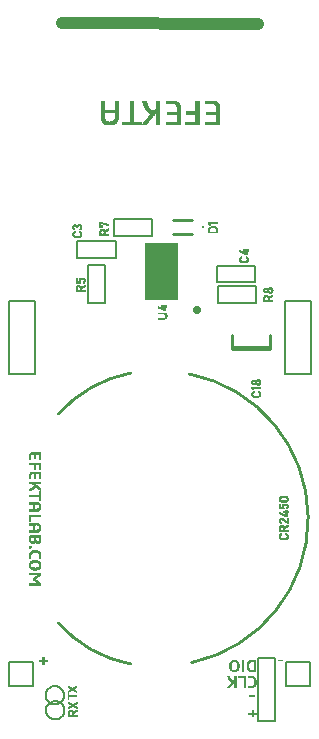
<source format=gbr>
G04 DipTrace 3.2.0.1*
G04 TopSilk.gbr*
%MOMM*%
G04 #@! TF.FileFunction,Legend,Top*
G04 #@! TF.Part,Single*
%ADD10C,0.25*%
%ADD12C,0.0762*%
%ADD13C,0.06667*%
%ADD14C,0.05*%
%ADD20C,1.0*%
%ADD21C,0.15*%
%ADD22O,0.70853X0.7358*%
%ADD26O,0.23961X0.23999*%
%FSLAX35Y35*%
G04*
G71*
G90*
G75*
G01*
G04 TopSilk*
%LPD*%
X936140Y1793345D2*
D10*
X615860D1*
X936140Y1774263D2*
X615860D1*
X936140D2*
X936004Y1894497D1*
X615860Y1774263D2*
X615996Y1894497D1*
X276370Y2744585D2*
X116372D1*
X276370Y2864582D2*
X116372D1*
D26*
X370370Y2804583D3*
X-1279012Y1559000D2*
D21*
X-1057002D1*
Y2182000D1*
X-1279012D1*
Y1559000D1*
X1060988D2*
X1282998D1*
Y2182000D1*
X1060988D1*
Y1559000D1*
X-1273006Y-1082006D2*
X-1067994D1*
Y-876994D1*
X-1273006D1*
Y-1082006D1*
X1066994D2*
X1272006D1*
Y-876994D1*
X1066994D1*
Y-1082006D1*
X-245660Y1569474D2*
D10*
G03X-856038Y1222470I205329J-1071502D01*
G01*
X274229Y-881575D2*
G03X253298Y1561609I-263532J1219424D01*
G01*
X-245660Y-894474D2*
G02X-856038Y-547470I205329J1071502D01*
G01*
X-965350Y-1157497D2*
D21*
X-965159Y-1152118D1*
X-964588Y-1146766D1*
X-963640Y-1141467D1*
X-962318Y-1136245D1*
X-960630Y-1131127D1*
X-958583Y-1126137D1*
X-956189Y-1121300D1*
X-953457Y-1116640D1*
X-950402Y-1112178D1*
X-947039Y-1107938D1*
X-943384Y-1103939D1*
X-939454Y-1100200D1*
X-935269Y-1096741D1*
X-930849Y-1093578D1*
X-926217Y-1090726D1*
X-921393Y-1088200D1*
X-916403Y-1086011D1*
X-911269Y-1084170D1*
X-906018Y-1082687D1*
X-900674Y-1081568D1*
X-895264Y-1080819D1*
X-889815Y-1080444D1*
X-884352D1*
X-878902Y-1080819D1*
X-873492Y-1081568D1*
X-868149Y-1082687D1*
X-862898Y-1084170D1*
X-857764Y-1086011D1*
X-852773Y-1088200D1*
X-847950Y-1090726D1*
X-843317Y-1093578D1*
X-838898Y-1096741D1*
X-834713Y-1100200D1*
X-830783Y-1103939D1*
X-827128Y-1107938D1*
X-823764Y-1112178D1*
X-820709Y-1116640D1*
X-817978Y-1121300D1*
X-815583Y-1126137D1*
X-813537Y-1131127D1*
X-811849Y-1136245D1*
X-810527Y-1141467D1*
X-809578Y-1146766D1*
X-809007Y-1152118D1*
X-808817Y-1157497D1*
X-809007Y-1162875D1*
X-809578Y-1168227D1*
X-810527Y-1173527D1*
X-811849Y-1178748D1*
X-813537Y-1183866D1*
X-815583Y-1188856D1*
X-817978Y-1193693D1*
X-820709Y-1198353D1*
X-823764Y-1202815D1*
X-827128Y-1207056D1*
X-830783Y-1211055D1*
X-834713Y-1214793D1*
X-838898Y-1218252D1*
X-843317Y-1221415D1*
X-847950Y-1224267D1*
X-852773Y-1226794D1*
X-857764Y-1228983D1*
X-862898Y-1230823D1*
X-868149Y-1232306D1*
X-873492Y-1233425D1*
X-878902Y-1234174D1*
X-884352Y-1234550D1*
X-889815D1*
X-895264Y-1234174D1*
X-900674Y-1233425D1*
X-906018Y-1232306D1*
X-911269Y-1230823D1*
X-916403Y-1228983D1*
X-921393Y-1226794D1*
X-926217Y-1224267D1*
X-930849Y-1221415D1*
X-935269Y-1218252D1*
X-939454Y-1214793D1*
X-943384Y-1211055D1*
X-947039Y-1207056D1*
X-950402Y-1202815D1*
X-953457Y-1198353D1*
X-956189Y-1193693D1*
X-958583Y-1188856D1*
X-960630Y-1183866D1*
X-962318Y-1178748D1*
X-963640Y-1173527D1*
X-964588Y-1168227D1*
X-965159Y-1162875D1*
X-965350Y-1157497D1*
X831440Y-841143D2*
X973830D1*
Y-1372470D1*
X831440D1*
Y-841143D1*
X-962173Y-1284953D2*
X-961983Y-1279575D1*
X-961412Y-1274223D1*
X-960463Y-1268923D1*
X-959141Y-1263702D1*
X-957453Y-1258584D1*
X-955407Y-1253594D1*
X-953012Y-1248757D1*
X-950281Y-1244097D1*
X-947226Y-1239635D1*
X-943862Y-1235394D1*
X-940207Y-1231395D1*
X-936277Y-1227657D1*
X-932092Y-1224198D1*
X-927673Y-1221035D1*
X-923040Y-1218183D1*
X-918217Y-1215656D1*
X-913226Y-1213467D1*
X-908092Y-1211627D1*
X-902841Y-1210144D1*
X-897498Y-1209025D1*
X-892088Y-1208276D1*
X-886638Y-1207900D1*
X-881175D1*
X-875726Y-1208276D1*
X-870316Y-1209025D1*
X-864972Y-1210144D1*
X-859721Y-1211627D1*
X-854587Y-1213467D1*
X-849597Y-1215656D1*
X-844773Y-1218183D1*
X-840141Y-1221035D1*
X-835721Y-1224198D1*
X-831536Y-1227657D1*
X-827606Y-1231395D1*
X-823951Y-1235394D1*
X-820588Y-1239635D1*
X-817533Y-1244097D1*
X-814801Y-1248757D1*
X-812407Y-1253594D1*
X-810360Y-1258584D1*
X-808672Y-1263702D1*
X-807350Y-1268923D1*
X-806402Y-1274223D1*
X-805831Y-1279575D1*
X-805640Y-1284953D1*
X-805831Y-1290332D1*
X-806402Y-1295684D1*
X-807350Y-1300983D1*
X-808672Y-1306205D1*
X-810360Y-1311323D1*
X-812407Y-1316313D1*
X-814801Y-1321150D1*
X-817533Y-1325810D1*
X-820588Y-1330272D1*
X-823951Y-1334512D1*
X-827606Y-1338511D1*
X-831536Y-1342250D1*
X-835721Y-1345709D1*
X-840141Y-1348872D1*
X-844773Y-1351724D1*
X-849597Y-1354250D1*
X-854587Y-1356439D1*
X-859721Y-1358280D1*
X-864972Y-1359763D1*
X-870316Y-1360882D1*
X-875726Y-1361631D1*
X-881175Y-1362006D1*
X-886638D1*
X-892088Y-1361631D1*
X-897498Y-1360882D1*
X-902841Y-1359763D1*
X-908092Y-1358280D1*
X-913226Y-1356439D1*
X-918217Y-1354250D1*
X-923040Y-1351724D1*
X-927673Y-1348872D1*
X-932092Y-1345709D1*
X-936277Y-1342250D1*
X-940207Y-1338511D1*
X-943862Y-1334512D1*
X-947226Y-1330272D1*
X-950281Y-1325810D1*
X-953012Y-1321150D1*
X-955407Y-1316313D1*
X-957453Y-1311323D1*
X-959141Y-1306205D1*
X-960463Y-1300983D1*
X-961412Y-1295684D1*
X-961983Y-1290332D1*
X-962173Y-1284953D1*
X-825960Y4529633D2*
D20*
X833540Y4527453D1*
X-695160Y2684703D2*
D21*
X-372727D1*
Y2545953D1*
X-695160D1*
Y2684703D1*
X-604590Y2482597D2*
X-465840D1*
Y2160163D1*
X-604590D1*
Y2482597D1*
G36*
X-119353Y2669367D2*
X159103D1*
Y2186160D1*
X-119353D1*
Y2669367D1*
G37*
X-387483Y2872313D2*
D21*
X-65050D1*
Y2733563D1*
X-387483D1*
Y2872313D1*
X489733Y2478340D2*
X812167D1*
Y2339590D1*
X489733D1*
Y2478340D1*
X493343Y2305373D2*
X815777D1*
Y2166623D1*
X493343D1*
Y2305373D1*
D22*
X312973Y2105560D3*
X-725797Y2828063D2*
D14*
X-713297D1*
X-690797D2*
X-673297D1*
X-729441Y2825563D2*
X-710031D1*
X-694553D2*
X-669748D1*
X-732561Y2823063D2*
X-707451D1*
X-698162D2*
X-666938D1*
X-735008Y2820563D2*
X-705319D1*
X-701899D2*
X-665002D1*
X-736929Y2818063D2*
X-689909D1*
X-675902D2*
X-663679D1*
X-737632Y2815563D2*
X-728683D1*
X-707910D2*
X-693154D1*
X-673820D2*
X-662607D1*
X-738014Y2813063D2*
X-729303D1*
X-707291D2*
X-695428D1*
X-672335D2*
X-661765D1*
X-738186Y2810563D2*
X-729940D1*
X-706643D2*
X-697132D1*
X-671491D2*
X-661259D1*
X-738256Y2808063D2*
X-730281D1*
X-706203D2*
X-697733D1*
X-671093D2*
X-661086D1*
X-738272Y2805563D2*
X-730329D1*
X-705958D2*
X-698075D1*
X-671024D2*
X-661288D1*
X-738184Y2803063D2*
X-729160D1*
X-705797D2*
X-698297D1*
X-671200D2*
X-661849D1*
X-737771Y2800563D2*
X-727282D1*
X-672691D2*
X-662570D1*
X-736757Y2798063D2*
X-725013D1*
X-674888D2*
X-663416D1*
X-735102Y2795563D2*
X-723066D1*
X-677213D2*
X-664670D1*
X-733011Y2793063D2*
X-721853D1*
X-679229D2*
X-666527D1*
X-730693Y2790563D2*
X-721209D1*
X-680037D2*
X-669048D1*
X-728297Y2788063D2*
X-720797D1*
X-680497D2*
X-672237D1*
X-680797Y2785563D2*
X-675797D1*
X-720797Y2773063D2*
X-718297D1*
X-683297D2*
X-680797D1*
X-724451Y2770563D2*
X-718316D1*
X-683277D2*
X-676298D1*
X-727659Y2768063D2*
X-718502D1*
X-683082D2*
X-672424D1*
X-730434Y2765563D2*
X-718941D1*
X-682613D2*
X-669415D1*
X-732767Y2763063D2*
X-720767D1*
X-680510D2*
X-667205D1*
X-734636Y2760563D2*
X-723031D1*
X-677878D2*
X-665577D1*
X-736103Y2758063D2*
X-725245D1*
X-675390D2*
X-664370D1*
X-737161Y2755563D2*
X-727107D1*
X-673451D2*
X-663413D1*
X-737777Y2753063D2*
X-728587D1*
X-672134D2*
X-662503D1*
X-738080Y2750563D2*
X-729644D1*
X-671397D2*
X-661736D1*
X-738212Y2748063D2*
X-730176D1*
X-671054D2*
X-661334D1*
X-738256Y2745563D2*
X-730152D1*
X-670999D2*
X-661400D1*
X-738188Y2743063D2*
X-729580D1*
X-671355D2*
X-661895D1*
X-737867Y2740563D2*
X-728478D1*
X-672348D2*
X-662578D1*
X-737173Y2738063D2*
X-726632D1*
X-673995D2*
X-663324D1*
X-736117Y2735563D2*
X-723747D1*
X-676084D2*
X-664246D1*
X-734666Y2733063D2*
X-719968D1*
X-678401D2*
X-665417D1*
X-732759Y2730563D2*
X-667019D1*
X-730370Y2728063D2*
X-669434D1*
X-727230Y2725563D2*
X-673030D1*
X-723075Y2723063D2*
X-677848D1*
X-718297Y2720563D2*
X-683297D1*
X728023Y2622520D2*
X738023D1*
X728023Y2620020D2*
X738023D1*
X705523Y2617520D2*
X748023D1*
X705523Y2615020D2*
X748023D1*
X705523Y2612520D2*
X748023D1*
X705523Y2610020D2*
X748023D1*
X673023Y2607520D2*
X678023D1*
X705523D2*
X748023D1*
X673233Y2605020D2*
X683410D1*
X728023D2*
X738023D1*
X673707Y2602520D2*
X689029D1*
X728023D2*
X738023D1*
X676010Y2600020D2*
X694677D1*
X728023D2*
X738023D1*
X679390Y2597520D2*
X700124D1*
X728023D2*
X738023D1*
X683601Y2595020D2*
X705464D1*
X728014D2*
X738023D1*
X688341Y2592520D2*
X711081D1*
X727918D2*
X738023D1*
X693520Y2590020D2*
X717518D1*
X727532D2*
X738023D1*
X699067Y2587520D2*
X724988D1*
X726677D2*
X738023D1*
X704689Y2585020D2*
X738023D1*
X710119Y2582520D2*
X738023D1*
X715349Y2580020D2*
X738023D1*
X720458Y2577520D2*
X738023D1*
X725523Y2575020D2*
X738023D1*
X690523Y2560020D2*
X693023D1*
X728023D2*
X730523D1*
X686869Y2557520D2*
X693004D1*
X728043D2*
X735022D1*
X683661Y2555020D2*
X692818D1*
X728238D2*
X738896D1*
X680886Y2552520D2*
X692379D1*
X728707D2*
X741905D1*
X678553Y2550020D2*
X690553D1*
X730810D2*
X744115D1*
X676684Y2547520D2*
X688289D1*
X733442D2*
X745743D1*
X675217Y2545020D2*
X686075D1*
X735930D2*
X746950D1*
X674159Y2542520D2*
X684213D1*
X737869D2*
X747907D1*
X673543Y2540020D2*
X682733D1*
X739186D2*
X748817D1*
X673240Y2537520D2*
X681676D1*
X739923D2*
X749584D1*
X673108Y2535020D2*
X681144D1*
X740266D2*
X749986D1*
X673064Y2532520D2*
X681168D1*
X740321D2*
X749920D1*
X673132Y2530020D2*
X681740D1*
X739965D2*
X749425D1*
X673453Y2527520D2*
X682842D1*
X738972D2*
X748742D1*
X674147Y2525020D2*
X684688D1*
X737325D2*
X747996D1*
X675203Y2522520D2*
X687573D1*
X735236D2*
X747074D1*
X676654Y2520020D2*
X691352D1*
X732919D2*
X745903D1*
X678561Y2517520D2*
X744301D1*
X680950Y2515020D2*
X741886D1*
X684090Y2512520D2*
X738290D1*
X688245Y2510020D2*
X733472D1*
X693023Y2507520D2*
X728023D1*
X826217Y1516117D2*
X838717D1*
X786217Y1513617D2*
X803717D1*
X821993D2*
X842361D1*
X783726Y1511117D2*
X807136D1*
X818275D2*
X845481D1*
X781324Y1508617D2*
X811390D1*
X814776D2*
X847938D1*
X779240Y1506117D2*
X849672D1*
X777755Y1503617D2*
X792104D1*
X800620D2*
X821708D1*
X840725D2*
X850900D1*
X776911Y1501117D2*
X788859D1*
X804164D2*
X820246D1*
X842187D2*
X851931D1*
X776503Y1498617D2*
X786586D1*
X806890D2*
X819409D1*
X843025D2*
X852757D1*
X776327Y1496117D2*
X784882D1*
X807827D2*
X819003D1*
X843431D2*
X853257D1*
X776257Y1493617D2*
X784388D1*
X808237D2*
X818837D1*
X843597D2*
X853428D1*
X776241Y1491117D2*
X784229D1*
X808286D2*
X818874D1*
X843559D2*
X853225D1*
X776319Y1488617D2*
X785274D1*
X807188D2*
X819105D1*
X843329D2*
X852664D1*
X776644Y1486117D2*
X789250D1*
X803197D2*
X820482D1*
X841952D2*
X851943D1*
X777349Y1483617D2*
X795685D1*
X796753D2*
X824759D1*
X837674D2*
X851098D1*
X778501Y1481117D2*
X831109D1*
X831324D2*
X849843D1*
X780331Y1478617D2*
X847987D1*
X783030Y1476117D2*
X808717D1*
X816676D2*
X845465D1*
X786217Y1473617D2*
X803717D1*
X820053D2*
X842276D1*
X823717Y1471117D2*
X838717D1*
X776217Y1451117D2*
X851217D1*
X776226Y1448617D2*
X851217D1*
X776314Y1446117D2*
X851217D1*
X776643Y1443617D2*
X851217D1*
X777339Y1441117D2*
X851217D1*
X778396Y1438617D2*
X786114D1*
X779840Y1436117D2*
X788226D1*
X781684Y1433617D2*
X789871D1*
X783717Y1431117D2*
X791217D1*
X793717Y1418617D2*
X796217D1*
X831217D2*
X833717D1*
X790063Y1416117D2*
X796197D1*
X831236D2*
X838216D1*
X786854Y1413617D2*
X796012D1*
X831432D2*
X842090D1*
X784079Y1411117D2*
X795572D1*
X831900D2*
X845099D1*
X781746Y1408617D2*
X793747D1*
X834003D2*
X847308D1*
X779877Y1406117D2*
X791482D1*
X836635D2*
X848936D1*
X778410Y1403617D2*
X789269D1*
X839124D2*
X850143D1*
X777352Y1401117D2*
X787406D1*
X841062D2*
X851100D1*
X776737Y1398617D2*
X785926D1*
X842380D2*
X852010D1*
X776434Y1396117D2*
X784869D1*
X843116D2*
X852777D1*
X776301Y1393617D2*
X784337D1*
X843459D2*
X853179D1*
X776258Y1391117D2*
X784361D1*
X843514D2*
X853113D1*
X776325Y1388617D2*
X784934D1*
X843158D2*
X852618D1*
X776646Y1386117D2*
X786035D1*
X842166D2*
X851936D1*
X777340Y1383617D2*
X787881D1*
X840518D2*
X851189D1*
X778397Y1381117D2*
X790766D1*
X838429D2*
X850267D1*
X779848Y1378617D2*
X794545D1*
X836113D2*
X849096D1*
X781755Y1376117D2*
X847495D1*
X784143Y1373617D2*
X845079D1*
X787283Y1371117D2*
X841483D1*
X791438Y1368617D2*
X836665D1*
X796217Y1366117D2*
X831217D1*
X411060Y2847037D2*
X486060D1*
X411070Y2844537D2*
X486060D1*
X411158Y2842037D2*
X486060D1*
X411486Y2839537D2*
X486060D1*
X412182Y2837037D2*
X486060D1*
X413239Y2834537D2*
X420957D1*
X414683Y2832037D2*
X423069D1*
X416527Y2829537D2*
X424714D1*
X418560Y2827037D2*
X426060D1*
X433560Y2812037D2*
X466060D1*
X427897Y2809537D2*
X471159D1*
X423227Y2807037D2*
X475385D1*
X419624Y2804537D2*
X478572D1*
X416963Y2802037D2*
X480862D1*
X415150Y2799537D2*
X429447D1*
X470965D2*
X482593D1*
X413892Y2797037D2*
X426193D1*
X473135D2*
X483959D1*
X412850Y2794537D2*
X423831D1*
X474938D2*
X484964D1*
X412021Y2792037D2*
X422060D1*
X476380D2*
X485555D1*
X411511Y2789537D2*
X420674D1*
X477429D2*
X485849D1*
X411251Y2787037D2*
X419661D1*
X478041D2*
X485978D1*
X411135Y2784537D2*
X419066D1*
X478343D2*
X486030D1*
X411088Y2782037D2*
X418772D1*
X478476D2*
X486049D1*
X411070Y2779537D2*
X418643D1*
X478529D2*
X486056D1*
X411063Y2777037D2*
X418591D1*
X478549D2*
X486059D1*
X411061Y2774537D2*
X418571D1*
X478556D2*
X486060D1*
X411060Y2772037D2*
X418564D1*
X478559D2*
X486060D1*
X411060Y2769537D2*
X418561D1*
X478560D2*
X486060D1*
X411060Y2767037D2*
X486060D1*
X411060Y2764537D2*
X486060D1*
X411060Y2762037D2*
X486060D1*
X411060Y2759537D2*
X486060D1*
X-669973Y2375550D2*
X-649973D1*
X-709973Y2373050D2*
X-702473D1*
X-674387D2*
X-645175D1*
X-709973Y2370550D2*
X-702473D1*
X-678019D2*
X-641337D1*
X-709973Y2368050D2*
X-702473D1*
X-680659D2*
X-638517D1*
X-709973Y2365550D2*
X-702473D1*
X-682508D2*
X-636621D1*
X-709973Y2363050D2*
X-702473D1*
X-683732D2*
X-672368D1*
X-645465D2*
X-635328D1*
X-709973Y2360550D2*
X-702473D1*
X-684414D2*
X-674450D1*
X-644003D2*
X-634272D1*
X-709973Y2358050D2*
X-702473D1*
X-684743D2*
X-675925D1*
X-643165D2*
X-633447D1*
X-709973Y2355550D2*
X-702473D1*
X-684874D2*
X-676911D1*
X-642769D2*
X-633022D1*
X-709973Y2353050D2*
X-702473D1*
X-684836D2*
X-676939D1*
X-642701D2*
X-633081D1*
X-709973Y2350550D2*
X-702473D1*
X-684471D2*
X-675903D1*
X-642876D2*
X-633573D1*
X-709973Y2348050D2*
X-702473D1*
X-683624D2*
X-674363D1*
X-644273D2*
X-634265D1*
X-709973Y2345550D2*
X-702473D1*
X-682473D2*
X-672700D1*
X-646149D2*
X-635099D1*
X-709973Y2343050D2*
X-671398D1*
X-647875D2*
X-636339D1*
X-709973Y2340550D2*
X-670624D1*
X-648985D2*
X-638096D1*
X-709973Y2338050D2*
X-670224D1*
X-649586D2*
X-640214D1*
X-709973Y2335550D2*
X-669973D1*
X-649973D2*
X-642473D1*
X-637473Y2315550D2*
X-634973D1*
X-697473Y2313050D2*
X-679973D1*
X-642464D2*
X-634983D1*
X-701032Y2310550D2*
X-676395D1*
X-647395D2*
X-635091D1*
X-703920Y2308050D2*
X-673309D1*
X-652265D2*
X-635354D1*
X-706086Y2305550D2*
X-670292D1*
X-657418D2*
X-636619D1*
X-707690Y2303050D2*
X-691972D1*
X-686352D2*
X-666660D1*
X-663383D2*
X-639603D1*
X-708804Y2300550D2*
X-695837D1*
X-681645D2*
X-643429D1*
X-709441Y2298050D2*
X-698758D1*
X-678081D2*
X-647864D1*
X-709752Y2295550D2*
X-700977D1*
X-676562D2*
X-652603D1*
X-709887Y2293050D2*
X-701750D1*
X-675684D2*
X-657313D1*
X-709942Y2290550D2*
X-702167D1*
X-675264D2*
X-661445D1*
X-709962Y2288050D2*
X-702354D1*
X-675084D2*
X-664869D1*
X-709970Y2285550D2*
X-702429D1*
X-675014D2*
X-666203D1*
X-709972Y2283050D2*
X-702458D1*
X-674987D2*
X-666930D1*
X-709973Y2280550D2*
X-702468D1*
X-674978D2*
X-667260D1*
X-709973Y2278050D2*
X-702472D1*
X-674975D2*
X-667394D1*
X-709973Y2275550D2*
X-702473D1*
X-674974D2*
X-667445D1*
X-709973Y2273050D2*
X-702473D1*
X-674973D2*
X-667464D1*
X-709973Y2270550D2*
X-634973D1*
X-709973Y2268050D2*
X-634973D1*
X-709973Y2265550D2*
X-634973D1*
X-709973Y2263050D2*
X-634973D1*
X-508627Y2848710D2*
X-493627D1*
X-508627Y2846210D2*
X-484877D1*
X-508627Y2843710D2*
X-476339D1*
X-508627Y2841210D2*
X-467867D1*
X-508627Y2838710D2*
X-459506D1*
X-508627Y2836210D2*
X-501127D1*
X-488240D2*
X-451479D1*
X-508627Y2833710D2*
X-501127D1*
X-480111D2*
X-444372D1*
X-508627Y2831210D2*
X-501127D1*
X-471876D2*
X-438365D1*
X-508627Y2828710D2*
X-501127D1*
X-463617D2*
X-435544D1*
X-508627Y2826210D2*
X-501127D1*
X-455265D2*
X-434519D1*
X-508627Y2823710D2*
X-501127D1*
X-446910D2*
X-433968D1*
X-508627Y2821210D2*
X-501127D1*
X-438627D2*
X-433627D1*
X-508627Y2818710D2*
X-488627D1*
X-508627Y2816210D2*
X-488627D1*
X-508627Y2813710D2*
X-488627D1*
X-508627Y2811210D2*
X-488627D1*
X-508627Y2808710D2*
X-488627D1*
X-436127Y2793710D2*
X-433627D1*
X-496127Y2791210D2*
X-478627D1*
X-441117D2*
X-433636D1*
X-499685Y2788710D2*
X-475048D1*
X-446049D2*
X-433744D1*
X-502573Y2786210D2*
X-471962D1*
X-450919D2*
X-434008D1*
X-504740Y2783710D2*
X-468946D1*
X-456071D2*
X-435272D1*
X-506344Y2781210D2*
X-490626D1*
X-485005D2*
X-465313D1*
X-462037D2*
X-438256D1*
X-507458Y2778710D2*
X-494490D1*
X-480299D2*
X-442082D1*
X-508095Y2776210D2*
X-497411D1*
X-476734D2*
X-446517D1*
X-508405Y2773710D2*
X-499630D1*
X-475215D2*
X-451257D1*
X-508541Y2771210D2*
X-500404D1*
X-474337D2*
X-455966D1*
X-508595Y2768710D2*
X-500820D1*
X-473917D2*
X-460098D1*
X-508616Y2766210D2*
X-501007D1*
X-473738D2*
X-463522D1*
X-508623Y2763710D2*
X-501083D1*
X-473667D2*
X-464856D1*
X-508625Y2761210D2*
X-501111D1*
X-473641D2*
X-465583D1*
X-508626Y2758710D2*
X-501121D1*
X-473631D2*
X-465913D1*
X-508627Y2756210D2*
X-501125D1*
X-473628D2*
X-466048D1*
X-508627Y2753710D2*
X-501126D1*
X-473627D2*
X-466099D1*
X-508627Y2751210D2*
X-501127D1*
X-473627D2*
X-466118D1*
X-508627Y2748710D2*
X-433627D1*
X-508627Y2746210D2*
X-433627D1*
X-508627Y2743710D2*
X-433627D1*
X-508627Y2741210D2*
X-433627D1*
X929293Y2294607D2*
X941793D1*
X889293Y2292107D2*
X906793D1*
X925070D2*
X945438D1*
X886803Y2289607D2*
X910213D1*
X921351D2*
X948558D1*
X884401Y2287107D2*
X914467D1*
X917852D2*
X951015D1*
X882317Y2284607D2*
X952749D1*
X880832Y2282107D2*
X895181D1*
X903697D2*
X924785D1*
X943802D2*
X953977D1*
X879988Y2279607D2*
X891936D1*
X907241D2*
X923323D1*
X945264D2*
X955008D1*
X879580Y2277107D2*
X889662D1*
X909967D2*
X922485D1*
X946101D2*
X955834D1*
X879404Y2274607D2*
X887958D1*
X910904D2*
X922079D1*
X946507D2*
X956334D1*
X879334Y2272107D2*
X887464D1*
X911314D2*
X921913D1*
X946673D2*
X956505D1*
X879317Y2269607D2*
X887305D1*
X911363D2*
X921951D1*
X946636D2*
X956302D1*
X879396Y2267107D2*
X888351D1*
X910265D2*
X922181D1*
X946405D2*
X955741D1*
X879721Y2264607D2*
X892327D1*
X906273D2*
X923558D1*
X945028D2*
X955020D1*
X880426Y2262107D2*
X898762D1*
X899830D2*
X927836D1*
X940751D2*
X954174D1*
X881578Y2259607D2*
X934186D1*
X934401D2*
X952920D1*
X883408Y2257107D2*
X951063D1*
X886106Y2254607D2*
X911793D1*
X919753D2*
X948542D1*
X889293Y2252107D2*
X906793D1*
X923130D2*
X945353D1*
X926793Y2249607D2*
X941793D1*
X951793Y2232107D2*
X954293D1*
X891793Y2229607D2*
X909293D1*
X946803D2*
X954284D1*
X888235Y2227107D2*
X912872D1*
X941871D2*
X954176D1*
X885347Y2224607D2*
X915958D1*
X937001D2*
X953912D1*
X883180Y2222107D2*
X918974D1*
X931849D2*
X952648D1*
X881576Y2219607D2*
X897294D1*
X902915D2*
X922607D1*
X925883D2*
X949664D1*
X880462Y2217107D2*
X893430D1*
X907621D2*
X945838D1*
X879825Y2214607D2*
X890509D1*
X911186D2*
X941403D1*
X879515Y2212107D2*
X888290D1*
X912705D2*
X936663D1*
X879379Y2209607D2*
X887516D1*
X913583D2*
X931954D1*
X879325Y2207107D2*
X887100D1*
X914003D2*
X927822D1*
X879304Y2204607D2*
X886913D1*
X914182D2*
X924398D1*
X879297Y2202107D2*
X886837D1*
X914253D2*
X923064D1*
X879295Y2199607D2*
X886809D1*
X914279D2*
X922337D1*
X879294Y2197107D2*
X886799D1*
X914289D2*
X922007D1*
X879293Y2194607D2*
X886795D1*
X914292D2*
X921872D1*
X879293Y2192107D2*
X886794D1*
X914293D2*
X921821D1*
X879293Y2189607D2*
X886793D1*
X914293D2*
X921802D1*
X879293Y2187107D2*
X954293D1*
X879293Y2184607D2*
X954293D1*
X879293Y2182107D2*
X954293D1*
X879293Y2179607D2*
X954293D1*
X1022395Y524147D2*
X1074895D1*
X1018751Y521647D2*
X1078153D1*
X1015630Y519147D2*
X1080663D1*
X1013183Y516647D2*
X1082551D1*
X1011263Y514147D2*
X1025491D1*
X1069299D2*
X1084078D1*
X1010559Y511647D2*
X1021947D1*
X1072843D2*
X1085353D1*
X1010178Y509147D2*
X1019222D1*
X1075568D2*
X1086321D1*
X1010006Y506647D2*
X1018284D1*
X1076515D2*
X1086898D1*
X1009936Y504147D2*
X1017864D1*
X1077013D2*
X1087176D1*
X1009919Y501647D2*
X1017956D1*
X1077143D2*
X1087216D1*
X1009998Y499147D2*
X1018464D1*
X1076819D2*
X1086939D1*
X1010323Y496647D2*
X1019076D1*
X1075847D2*
X1086262D1*
X1011018Y494147D2*
X1019538D1*
X1074261D2*
X1085212D1*
X1012094Y491647D2*
X1083753D1*
X1013736Y489147D2*
X1081771D1*
X1016394Y486647D2*
X1079188D1*
X1020286Y484147D2*
X1075970D1*
X1024895Y481647D2*
X1072395D1*
X1049895Y464147D2*
X1069895D1*
X1009895Y461647D2*
X1017395D1*
X1045482D2*
X1074693D1*
X1009895Y459147D2*
X1017395D1*
X1041850D2*
X1078532D1*
X1009895Y456647D2*
X1017395D1*
X1039209D2*
X1081352D1*
X1009895Y454147D2*
X1017395D1*
X1037361D2*
X1083247D1*
X1009895Y451647D2*
X1017395D1*
X1036136D2*
X1047500D1*
X1074404D2*
X1084540D1*
X1009895Y449147D2*
X1017395D1*
X1035454D2*
X1045418D1*
X1075866D2*
X1085596D1*
X1009895Y446647D2*
X1017395D1*
X1035126D2*
X1043943D1*
X1076703D2*
X1086421D1*
X1009895Y444147D2*
X1017395D1*
X1034994D2*
X1042958D1*
X1077099D2*
X1086846D1*
X1009895Y441647D2*
X1017395D1*
X1035033D2*
X1042930D1*
X1077167D2*
X1086787D1*
X1009895Y439147D2*
X1017395D1*
X1035398D2*
X1043966D1*
X1076992D2*
X1086295D1*
X1009895Y436647D2*
X1017395D1*
X1036245D2*
X1045505D1*
X1075596D2*
X1085604D1*
X1009895Y434147D2*
X1017395D1*
X1037395D2*
X1047168D1*
X1073720D2*
X1084769D1*
X1009895Y431647D2*
X1048471D1*
X1071993D2*
X1083529D1*
X1009895Y429147D2*
X1049245D1*
X1070883D2*
X1081772D1*
X1009895Y426647D2*
X1049644D1*
X1070283D2*
X1079655D1*
X1009895Y424147D2*
X1049895D1*
X1069895D2*
X1077395D1*
X1064895Y406647D2*
X1074895D1*
X1064895Y404147D2*
X1074895D1*
X1042395Y401647D2*
X1084895D1*
X1042395Y399147D2*
X1084895D1*
X1042395Y396647D2*
X1084895D1*
X1042395Y394147D2*
X1084895D1*
X1009895Y391647D2*
X1014895D1*
X1042395D2*
X1084895D1*
X1010105Y389147D2*
X1020281D1*
X1064895D2*
X1074895D1*
X1010579Y386647D2*
X1025901D1*
X1064895D2*
X1074895D1*
X1012881Y384147D2*
X1031548D1*
X1064895D2*
X1074895D1*
X1016262Y381647D2*
X1036996D1*
X1064895D2*
X1074895D1*
X1020473Y379147D2*
X1042336D1*
X1064885D2*
X1074895D1*
X1025212Y376647D2*
X1047953D1*
X1064790D2*
X1074895D1*
X1030392Y374147D2*
X1054389D1*
X1064404D2*
X1074895D1*
X1035938Y371647D2*
X1061860D1*
X1063549D2*
X1074895D1*
X1041561Y369147D2*
X1074895D1*
X1046990Y366647D2*
X1074895D1*
X1052220Y364147D2*
X1074895D1*
X1057330Y361647D2*
X1074895D1*
X1062395Y359147D2*
X1074895D1*
X1019895Y341647D2*
X1037395D1*
X1077395D2*
X1084895D1*
X1016637Y339147D2*
X1041144D1*
X1077395D2*
X1084895D1*
X1014137Y336647D2*
X1044692D1*
X1077395D2*
X1084895D1*
X1012337Y334147D2*
X1048243D1*
X1077395D2*
X1084895D1*
X1011128Y331647D2*
X1025491D1*
X1031422D2*
X1051864D1*
X1077395D2*
X1084895D1*
X1010452Y329147D2*
X1021947D1*
X1036934D2*
X1055474D1*
X1077395D2*
X1084895D1*
X1010125Y326647D2*
X1019222D1*
X1041427D2*
X1058959D1*
X1077395D2*
X1084895D1*
X1009984Y324147D2*
X1018284D1*
X1045348D2*
X1062338D1*
X1077385D2*
X1084895D1*
X1009928Y321647D2*
X1017874D1*
X1048928D2*
X1065812D1*
X1077290D2*
X1084895D1*
X1009916Y319147D2*
X1017826D1*
X1052322D2*
X1069469D1*
X1076904D2*
X1084895D1*
X1010006Y316647D2*
X1019013D1*
X1055715D2*
X1073350D1*
X1076049D2*
X1084895D1*
X1010420Y314147D2*
X1020902D1*
X1059069D2*
X1084895D1*
X1011434Y311647D2*
X1023175D1*
X1062374D2*
X1084895D1*
X1013090Y309147D2*
X1025124D1*
X1065724D2*
X1084895D1*
X1015181Y306647D2*
X1026338D1*
X1068984D2*
X1084895D1*
X1017499Y304147D2*
X1026983D1*
X1072006D2*
X1084895D1*
X1019895Y301647D2*
X1027395D1*
X1074895D2*
X1084895D1*
X1082395Y284147D2*
X1084895D1*
X1022395Y281647D2*
X1039895D1*
X1077405D2*
X1084885D1*
X1018836Y279147D2*
X1043473D1*
X1072473D2*
X1084778D1*
X1015948Y276647D2*
X1046560D1*
X1067603D2*
X1084514D1*
X1013782Y274147D2*
X1049576D1*
X1062450D2*
X1083249D1*
X1012178Y271647D2*
X1027896D1*
X1033516D2*
X1053208D1*
X1056485D2*
X1080266D1*
X1011064Y269147D2*
X1024032D1*
X1038223D2*
X1076440D1*
X1010427Y266647D2*
X1021111D1*
X1041788D2*
X1072004D1*
X1010116Y264147D2*
X1018891D1*
X1043307D2*
X1067265D1*
X1009981Y261647D2*
X1018118D1*
X1044184D2*
X1062556D1*
X1009927Y259147D2*
X1017702D1*
X1044605D2*
X1058423D1*
X1009906Y256647D2*
X1017515D1*
X1044784D2*
X1055000D1*
X1009899Y254147D2*
X1017439D1*
X1044855D2*
X1053666D1*
X1009896Y251647D2*
X1017410D1*
X1044881D2*
X1052939D1*
X1009895Y249147D2*
X1017400D1*
X1044890D2*
X1052609D1*
X1009895Y246647D2*
X1017397D1*
X1044893D2*
X1052474D1*
X1009895Y244147D2*
X1017396D1*
X1044895D2*
X1052423D1*
X1009895Y241647D2*
X1017395D1*
X1044895D2*
X1052404D1*
X1009895Y239147D2*
X1084895D1*
X1009895Y236647D2*
X1084895D1*
X1009895Y234147D2*
X1084895D1*
X1009895Y231647D2*
X1084895D1*
X1027395Y214147D2*
X1029895D1*
X1064895D2*
X1067395D1*
X1023741Y211647D2*
X1029875D1*
X1064915D2*
X1071894D1*
X1020533Y209147D2*
X1029690D1*
X1065110D2*
X1075768D1*
X1017757Y206647D2*
X1029250D1*
X1065579D2*
X1078777D1*
X1015425Y204147D2*
X1027425D1*
X1067681D2*
X1080987D1*
X1013556Y201647D2*
X1025160D1*
X1070313D2*
X1082615D1*
X1012088Y199147D2*
X1022947D1*
X1072802D2*
X1083822D1*
X1011030Y196647D2*
X1021084D1*
X1074740D2*
X1084779D1*
X1010415Y194147D2*
X1019605D1*
X1076058D2*
X1085689D1*
X1010112Y191647D2*
X1018548D1*
X1076794D2*
X1086455D1*
X1009979Y189147D2*
X1018016D1*
X1077138D2*
X1086858D1*
X1009936Y186647D2*
X1018039D1*
X1077192D2*
X1086791D1*
X1010004Y184147D2*
X1018612D1*
X1076836D2*
X1086296D1*
X1010325Y181647D2*
X1019713D1*
X1075844D2*
X1085614D1*
X1011019Y179147D2*
X1021560D1*
X1074196D2*
X1084867D1*
X1012075Y176647D2*
X1024444D1*
X1072108D2*
X1083945D1*
X1013526Y174147D2*
X1028224D1*
X1069791D2*
X1082775D1*
X1015433Y171647D2*
X1081173D1*
X1017822Y169147D2*
X1078758D1*
X1020962Y166647D2*
X1075162D1*
X1025116Y164147D2*
X1070343D1*
X1029895Y161647D2*
X1064895D1*
X-704310Y-1076473D2*
D3*
X-779310Y-1078973D2*
X-774310D1*
X-708924D2*
X-704310D1*
X-779195Y-1081473D2*
X-770559D1*
X-713294D2*
X-704425D1*
X-778929Y-1083973D2*
X-766598D1*
X-717559D2*
X-704691D1*
X-777664Y-1086473D2*
X-762570D1*
X-721793D2*
X-705956D1*
X-774776Y-1088973D2*
X-758441D1*
X-725893D2*
X-708929D1*
X-771270Y-1091473D2*
X-754072D1*
X-730016D2*
X-712668D1*
X-767444Y-1093973D2*
X-749176D1*
X-734687D2*
X-716775D1*
X-763422Y-1096473D2*
X-743330D1*
X-740390D2*
X-720839D1*
X-759341Y-1098973D2*
X-724710D1*
X-755477Y-1101473D2*
X-728345D1*
X-751810Y-1103973D2*
X-731810D1*
X-755270Y-1106473D2*
X-728350D1*
X-758922Y-1108973D2*
X-724698D1*
X-762824Y-1111473D2*
X-747206D1*
X-739405D2*
X-720796D1*
X-766886Y-1113973D2*
X-750424D1*
X-734726D2*
X-716734D1*
X-770795Y-1116473D2*
X-753977D1*
X-730335D2*
X-712825D1*
X-774190Y-1118973D2*
X-757842D1*
X-726064D2*
X-709430D1*
X-777051Y-1121473D2*
X-761910D1*
X-721818D2*
X-706569D1*
X-778207Y-1123973D2*
X-765988D1*
X-717649D2*
X-705417D1*
X-778873Y-1126473D2*
X-770107D1*
X-713403D2*
X-704785D1*
X-779310Y-1128973D2*
X-774310D1*
X-708922D2*
X-704485D1*
X-704310Y-1131473D2*
D3*
X-779310Y-1133973D2*
X-771810D1*
X-779310Y-1136473D2*
X-771810D1*
X-779310Y-1138973D2*
X-771810D1*
X-779310Y-1141473D2*
X-771810D1*
X-779310Y-1143973D2*
X-771810D1*
X-779310Y-1146473D2*
X-771810D1*
X-779310Y-1148973D2*
X-771810D1*
X-779310Y-1151473D2*
X-771810D1*
X-779310Y-1153973D2*
X-771810D1*
X-779310Y-1156473D2*
X-704310D1*
X-779310Y-1158973D2*
X-704310D1*
X-779310Y-1161473D2*
X-704310D1*
X-779310Y-1163973D2*
X-704310D1*
X-779310Y-1166473D2*
X-704310D1*
X-779310Y-1168973D2*
X-771810D1*
X-779310Y-1171473D2*
X-771810D1*
X-779310Y-1173973D2*
X-771810D1*
X-779310Y-1176473D2*
X-771810D1*
X-779310Y-1178973D2*
X-771810D1*
X-779310Y-1181473D2*
X-771810D1*
X-779310Y-1183973D2*
X-771810D1*
X-779310Y-1186473D2*
X-771810D1*
X38007Y2149220D2*
X48007D1*
X38007Y2146720D2*
X48007D1*
X15507Y2144220D2*
X58007D1*
X15507Y2141720D2*
X58007D1*
X15507Y2139220D2*
X58007D1*
X15507Y2136720D2*
X58007D1*
X-16993Y2134220D2*
X-11993D1*
X15507D2*
X58007D1*
X-16783Y2131720D2*
X-6607D1*
X38007D2*
X48007D1*
X-16310Y2129220D2*
X-987D1*
X38007D2*
X48007D1*
X-14007Y2126720D2*
X4660D1*
X38007D2*
X48007D1*
X-10627Y2124220D2*
X10108D1*
X38007D2*
X48007D1*
X-6416Y2121720D2*
X15447D1*
X37997D2*
X48007D1*
X-1676Y2119220D2*
X21065D1*
X37902D2*
X48007D1*
X3503Y2116720D2*
X27501D1*
X37515D2*
X48007D1*
X9050Y2114220D2*
X34972D1*
X36661D2*
X48007D1*
X14672Y2111720D2*
X48007D1*
X20102Y2109220D2*
X48007D1*
X25332Y2106720D2*
X48007D1*
X30442Y2104220D2*
X48007D1*
X35507Y2101720D2*
X48007D1*
X-16993Y2081720D2*
X45507D1*
X-16993Y2079220D2*
X48766D1*
X-16993Y2076720D2*
X51680D1*
X-16993Y2074220D2*
X53957D1*
X40006Y2071720D2*
X55654D1*
X43870Y2069220D2*
X56902D1*
X46791Y2066720D2*
X57878D1*
X49010Y2064220D2*
X58796D1*
X49784Y2061720D2*
X59575D1*
X50200Y2059220D2*
X60057D1*
X50377Y2056720D2*
X60222D1*
X50355Y2054220D2*
X60016D1*
X49968Y2051720D2*
X59454D1*
X48963Y2049220D2*
X58743D1*
X47310Y2046720D2*
X57985D1*
X45220Y2044220D2*
X57059D1*
X42903Y2041720D2*
X55887D1*
X-16993Y2039220D2*
X54275D1*
X-16993Y2036720D2*
X51764D1*
X-16993Y2034220D2*
X47782D1*
X-16993Y2031720D2*
X42109D1*
X-16993Y2029220D2*
X35507D1*
X-699757Y-1213610D2*
D3*
X-774757Y-1216110D2*
X-769757D1*
X-704370D2*
X-699757D1*
X-774642Y-1218610D2*
X-766006D1*
X-708741D2*
X-699871D1*
X-774376Y-1221110D2*
X-762044D1*
X-713006D2*
X-700138D1*
X-773111Y-1223610D2*
X-758017D1*
X-717239D2*
X-701402D1*
X-770223Y-1226110D2*
X-753887D1*
X-721340D2*
X-704376D1*
X-766717Y-1228610D2*
X-749519D1*
X-725463D2*
X-708114D1*
X-762891Y-1231110D2*
X-744623D1*
X-730134D2*
X-712221D1*
X-758868Y-1233610D2*
X-738777D1*
X-735837D2*
X-716286D1*
X-754788Y-1236110D2*
X-720157D1*
X-750923Y-1238610D2*
X-723792D1*
X-747257Y-1241110D2*
X-727257D1*
X-750716Y-1243610D2*
X-723797D1*
X-754369Y-1246110D2*
X-720145D1*
X-758270Y-1248610D2*
X-742653D1*
X-734852D2*
X-716243D1*
X-762333Y-1251110D2*
X-745870D1*
X-730172D2*
X-712180D1*
X-766241Y-1253610D2*
X-749424D1*
X-725781D2*
X-708272D1*
X-769637Y-1256110D2*
X-753289D1*
X-721510D2*
X-704876D1*
X-772497Y-1258610D2*
X-757357D1*
X-717265D2*
X-702016D1*
X-773654Y-1261110D2*
X-761435D1*
X-713096D2*
X-700864D1*
X-774320Y-1263610D2*
X-765553D1*
X-708849D2*
X-700231D1*
X-774757Y-1266110D2*
X-769757D1*
X-704369D2*
X-699932D1*
X-699757Y-1268610D2*
D3*
X-702257Y-1281110D2*
X-699757D1*
X-762257Y-1283610D2*
X-744757D1*
X-707247D2*
X-699766D1*
X-765815Y-1286110D2*
X-741178D1*
X-712179D2*
X-699874D1*
X-768703Y-1288610D2*
X-738092D1*
X-717049D2*
X-700138D1*
X-770870Y-1291110D2*
X-735076D1*
X-722201D2*
X-701402D1*
X-772474Y-1293610D2*
X-756756D1*
X-751135D2*
X-731443D1*
X-728167D2*
X-704386D1*
X-773588Y-1296110D2*
X-760620D1*
X-746429D2*
X-708212D1*
X-774225Y-1298610D2*
X-763541D1*
X-742864D2*
X-712647D1*
X-774535Y-1301110D2*
X-765760D1*
X-741345D2*
X-717387D1*
X-774671Y-1303610D2*
X-766534D1*
X-740467D2*
X-722096D1*
X-774725Y-1306110D2*
X-766950D1*
X-740047D2*
X-726228D1*
X-774746Y-1308610D2*
X-767137D1*
X-739868D2*
X-729652D1*
X-774753Y-1311110D2*
X-767213D1*
X-739797D2*
X-730986D1*
X-774755Y-1313610D2*
X-767241D1*
X-739771D2*
X-731713D1*
X-774756Y-1316110D2*
X-767251D1*
X-739761D2*
X-732043D1*
X-774757Y-1318610D2*
X-767255D1*
X-739758D2*
X-732178D1*
X-774757Y-1321110D2*
X-767256D1*
X-739757D2*
X-732229D1*
X-774757Y-1323610D2*
X-767257D1*
X-739757D2*
X-732248D1*
X-774757Y-1326110D2*
X-699757D1*
X-774757Y-1328610D2*
X-699757D1*
X-774757Y-1331110D2*
X-699757D1*
X-774757Y-1333610D2*
X-699757D1*
X616730Y-860683D2*
D13*
X643397D1*
X696730D2*
X710063D1*
X766730D2*
X800063D1*
X610319Y-864017D2*
X649395D1*
X696730D2*
X710063D1*
X759193D2*
X804679D1*
X605084Y-867350D2*
X654561D1*
X696730D2*
X710063D1*
X753070D2*
X808098D1*
X600899Y-870683D2*
X617512D1*
X639281D2*
X658573D1*
X696730D2*
X710063D1*
X748574D2*
X767398D1*
X796730D2*
X809141D1*
X597574Y-874017D2*
X612670D1*
X644124D2*
X661519D1*
X696730D2*
X710063D1*
X745413D2*
X762246D1*
X796730D2*
X809684D1*
X594995Y-877350D2*
X609149D1*
X647644D2*
X663677D1*
X696730D2*
X710063D1*
X743155D2*
X758338D1*
X796730D2*
X809919D1*
X593006Y-880683D2*
X606684D1*
X650122D2*
X665182D1*
X696730D2*
X710063D1*
X741513D2*
X755699D1*
X796730D2*
X810011D1*
X591583Y-884017D2*
X605051D1*
X651872D2*
X666150D1*
X696730D2*
X710063D1*
X740225D2*
X753915D1*
X796730D2*
X810045D1*
X590759Y-887350D2*
X604142D1*
X653206D2*
X666990D1*
X696730D2*
X710063D1*
X739007D2*
X752479D1*
X796730D2*
X810057D1*
X590353Y-890683D2*
X603704D1*
X654442D2*
X667969D1*
X696730D2*
X710063D1*
X737971D2*
X751355D1*
X796730D2*
X810061D1*
X590176Y-894017D2*
X603515D1*
X655486D2*
X668896D1*
X696730D2*
X710063D1*
X737316D2*
X750668D1*
X796730D2*
X810063D1*
X590105Y-897350D2*
X603440D1*
X656142D2*
X669505D1*
X696730D2*
X710063D1*
X736980D2*
X750319D1*
X796730D2*
X810063D1*
X590078Y-900683D2*
X603412D1*
X656480D2*
X669823D1*
X696730D2*
X710063D1*
X736829D2*
X750164D1*
X796730D2*
X810063D1*
X590068Y-904017D2*
X603402D1*
X656631D2*
X669968D1*
X696730D2*
X710063D1*
X736767D2*
X750101D1*
X796730D2*
X810063D1*
X590065Y-907350D2*
X603398D1*
X656693D2*
X670028D1*
X696730D2*
X710063D1*
X736743D2*
X750077D1*
X796730D2*
X810063D1*
X590064Y-910683D2*
X603397D1*
X656704D2*
X670038D1*
X696730D2*
X710063D1*
X736734D2*
X750068D1*
X796730D2*
X810063D1*
X590064Y-914017D2*
X603397D1*
X656595D2*
X669929D1*
X696730D2*
X710063D1*
X736731D2*
X750065D1*
X796730D2*
X810063D1*
X590063Y-917350D2*
X603397D1*
X656173D2*
X669507D1*
X696730D2*
X710063D1*
X736744D2*
X750077D1*
X796730D2*
X810063D1*
X590076Y-920683D2*
X603410D1*
X655363D2*
X668710D1*
X696730D2*
X710063D1*
X736860D2*
X750194D1*
X796730D2*
X810063D1*
X590194Y-924017D2*
X603527D1*
X654392D2*
X667842D1*
X696730D2*
X710063D1*
X737298D2*
X750631D1*
X796730D2*
X810063D1*
X590631Y-927350D2*
X603965D1*
X653373D2*
X667144D1*
X696730D2*
X710063D1*
X738214D2*
X751560D1*
X796730D2*
X810063D1*
X591560Y-930683D2*
X604906D1*
X652122D2*
X666397D1*
X696730D2*
X710063D1*
X739506D2*
X752983D1*
X796730D2*
X810063D1*
X592970Y-934017D2*
X606524D1*
X650363D2*
X665327D1*
X696730D2*
X710063D1*
X741016D2*
X755152D1*
X796730D2*
X810063D1*
X594904Y-937350D2*
X608795D1*
X648018D2*
X663846D1*
X696730D2*
X710063D1*
X742748D2*
X758133D1*
X796730D2*
X810063D1*
X597447Y-940683D2*
X616477D1*
X640325D2*
X661758D1*
X696730D2*
X710063D1*
X744954D2*
X767355D1*
X796730D2*
X810063D1*
X600632Y-944017D2*
X628540D1*
X628257D2*
X658679D1*
X696730D2*
X710063D1*
X748084D2*
X781960D1*
X796730D2*
X810063D1*
X604819Y-947350D2*
X654404D1*
X696730D2*
X710063D1*
X752378D2*
X810063D1*
X610358Y-950683D2*
X649121D1*
X696730D2*
X710063D1*
X757668D2*
X810063D1*
X616730Y-954017D2*
X643397D1*
X696730D2*
X710063D1*
X763397D2*
X810063D1*
X574217Y-996977D2*
X587550D1*
X634217D2*
X647550D1*
X667550D2*
X724217D1*
X750883D2*
X787550D1*
X575483Y-1000310D2*
X589216D1*
X634217D2*
X647550D1*
X667550D2*
X724217D1*
X749332D2*
X793549D1*
X576916Y-1003643D2*
X590613D1*
X634217D2*
X647550D1*
X667550D2*
X724217D1*
X748302D2*
X798714D1*
X578464Y-1006977D2*
X592014D1*
X634217D2*
X647550D1*
X710883D2*
X724217D1*
X747550D2*
X754217D1*
X783549D2*
X802726D1*
X580070Y-1010310D2*
X593521D1*
X634217D2*
X647550D1*
X710883D2*
X724217D1*
X788701D2*
X805672D1*
X581610Y-1013643D2*
X595118D1*
X634204D2*
X647550D1*
X710883D2*
X724217D1*
X792596D2*
X807843D1*
X582964Y-1016977D2*
X596857D1*
X634073D2*
X647550D1*
X710883D2*
X724217D1*
X795555D2*
X809452D1*
X584252Y-1020310D2*
X598828D1*
X633518D2*
X647550D1*
X710883D2*
X724217D1*
X796713D2*
X810728D1*
X585864Y-1023643D2*
X601035D1*
X632478D2*
X647550D1*
X710883D2*
X724217D1*
X797695D2*
X811941D1*
X587814Y-1026977D2*
X603698D1*
X629489D2*
X647550D1*
X710883D2*
X724217D1*
X798744D2*
X812977D1*
X589872Y-1030310D2*
X607092D1*
X624571D2*
X647550D1*
X710883D2*
X724217D1*
X799699D2*
X813631D1*
X592155Y-1033643D2*
X615008D1*
X616906D2*
X647550D1*
X710883D2*
X724217D1*
X800319D2*
X813967D1*
X594927Y-1036977D2*
X647550D1*
X710883D2*
X724217D1*
X800641D2*
X814118D1*
X598214Y-1040310D2*
X647550D1*
X710883D2*
X724217D1*
X800788D2*
X814180D1*
X601625Y-1043643D2*
X628065D1*
X634217D2*
X647550D1*
X710883D2*
X724217D1*
X800848D2*
X814204D1*
X604740Y-1046977D2*
X625558D1*
X634217D2*
X647550D1*
X710883D2*
X724217D1*
X800871D2*
X814212D1*
X605961Y-1050310D2*
X623088D1*
X634217D2*
X647550D1*
X710883D2*
X724217D1*
X800866D2*
X814202D1*
X605389Y-1053643D2*
X620338D1*
X634217D2*
X647550D1*
X710883D2*
X724217D1*
X800752D2*
X814086D1*
X603177Y-1056977D2*
X617315D1*
X634217D2*
X647550D1*
X710883D2*
X724217D1*
X800328D2*
X813661D1*
X600444Y-1060310D2*
X614136D1*
X634217D2*
X647550D1*
X710883D2*
X724217D1*
X799517D2*
X812850D1*
X597392Y-1063643D2*
X610979D1*
X634217D2*
X647550D1*
X710883D2*
X724217D1*
X798532D2*
X811878D1*
X594284Y-1066977D2*
X608093D1*
X634217D2*
X647550D1*
X710883D2*
X724217D1*
X797383D2*
X810859D1*
X591416Y-1070310D2*
X605566D1*
X634217D2*
X647550D1*
X710883D2*
X724217D1*
X795928D2*
X809622D1*
X588896Y-1073643D2*
X603090D1*
X634217D2*
X647550D1*
X710883D2*
X724217D1*
X792653D2*
X808058D1*
X586422Y-1076977D2*
X600339D1*
X634217D2*
X647550D1*
X710883D2*
X724217D1*
X782909D2*
X805934D1*
X583672Y-1080310D2*
X597315D1*
X634217D2*
X647550D1*
X710883D2*
X724217D1*
X767178D2*
X802840D1*
X580649Y-1083643D2*
X594123D1*
X634217D2*
X647550D1*
X710883D2*
X724217D1*
X747550D2*
X798561D1*
X577463Y-1086977D2*
X590850D1*
X634217D2*
X647550D1*
X710883D2*
X724217D1*
X749113D2*
X793276D1*
X574217Y-1090310D2*
X587550D1*
X634217D2*
X647550D1*
X710883D2*
X724217D1*
X750883D2*
X787550D1*
X759953Y-1160633D2*
X796620D1*
X759953Y-1163967D2*
X796620D1*
X759953Y-1167300D2*
X796620D1*
X778883Y-1279913D2*
X788883D1*
X778883Y-1283247D2*
X788883D1*
X778883Y-1286580D2*
X788883D1*
X778883Y-1289913D2*
X788883D1*
X778883Y-1293247D2*
X788883D1*
X778883Y-1296580D2*
X788883D1*
X778883Y-1299913D2*
X788883D1*
X778883Y-1303247D2*
X788883D1*
X748883Y-1306580D2*
X815550D1*
X748883Y-1309913D2*
X815550D1*
X748883Y-1313247D2*
X815550D1*
X778883Y-1316580D2*
X788883D1*
X778883Y-1319913D2*
X788883D1*
X778883Y-1323247D2*
X788883D1*
X778883Y-1326580D2*
X788883D1*
X778883Y-1329913D2*
X788883D1*
X778883Y-1333247D2*
X788883D1*
X778883Y-1336580D2*
X788883D1*
X1000913Y-857547D2*
X1037580D1*
X1000913Y-860880D2*
X1037580D1*
X1000913Y-864213D2*
X1037580D1*
X-992640Y-835667D2*
X-982640D1*
X-992640Y-839000D2*
X-982640D1*
X-992640Y-842333D2*
X-982640D1*
X-992640Y-845667D2*
X-982640D1*
X-992640Y-849000D2*
X-982640D1*
X-992640Y-852333D2*
X-982640D1*
X-992640Y-855667D2*
X-982640D1*
X-992640Y-859000D2*
X-982640D1*
X-1022640Y-862333D2*
X-955973D1*
X-1022640Y-865667D2*
X-955973D1*
X-1022640Y-869000D2*
X-955973D1*
X-992640Y-872333D2*
X-982640D1*
X-992640Y-875667D2*
X-982640D1*
X-992640Y-879000D2*
X-982640D1*
X-992640Y-882333D2*
X-982640D1*
X-992640Y-885667D2*
X-982640D1*
X-992640Y-889000D2*
X-982640D1*
X-992640Y-892333D2*
X-982640D1*
X-1088263Y897670D2*
X-1011597D1*
X-1092995Y894337D2*
X-1011597D1*
X-1096742Y891003D2*
X-1011597D1*
X-1099323Y887670D2*
X-1011597D1*
X-1101087Y884337D2*
X-1011597D1*
X-1102517Y881003D2*
X-1091069D1*
X-1061597D2*
X-1054930D1*
X-1018263D2*
X-1011597D1*
X-1103639Y877670D2*
X-1093445D1*
X-1061597D2*
X-1054930D1*
X-1018263D2*
X-1011597D1*
X-1104326Y874337D2*
X-1095361D1*
X-1061597D2*
X-1054930D1*
X-1018263D2*
X-1011597D1*
X-1104674Y871003D2*
X-1096757D1*
X-1061597D2*
X-1054930D1*
X-1018263D2*
X-1011597D1*
X-1104829Y867670D2*
X-1097572D1*
X-1061597D2*
X-1054930D1*
X-1018263D2*
X-1011597D1*
X-1104893Y864337D2*
X-1097975D1*
X-1061597D2*
X-1054930D1*
X-1018263D2*
X-1011597D1*
X-1104917Y861003D2*
X-1098151D1*
X-1061597D2*
X-1054930D1*
X-1018263D2*
X-1011597D1*
X-1104925Y857670D2*
X-1098222D1*
X-1061597D2*
X-1054930D1*
X-1018263D2*
X-1011597D1*
X-1104928Y854337D2*
X-1098249D1*
X-1061597D2*
X-1054930D1*
X-1018263D2*
X-1011597D1*
X-1104930Y851003D2*
X-1098258D1*
X-1061597D2*
X-1054930D1*
X-1018263D2*
X-1011597D1*
X-1104930Y847670D2*
X-1098262D1*
X-1061597D2*
X-1054930D1*
X-1018263D2*
X-1011597D1*
X-1104930Y844337D2*
X-1098263D1*
X-1018263D2*
X-1011597D1*
X-1104930Y841003D2*
X-1098263D1*
X-1018263D2*
X-1011597D1*
X-1104930Y811003D2*
X-1011597D1*
X-1104930Y807670D2*
X-1011597D1*
X-1104930Y804337D2*
X-1011597D1*
X-1104930Y801003D2*
X-1011597D1*
X-1061597Y797670D2*
X-1054930D1*
X-1018263D2*
X-1011597D1*
X-1061597Y794337D2*
X-1054930D1*
X-1018263D2*
X-1011597D1*
X-1061597Y791003D2*
X-1054930D1*
X-1018263D2*
X-1011597D1*
X-1061597Y787670D2*
X-1054930D1*
X-1018263D2*
X-1011597D1*
X-1061597Y784337D2*
X-1054930D1*
X-1018263D2*
X-1011597D1*
X-1061597Y781003D2*
X-1054930D1*
X-1018263D2*
X-1011597D1*
X-1061597Y777670D2*
X-1054930D1*
X-1018263D2*
X-1011597D1*
X-1061597Y774337D2*
X-1054930D1*
X-1018263D2*
X-1011597D1*
X-1061597Y771003D2*
X-1054930D1*
X-1018263D2*
X-1011597D1*
X-1061597Y767670D2*
X-1054930D1*
X-1018263D2*
X-1011597D1*
X-1061597Y764337D2*
X-1054930D1*
X-1018263D2*
X-1011597D1*
X-1061597Y761003D2*
X-1054930D1*
X-1018263D2*
X-1011597D1*
X-1018263Y757670D2*
X-1011597D1*
X-1088263Y734337D2*
X-1011597D1*
X-1092995Y731003D2*
X-1011597D1*
X-1096742Y727670D2*
X-1011597D1*
X-1099323Y724337D2*
X-1011597D1*
X-1101087Y721003D2*
X-1011597D1*
X-1102517Y717670D2*
X-1091069D1*
X-1061597D2*
X-1054930D1*
X-1018263D2*
X-1011597D1*
X-1103639Y714337D2*
X-1093445D1*
X-1061597D2*
X-1054930D1*
X-1018263D2*
X-1011597D1*
X-1104326Y711003D2*
X-1095361D1*
X-1061597D2*
X-1054930D1*
X-1018263D2*
X-1011597D1*
X-1104674Y707670D2*
X-1096757D1*
X-1061597D2*
X-1054930D1*
X-1018263D2*
X-1011597D1*
X-1104829Y704337D2*
X-1097572D1*
X-1061597D2*
X-1054930D1*
X-1018263D2*
X-1011597D1*
X-1104893Y701003D2*
X-1097975D1*
X-1061597D2*
X-1054930D1*
X-1018263D2*
X-1011597D1*
X-1104917Y697670D2*
X-1098151D1*
X-1061597D2*
X-1054930D1*
X-1018263D2*
X-1011597D1*
X-1104925Y694337D2*
X-1098222D1*
X-1061597D2*
X-1054930D1*
X-1018263D2*
X-1011597D1*
X-1104928Y691003D2*
X-1098249D1*
X-1061597D2*
X-1054930D1*
X-1018263D2*
X-1011597D1*
X-1104930Y687670D2*
X-1098258D1*
X-1061597D2*
X-1054930D1*
X-1018263D2*
X-1011597D1*
X-1104930Y684337D2*
X-1098262D1*
X-1061597D2*
X-1054930D1*
X-1018263D2*
X-1011597D1*
X-1104930Y681003D2*
X-1098263D1*
X-1018263D2*
X-1011597D1*
X-1104930Y677670D2*
X-1098263D1*
X-1018263D2*
X-1011597D1*
X-1104930Y647670D2*
X-1011597D1*
X-1104930Y644337D2*
X-1011597D1*
X-1104930Y641003D2*
X-1011597D1*
X-1104930Y637670D2*
X-1011597D1*
X-1089287Y634337D2*
X-1062252D1*
X-1078295Y631003D2*
X-1056969D1*
X-1071078Y627670D2*
X-1052519D1*
X-1065961Y624337D2*
X-1048632D1*
X-1061597Y621003D2*
X-1044947D1*
X-1063790Y617670D2*
X-1041096D1*
X-1066145Y614337D2*
X-1036929D1*
X-1068976Y611003D2*
X-1032728D1*
X-1072551Y607670D2*
X-1054816D1*
X-1044930D2*
X-1028809D1*
X-1077208Y604337D2*
X-1057839D1*
X-1041597D2*
X-1025166D1*
X-1083088Y601003D2*
X-1060812D1*
X-1038250D2*
X-1021703D1*
X-1089725Y597670D2*
X-1064219D1*
X-1034800D2*
X-1018442D1*
X-1095893Y594337D2*
X-1068380D1*
X-1031042D2*
X-1015641D1*
X-1101042Y591003D2*
X-1073339D1*
X-1026909D2*
X-1013652D1*
X-1103375Y587670D2*
X-1079048D1*
X-1022713D2*
X-1012521D1*
X-1104209Y584337D2*
X-1085253D1*
X-1018748D2*
X-1011950D1*
X-1104655Y581003D2*
X-1091714D1*
X-1014930D2*
X-1011597D1*
X-1104930Y577670D2*
X-1098263D1*
X-1018263Y567670D2*
X-1011597D1*
X-1018263Y564337D2*
X-1011597D1*
X-1018263Y561003D2*
X-1011597D1*
X-1018263Y557670D2*
X-1011597D1*
X-1018263Y554337D2*
X-1011597D1*
X-1018263Y551003D2*
X-1011597D1*
X-1018263Y547670D2*
X-1011597D1*
X-1018263Y544337D2*
X-1011597D1*
X-1018263Y541003D2*
X-1011597D1*
X-1104930Y537670D2*
X-1011597D1*
X-1104930Y534337D2*
X-1011597D1*
X-1104930Y531003D2*
X-1011597D1*
X-1104930Y527670D2*
X-1011597D1*
X-1104930Y524337D2*
X-1011597D1*
X-1018263Y521003D2*
X-1011597D1*
X-1018263Y517670D2*
X-1011597D1*
X-1018263Y514337D2*
X-1011597D1*
X-1018263Y511003D2*
X-1011597D1*
X-1018263Y507670D2*
X-1011597D1*
X-1018263Y504337D2*
X-1011597D1*
X-1018263Y501003D2*
X-1011597D1*
X-1018263Y497670D2*
X-1011597D1*
X-1018263Y494337D2*
X-1011597D1*
X-1018263Y491003D2*
X-1011597D1*
X-1104930Y474337D2*
X-1028263D1*
X-1104930Y471003D2*
X-1023518D1*
X-1104930Y467670D2*
X-1019668D1*
X-1104930Y464337D2*
X-1016779D1*
X-1068263Y461003D2*
X-1057608D1*
X-1036253D2*
X-1014641D1*
X-1068263Y457670D2*
X-1059558D1*
X-1029151D2*
X-1013155D1*
X-1068263Y454337D2*
X-1060674D1*
X-1023447D2*
X-1012306D1*
X-1068263Y451003D2*
X-1061215D1*
X-1020515D2*
X-1011892D1*
X-1068263Y447670D2*
X-1061450D1*
X-1019343D2*
X-1011711D1*
X-1068263Y444337D2*
X-1061543D1*
X-1018718D2*
X-1011639D1*
X-1068263Y441003D2*
X-1061578D1*
X-1018453D2*
X-1011612D1*
X-1068263Y437670D2*
X-1061590D1*
X-1018458D2*
X-1011602D1*
X-1068263Y434337D2*
X-1061595D1*
X-1018854D2*
X-1011598D1*
X-1068263Y431003D2*
X-1061596D1*
X-1019898D2*
X-1011610D1*
X-1068263Y427670D2*
X-1061596D1*
X-1021534D2*
X-1011727D1*
X-1068263Y424337D2*
X-1061597D1*
X-1029387D2*
X-1012165D1*
X-1068263Y421003D2*
X-1061597D1*
X-1043434D2*
X-1013106D1*
X-1104930Y417670D2*
X-1014646D1*
X-1104930Y414337D2*
X-1017135D1*
X-1104930Y411003D2*
X-1020991D1*
X-1104930Y407670D2*
X-1026033D1*
X-1104930Y404337D2*
X-1031597D1*
X-1104930Y371003D2*
X-1011597D1*
X-1104930Y367670D2*
X-1011597D1*
X-1104930Y364337D2*
X-1011597D1*
X-1104930Y361003D2*
X-1011597D1*
X-1104930Y357670D2*
X-1098263D1*
X-1104930Y354337D2*
X-1098263D1*
X-1104930Y351003D2*
X-1098263D1*
X-1104930Y347670D2*
X-1098263D1*
X-1104930Y344337D2*
X-1098263D1*
X-1104930Y341003D2*
X-1098263D1*
X-1104930Y337670D2*
X-1098263D1*
X-1104930Y334337D2*
X-1098263D1*
X-1104930Y331003D2*
X-1098263D1*
X-1104930Y327670D2*
X-1098263D1*
X-1104930Y324337D2*
X-1098263D1*
X-1104930Y321003D2*
X-1098263D1*
X-1104930Y317670D2*
X-1098263D1*
X-1104930Y297670D2*
X-1028263D1*
X-1104930Y294337D2*
X-1023518D1*
X-1104930Y291003D2*
X-1019668D1*
X-1104930Y287670D2*
X-1016779D1*
X-1068263Y284337D2*
X-1057608D1*
X-1036253D2*
X-1014641D1*
X-1068263Y281003D2*
X-1059558D1*
X-1029151D2*
X-1013155D1*
X-1068263Y277670D2*
X-1060674D1*
X-1023447D2*
X-1012306D1*
X-1068263Y274337D2*
X-1061215D1*
X-1020515D2*
X-1011892D1*
X-1068263Y271003D2*
X-1061450D1*
X-1019343D2*
X-1011711D1*
X-1068263Y267670D2*
X-1061543D1*
X-1018718D2*
X-1011639D1*
X-1068263Y264337D2*
X-1061578D1*
X-1018453D2*
X-1011612D1*
X-1068263Y261003D2*
X-1061590D1*
X-1018458D2*
X-1011602D1*
X-1068263Y257670D2*
X-1061595D1*
X-1018854D2*
X-1011598D1*
X-1068263Y254337D2*
X-1061596D1*
X-1019898D2*
X-1011610D1*
X-1068263Y251003D2*
X-1061596D1*
X-1021534D2*
X-1011727D1*
X-1068263Y247670D2*
X-1061597D1*
X-1029387D2*
X-1012165D1*
X-1068263Y244337D2*
X-1061597D1*
X-1043434D2*
X-1013106D1*
X-1104930Y241003D2*
X-1014646D1*
X-1104930Y237670D2*
X-1017135D1*
X-1104930Y234337D2*
X-1020991D1*
X-1104930Y231003D2*
X-1026033D1*
X-1104930Y227670D2*
X-1031597D1*
X-1098263Y197670D2*
X-1011597D1*
X-1099802Y194337D2*
X-1011597D1*
X-1100772Y191003D2*
X-1011597D1*
X-1101374Y187670D2*
X-1011597D1*
X-1102014Y184337D2*
X-1011597D1*
X-1102899Y181003D2*
X-1095057D1*
X-1061597D2*
X-1054930D1*
X-1018263D2*
X-1011597D1*
X-1103787Y177670D2*
X-1095484D1*
X-1061597D2*
X-1054930D1*
X-1018263D2*
X-1011597D1*
X-1104380Y174337D2*
X-1096283D1*
X-1061597D2*
X-1054917D1*
X-1018263D2*
X-1011597D1*
X-1104693Y171003D2*
X-1097125D1*
X-1061597D2*
X-1054800D1*
X-1018263D2*
X-1011597D1*
X-1104836Y167670D2*
X-1097589D1*
X-1061597D2*
X-1054375D1*
X-1018263D2*
X-1011597D1*
X-1104882Y164337D2*
X-1097473D1*
X-1061610D2*
X-1053564D1*
X-1018276D2*
X-1011597D1*
X-1104787Y161003D2*
X-1096803D1*
X-1061740D2*
X-1052566D1*
X-1018420D2*
X-1011597D1*
X-1104371Y157670D2*
X-1095799D1*
X-1062052D2*
X-1051260D1*
X-1018771D2*
X-1011610D1*
X-1103562Y154337D2*
X-1094597D1*
X-1063647D2*
X-1049414D1*
X-1020614D2*
X-1011727D1*
X-1102591Y151003D2*
X-1090705D1*
X-1069573D2*
X-1043618D1*
X-1026319D2*
X-1012165D1*
X-1101572Y147670D2*
X-1080456D1*
X-1079331D2*
X-1035103D1*
X-1034786D2*
X-1013093D1*
X-1100322Y144337D2*
X-1014502D1*
X-1098645Y141003D2*
X-1058263D1*
X-1051597D2*
X-1016428D1*
X-1096146Y137670D2*
X-1061597D1*
X-1048263D2*
X-1018886D1*
X-1092525Y134337D2*
X-1064930D1*
X-1044930D2*
X-1021597D1*
X-1088263Y131003D2*
X-1068263D1*
X-1101597Y107670D2*
X-1094930D1*
X-1102609Y104337D2*
X-1093404D1*
X-1103446Y101003D2*
X-1092574D1*
X-1103048Y97670D2*
X-1092284D1*
X-1102348Y94337D2*
X-1093440D1*
X-1101597Y91003D2*
X-1094930D1*
X-1078263Y67670D2*
X-1034930D1*
X-1084661Y64337D2*
X-1028931D1*
X-1089792Y61003D2*
X-1023779D1*
X-1093656Y57670D2*
X-1019871D1*
X-1096491Y54337D2*
X-1062825D1*
X-1050369D2*
X-1017233D1*
X-1098601Y51003D2*
X-1074769D1*
X-1038424D2*
X-1015448D1*
X-1100183Y47670D2*
X-1083301D1*
X-1029893D2*
X-1014013D1*
X-1101448Y44337D2*
X-1089672D1*
X-1023521D2*
X-1012888D1*
X-1102657Y41003D2*
X-1092393D1*
X-1020525D2*
X-1012201D1*
X-1103691Y37670D2*
X-1094302D1*
X-1019345D2*
X-1011853D1*
X-1104344Y34337D2*
X-1095803D1*
X-1018718D2*
X-1011697D1*
X-1104680Y31003D2*
X-1096943D1*
X-1018439D2*
X-1011634D1*
X-1104831Y27670D2*
X-1097523D1*
X-1018328D2*
X-1011610D1*
X-1104880Y24337D2*
X-1097451D1*
X-1018286D2*
X-1011601D1*
X-1104787Y21003D2*
X-1096809D1*
X-1018271D2*
X-1011598D1*
X-1104371Y17670D2*
X-1096018D1*
X-1018266D2*
X-1011597D1*
X-1103575Y14337D2*
X-1095461D1*
X-1018264D2*
X-1011597D1*
X-1102713Y11003D2*
X-1095160D1*
X-1018264D2*
X-1011597D1*
X-1102081Y7670D2*
X-1095016D1*
X-1018263D2*
X-1011597D1*
X-1101597Y4337D2*
X-1094930D1*
X-1018263D2*
X-1011597D1*
X-1078263Y-15663D2*
X-1034930D1*
X-1084661Y-18997D2*
X-1028931D1*
X-1089792Y-22330D2*
X-1023766D1*
X-1093656Y-25663D2*
X-1019754D1*
X-1096491Y-28997D2*
X-1062825D1*
X-1050369D2*
X-1016808D1*
X-1098601Y-32330D2*
X-1074769D1*
X-1038424D2*
X-1014650D1*
X-1100183Y-35663D2*
X-1083301D1*
X-1029893D2*
X-1013158D1*
X-1101448Y-38997D2*
X-1089672D1*
X-1023521D2*
X-1012307D1*
X-1102657Y-42330D2*
X-1092393D1*
X-1020525D2*
X-1011892D1*
X-1103691Y-45663D2*
X-1094302D1*
X-1019345D2*
X-1011711D1*
X-1104344Y-48997D2*
X-1095790D1*
X-1018718D2*
X-1011639D1*
X-1104667Y-52330D2*
X-1096825D1*
X-1018439D2*
X-1011612D1*
X-1104701Y-55663D2*
X-1097383D1*
X-1018341D2*
X-1011602D1*
X-1104338Y-58997D2*
X-1096596D1*
X-1018429D2*
X-1011598D1*
X-1103564Y-62330D2*
X-1095392D1*
X-1018969D2*
X-1011610D1*
X-1102705Y-65663D2*
X-1093788D1*
X-1020003D2*
X-1011727D1*
X-1101996Y-68997D2*
X-1091834D1*
X-1022982D2*
X-1012165D1*
X-1101133Y-72330D2*
X-1087694D1*
X-1027023D2*
X-1013093D1*
X-1099638Y-75663D2*
X-1075798D1*
X-1040013D2*
X-1014503D1*
X-1097359Y-78997D2*
X-1057429D1*
X-1060209D2*
X-1016451D1*
X-1094391Y-82330D2*
X-1019124D1*
X-1090476Y-85663D2*
X-1022863D1*
X-1084862Y-88997D2*
X-1028391D1*
X-1077153Y-92330D2*
X-1036062D1*
X-1068263Y-95663D2*
X-1044930D1*
X-1104930Y-122330D2*
X-1011597D1*
X-1104930Y-125663D2*
X-1011610D1*
X-1104930Y-128997D2*
X-1011740D1*
X-1104930Y-132330D2*
X-1012308D1*
X-1032125Y-135663D2*
X-1013387D1*
X-1036402Y-138997D2*
X-1016326D1*
X-1041036Y-142330D2*
X-1020105D1*
X-1045869Y-145663D2*
X-1024514D1*
X-1050804Y-148997D2*
X-1029255D1*
X-1055776Y-152330D2*
X-1034156D1*
X-1060743Y-155663D2*
X-1039116D1*
X-1065490Y-158997D2*
X-1044092D1*
X-1069499Y-162330D2*
X-1048968D1*
X-1072684Y-165663D2*
X-1053540D1*
X-1073989Y-168997D2*
X-1057679D1*
X-1074099Y-172330D2*
X-1061597D1*
X-1072677Y-175663D2*
X-1056196D1*
X-1069257Y-178997D2*
X-1050962D1*
X-1065116Y-182330D2*
X-1045844D1*
X-1060510Y-185663D2*
X-1040796D1*
X-1055668Y-188997D2*
X-1035773D1*
X-1050731Y-192330D2*
X-1030769D1*
X-1045764Y-195663D2*
X-1025789D1*
X-1040890Y-198997D2*
X-1021039D1*
X-1036319Y-202330D2*
X-1017028D1*
X-1032181Y-205663D2*
X-1013843D1*
X-1104930Y-208997D2*
X-1012683D1*
X-1104930Y-212330D2*
X-1012058D1*
X-1104930Y-215663D2*
X-1011776D1*
X-1104930Y-218997D2*
X-1011659D1*
X-1104930Y-222330D2*
X-1011597D1*
X-499683Y3872567D2*
D12*
X-473013D1*
X-377763D2*
X-351093D1*
X-252033D2*
X-225363D1*
X-149163D2*
X-118683D1*
X-27243D2*
X-573D1*
X52767D2*
X132777D1*
X304227D2*
X330897D1*
X384237D2*
X464247D1*
X-499683Y3868757D2*
X-473013D1*
X-377763D2*
X-351093D1*
X-252033D2*
X-225363D1*
X-147846D2*
X-117236D1*
X-27243D2*
X-573D1*
X52767D2*
X142437D1*
X304227D2*
X330897D1*
X384237D2*
X473907D1*
X-499683Y3864947D2*
X-473013D1*
X-377763D2*
X-351093D1*
X-252033D2*
X-225363D1*
X-146578D2*
X-115599D1*
X-27243D2*
X-573D1*
X52767D2*
X150340D1*
X304227D2*
X330897D1*
X384237D2*
X481810D1*
X-499683Y3861137D2*
X-473013D1*
X-377763D2*
X-351093D1*
X-252033D2*
X-225363D1*
X-145355D2*
X-113829D1*
X-27243D2*
X-573D1*
X52767D2*
X156297D1*
X304227D2*
X330897D1*
X384237D2*
X487767D1*
X-499683Y3857327D2*
X-473013D1*
X-377763D2*
X-351093D1*
X-252033D2*
X-225363D1*
X-143936D2*
X-111993D1*
X-27243D2*
X-573D1*
X52767D2*
X160465D1*
X304227D2*
X330897D1*
X384237D2*
X491935D1*
X-499683Y3853517D2*
X-473013D1*
X-377763D2*
X-351093D1*
X-252033D2*
X-225363D1*
X-142290D2*
X-110233D1*
X-27243D2*
X-573D1*
X52767D2*
X163450D1*
X304227D2*
X330897D1*
X384237D2*
X494920D1*
X-499683Y3849707D2*
X-473013D1*
X-377763D2*
X-351093D1*
X-252033D2*
X-225363D1*
X-140510D2*
X-108700D1*
X-27243D2*
X-573D1*
X128073D2*
X165809D1*
X304227D2*
X330897D1*
X459543D2*
X497279D1*
X-499683Y3845897D2*
X-473013D1*
X-377763D2*
X-351093D1*
X-252033D2*
X-225363D1*
X-138653D2*
X-107347D1*
X-27243D2*
X-573D1*
X133608D2*
X167762D1*
X304227D2*
X330897D1*
X465078D2*
X499232D1*
X-499683Y3842087D2*
X-473013D1*
X-377763D2*
X-351093D1*
X-252033D2*
X-225363D1*
X-136771D2*
X-105871D1*
X-27243D2*
X-573D1*
X137632D2*
X169239D1*
X304227D2*
X330897D1*
X469102D2*
X500709D1*
X-499683Y3838277D2*
X-473013D1*
X-377763D2*
X-351093D1*
X-252033D2*
X-225363D1*
X-134885D2*
X-104203D1*
X-27243D2*
X-573D1*
X140449D2*
X170119D1*
X304227D2*
X330897D1*
X471919D2*
X501589D1*
X-499683Y3834467D2*
X-473013D1*
X-377763D2*
X-351093D1*
X-252033D2*
X-225363D1*
X-133105D2*
X-102415D1*
X-27243D2*
X-573D1*
X142315D2*
X170558D1*
X304227D2*
X330897D1*
X473785D2*
X502028D1*
X-499683Y3830657D2*
X-473013D1*
X-377763D2*
X-351093D1*
X-252033D2*
X-225363D1*
X-131564D2*
X-100555D1*
X-27258D2*
X-573D1*
X143355D2*
X170752D1*
X304227D2*
X330897D1*
X474825D2*
X502222D1*
X-499683Y3826847D2*
X-473013D1*
X-377763D2*
X-351093D1*
X-252033D2*
X-225363D1*
X-130209D2*
X-98657D1*
X-27392D2*
X-573D1*
X143855D2*
X170831D1*
X304227D2*
X330897D1*
X475325D2*
X502301D1*
X-499683Y3823037D2*
X-473013D1*
X-377763D2*
X-351093D1*
X-252033D2*
X-225363D1*
X-128732D2*
X-96637D1*
X-27893D2*
X-573D1*
X144071D2*
X170860D1*
X304227D2*
X330897D1*
X475541D2*
X502330D1*
X-499683Y3819227D2*
X-473013D1*
X-377763D2*
X-351093D1*
X-252033D2*
X-225363D1*
X-127063D2*
X-94371D1*
X-28954D2*
X-573D1*
X144157D2*
X170871D1*
X304227D2*
X330897D1*
X475627D2*
X502341D1*
X-499683Y3815417D2*
X-473013D1*
X-377763D2*
X-351093D1*
X-252033D2*
X-225363D1*
X-125260D2*
X-91903D1*
X-30565D2*
X-573D1*
X144189D2*
X170875D1*
X304227D2*
X330897D1*
X475659D2*
X502345D1*
X-499683Y3811607D2*
X-473013D1*
X-377763D2*
X-351093D1*
X-252033D2*
X-225363D1*
X-123281D2*
X-89436D1*
X-32777D2*
X-573D1*
X144201D2*
X170876D1*
X304227D2*
X330897D1*
X475671D2*
X502346D1*
X-499683Y3807797D2*
X-473013D1*
X-377763D2*
X-351093D1*
X-252033D2*
X-225363D1*
X-121031D2*
X-86779D1*
X-35654D2*
X-573D1*
X144205D2*
X170876D1*
X304227D2*
X330897D1*
X475675D2*
X502346D1*
X-499683Y3803987D2*
X-473013D1*
X-377763D2*
X-351093D1*
X-252033D2*
X-225363D1*
X-118569D2*
X-83503D1*
X-39063D2*
X-573D1*
X144206D2*
X170877D1*
X304227D2*
X330897D1*
X475676D2*
X502347D1*
X-499683Y3800177D2*
X-351093D1*
X-252033D2*
X-225363D1*
X-116105D2*
X-78862D1*
X-43252D2*
X-573D1*
X144206D2*
X170877D1*
X304227D2*
X330897D1*
X475676D2*
X502347D1*
X-499683Y3796367D2*
X-351093D1*
X-252033D2*
X-225363D1*
X-113464D2*
X-71335D1*
X-49336D2*
X-573D1*
X144207D2*
X170877D1*
X304227D2*
X330897D1*
X475677D2*
X502347D1*
X-499683Y3792557D2*
X-351093D1*
X-252033D2*
X-225363D1*
X-110396D2*
X-59952D1*
X-58324D2*
X-573D1*
X144207D2*
X170877D1*
X304227D2*
X330897D1*
X475677D2*
X502347D1*
X-499683Y3788747D2*
X-351093D1*
X-252033D2*
X-225363D1*
X-106969D2*
X-573D1*
X144207D2*
X170877D1*
X304227D2*
X330897D1*
X475677D2*
X502347D1*
X-499683Y3784937D2*
X-351093D1*
X-252033D2*
X-225363D1*
X-103316D2*
X-573D1*
X144207D2*
X170877D1*
X228027D2*
X330897D1*
X475677D2*
X502347D1*
X-499683Y3781127D2*
X-351093D1*
X-252033D2*
X-225363D1*
X-99428D2*
X-573D1*
X64197D2*
X170877D1*
X228027D2*
X330897D1*
X395667D2*
X502347D1*
X-499683Y3777317D2*
X-473013D1*
X-377763D2*
X-351093D1*
X-252033D2*
X-225363D1*
X-95040D2*
X-34718D1*
X-27243D2*
X-573D1*
X64197D2*
X170877D1*
X228027D2*
X330897D1*
X395667D2*
X502347D1*
X-499683Y3773507D2*
X-473013D1*
X-377763D2*
X-351093D1*
X-252033D2*
X-225363D1*
X-90006D2*
X-38040D1*
X-27243D2*
X-573D1*
X64197D2*
X170877D1*
X228027D2*
X330897D1*
X395667D2*
X502347D1*
X-499683Y3769697D2*
X-473013D1*
X-377763D2*
X-351093D1*
X-252033D2*
X-225363D1*
X-85093D2*
X-40937D1*
X-27243D2*
X-573D1*
X64197D2*
X170877D1*
X228027D2*
X330897D1*
X395667D2*
X502347D1*
X-499683Y3765887D2*
X-473013D1*
X-377763D2*
X-351093D1*
X-252033D2*
X-225363D1*
X-80974D2*
X-43770D1*
X-27243D2*
X-573D1*
X64197D2*
X170877D1*
X228027D2*
X330897D1*
X395667D2*
X502347D1*
X-499683Y3762077D2*
X-473013D1*
X-377763D2*
X-351093D1*
X-252033D2*
X-225363D1*
X-79314D2*
X-46915D1*
X-27243D2*
X-573D1*
X64197D2*
X170877D1*
X304227D2*
X330897D1*
X395667D2*
X502347D1*
X-499683Y3758267D2*
X-473013D1*
X-377763D2*
X-351093D1*
X-252033D2*
X-225363D1*
X-81884D2*
X-50357D1*
X-27243D2*
X-573D1*
X144207D2*
X170877D1*
X304227D2*
X330897D1*
X475677D2*
X502347D1*
X-499683Y3754457D2*
X-473013D1*
X-377763D2*
X-351093D1*
X-252033D2*
X-225363D1*
X-84955D2*
X-53871D1*
X-27243D2*
X-573D1*
X144207D2*
X170877D1*
X304227D2*
X330897D1*
X475677D2*
X502347D1*
X-499683Y3750647D2*
X-473013D1*
X-377778D2*
X-351093D1*
X-252033D2*
X-225363D1*
X-88287D2*
X-57129D1*
X-27243D2*
X-573D1*
X144207D2*
X170877D1*
X304227D2*
X330897D1*
X475677D2*
X502347D1*
X-499683Y3746837D2*
X-472998D1*
X-377912D2*
X-351093D1*
X-252033D2*
X-225363D1*
X-91466D2*
X-60001D1*
X-27243D2*
X-573D1*
X144207D2*
X170877D1*
X304227D2*
X330897D1*
X475677D2*
X502347D1*
X-499683Y3743027D2*
X-472865D1*
X-378398D2*
X-351108D1*
X-252033D2*
X-225363D1*
X-94308D2*
X-62825D1*
X-27243D2*
X-573D1*
X144207D2*
X170877D1*
X304227D2*
X330897D1*
X475677D2*
X502347D1*
X-499683Y3739217D2*
X-472379D1*
X-379310D2*
X-351242D1*
X-252033D2*
X-225363D1*
X-97120D2*
X-65967D1*
X-27243D2*
X-573D1*
X144207D2*
X170877D1*
X304227D2*
X330897D1*
X475677D2*
X502347D1*
X-499668Y3735407D2*
X-471466D1*
X-380287D2*
X-351728D1*
X-252033D2*
X-225363D1*
X-100259D2*
X-69422D1*
X-27243D2*
X-573D1*
X144207D2*
X170877D1*
X304227D2*
X330897D1*
X475677D2*
X502347D1*
X-499535Y3731597D2*
X-470475D1*
X-380966D2*
X-352640D1*
X-252033D2*
X-225363D1*
X-103713D2*
X-73055D1*
X-27243D2*
X-573D1*
X144207D2*
X170877D1*
X304227D2*
X330897D1*
X475677D2*
X502347D1*
X-499049Y3727787D2*
X-469676D1*
X-381454D2*
X-353617D1*
X-252033D2*
X-225363D1*
X-107346D2*
X-76665D1*
X-27243D2*
X-573D1*
X144207D2*
X170877D1*
X304227D2*
X330897D1*
X475677D2*
X502347D1*
X-498122Y3723977D2*
X-468823D1*
X-382116D2*
X-354296D1*
X-252033D2*
X-225363D1*
X-110955D2*
X-79963D1*
X-27243D2*
X-573D1*
X144207D2*
X170877D1*
X304227D2*
X330897D1*
X475677D2*
X502347D1*
X-497011Y3720167D2*
X-467600D1*
X-383244D2*
X-354784D1*
X-252033D2*
X-225363D1*
X-114253D2*
X-82851D1*
X-27243D2*
X-573D1*
X144207D2*
X170877D1*
X304227D2*
X330897D1*
X475677D2*
X502347D1*
X-495846Y3716357D2*
X-465922D1*
X-384881D2*
X-355446D1*
X-252033D2*
X-225363D1*
X-117141D2*
X-85681D1*
X-27243D2*
X-573D1*
X144207D2*
X170877D1*
X304227D2*
X330897D1*
X475677D2*
X502347D1*
X-494446Y3712547D2*
X-463655D1*
X-387131D2*
X-356574D1*
X-252033D2*
X-225363D1*
X-119971D2*
X-88826D1*
X-27243D2*
X-573D1*
X144207D2*
X170877D1*
X304227D2*
X330897D1*
X475677D2*
X502347D1*
X-492807Y3708737D2*
X-460352D1*
X-390428D2*
X-358196D1*
X-252033D2*
X-225363D1*
X-123116D2*
X-92267D1*
X-27243D2*
X-573D1*
X144207D2*
X170877D1*
X304227D2*
X330897D1*
X475677D2*
X502347D1*
X-491015Y3704927D2*
X-456030D1*
X-394747D2*
X-360283D1*
X-252033D2*
X-225363D1*
X-126572D2*
X-95781D1*
X-27243D2*
X-573D1*
X144207D2*
X170877D1*
X304227D2*
X330897D1*
X475677D2*
X502347D1*
X-489024Y3701117D2*
X-443549D1*
X-407228D2*
X-362692D1*
X-252033D2*
X-225363D1*
X-130205D2*
X-99039D1*
X-27243D2*
X-573D1*
X144207D2*
X170877D1*
X304227D2*
X330897D1*
X475677D2*
X502347D1*
X-486627Y3697307D2*
X-424256D1*
X-426521D2*
X-365265D1*
X-316803D2*
X-160593D1*
X-133815D2*
X-101911D1*
X-27243D2*
X-573D1*
X56577D2*
X170877D1*
X216597D2*
X330897D1*
X388047D2*
X502347D1*
X-483531Y3693497D2*
X-368397D1*
X-316803D2*
X-160593D1*
X-137113D2*
X-104735D1*
X-27243D2*
X-573D1*
X56577D2*
X170877D1*
X216597D2*
X330897D1*
X388047D2*
X502347D1*
X-479505Y3689687D2*
X-372553D1*
X-316803D2*
X-160593D1*
X-140001D2*
X-107877D1*
X-27243D2*
X-573D1*
X56577D2*
X170877D1*
X216597D2*
X330897D1*
X388047D2*
X502347D1*
X-474195Y3685877D2*
X-377880D1*
X-316803D2*
X-160593D1*
X-142821D2*
X-111331D1*
X-27243D2*
X-573D1*
X56577D2*
X170877D1*
X216597D2*
X330897D1*
X388047D2*
X502347D1*
X-467354Y3682067D2*
X-384895D1*
X-316803D2*
X-160593D1*
X-145908D2*
X-114973D1*
X-27243D2*
X-573D1*
X56577D2*
X170877D1*
X216597D2*
X330897D1*
X388047D2*
X502347D1*
X-459113Y3678257D2*
X-394047D1*
X-316803D2*
X-160593D1*
X-149163D2*
X-118683D1*
X-27243D2*
X-573D1*
X56577D2*
X170877D1*
X216597D2*
X330897D1*
X388047D2*
X502347D1*
X-450153Y3674447D2*
X-404433D1*
X-725797Y2828063D2*
D14*
X-729441Y2825563D1*
X-732561Y2823063D1*
X-735008Y2820563D1*
X-736929Y2818063D1*
X-737632Y2815563D1*
X-738014Y2813063D1*
X-738186Y2810563D1*
X-738256Y2808063D1*
X-738272Y2805563D1*
X-738184Y2803063D1*
X-737771Y2800563D1*
X-736757Y2798063D1*
X-735102Y2795563D1*
X-733011Y2793063D1*
X-730693Y2790563D1*
X-728297Y2788063D1*
X-713297Y2828063D2*
X-710031Y2825563D1*
X-707451Y2823063D1*
X-705319Y2820563D1*
X-703297Y2818063D1*
X-690797Y2828063D2*
X-694553Y2825563D1*
X-698162Y2823063D1*
X-701899Y2820563D1*
X-705797Y2818063D1*
X-673297Y2828063D2*
X-669748Y2825563D1*
X-666938Y2823063D1*
X-665002Y2820563D1*
X-663679Y2818063D1*
X-662607Y2815563D1*
X-661765Y2813063D1*
X-661259Y2810563D1*
X-661086Y2808063D1*
X-661288Y2805563D1*
X-661849Y2803063D1*
X-662570Y2800563D1*
X-663416Y2798063D1*
X-664670Y2795563D1*
X-666527Y2793063D1*
X-669048Y2790563D1*
X-672237Y2788063D1*
X-675797Y2785563D1*
X-685797Y2820563D2*
X-689909Y2818063D1*
X-693154Y2815563D1*
X-695428Y2813063D1*
X-697132Y2810563D1*
X-697733Y2808063D1*
X-698075Y2805563D1*
X-698297Y2803063D1*
X-678297Y2820563D2*
X-675902Y2818063D1*
X-673820Y2815563D1*
X-672335Y2813063D1*
X-671491Y2810563D1*
X-671093Y2808063D1*
X-671024Y2805563D1*
X-671200Y2803063D1*
X-672691Y2800563D1*
X-674888Y2798063D1*
X-677213Y2795563D1*
X-679229Y2793063D1*
X-680037Y2790563D1*
X-680497Y2788063D1*
X-680797Y2785563D1*
X-728297Y2818063D2*
X-728683Y2815563D1*
X-729303Y2813063D1*
X-729940Y2810563D1*
X-730281Y2808063D1*
X-730329Y2805563D1*
X-729160Y2803063D1*
X-727282Y2800563D1*
X-725013Y2798063D1*
X-723066Y2795563D1*
X-721853Y2793063D1*
X-721209Y2790563D1*
X-720797Y2788063D1*
X-708297Y2818063D2*
X-707910Y2815563D1*
X-707291Y2813063D1*
X-706643Y2810563D1*
X-706203Y2808063D1*
X-705958Y2805563D1*
X-705797Y2803063D1*
X-720797Y2773063D2*
X-724451Y2770563D1*
X-727659Y2768063D1*
X-730434Y2765563D1*
X-732767Y2763063D1*
X-734636Y2760563D1*
X-736103Y2758063D1*
X-737161Y2755563D1*
X-737777Y2753063D1*
X-738080Y2750563D1*
X-738212Y2748063D1*
X-738256Y2745563D1*
X-738188Y2743063D1*
X-737867Y2740563D1*
X-737173Y2738063D1*
X-736117Y2735563D1*
X-734666Y2733063D1*
X-732759Y2730563D1*
X-730370Y2728063D1*
X-727230Y2725563D1*
X-723075Y2723063D1*
X-718297Y2720563D1*
Y2773063D2*
X-718316Y2770563D1*
X-718502Y2768063D1*
X-718941Y2765563D1*
X-720767Y2763063D1*
X-723031Y2760563D1*
X-725245Y2758063D1*
X-727107Y2755563D1*
X-728587Y2753063D1*
X-729644Y2750563D1*
X-730176Y2748063D1*
X-730152Y2745563D1*
X-729580Y2743063D1*
X-728478Y2740563D1*
X-726632Y2738063D1*
X-723747Y2735563D1*
X-719968Y2733063D1*
X-715797Y2730563D1*
X-683297Y2773063D2*
X-683277Y2770563D1*
X-683082Y2768063D1*
X-682613Y2765563D1*
X-680510Y2763063D1*
X-677878Y2760563D1*
X-675390Y2758063D1*
X-673451Y2755563D1*
X-672134Y2753063D1*
X-671397Y2750563D1*
X-671054Y2748063D1*
X-670999Y2745563D1*
X-671355Y2743063D1*
X-672348Y2740563D1*
X-673995Y2738063D1*
X-676084Y2735563D1*
X-678401Y2733063D1*
X-680797Y2730563D1*
Y2773063D2*
X-676298Y2770563D1*
X-672424Y2768063D1*
X-669415Y2765563D1*
X-667205Y2763063D1*
X-665577Y2760563D1*
X-664370Y2758063D1*
X-663413Y2755563D1*
X-662503Y2753063D1*
X-661736Y2750563D1*
X-661334Y2748063D1*
X-661400Y2745563D1*
X-661895Y2743063D1*
X-662578Y2740563D1*
X-663324Y2738063D1*
X-664246Y2735563D1*
X-665417Y2733063D1*
X-667019Y2730563D1*
X-669434Y2728063D1*
X-673030Y2725563D1*
X-677848Y2723063D1*
X-683297Y2720563D1*
X728023Y2622520D2*
Y2620020D1*
Y2617520D1*
X705523D1*
Y2615020D1*
Y2612520D1*
Y2610020D1*
Y2607520D1*
Y2605020D1*
X728023D1*
Y2602520D1*
Y2600020D1*
Y2597520D1*
X728014Y2595020D1*
X727918Y2592520D1*
X727532Y2590020D1*
X726677Y2587520D1*
X725523Y2585020D1*
X738023Y2622520D2*
Y2620020D1*
Y2617520D1*
X748023D1*
Y2615020D1*
Y2612520D1*
Y2610020D1*
Y2607520D1*
Y2605020D1*
X738023D1*
Y2602520D1*
Y2600020D1*
Y2597520D1*
Y2595020D1*
Y2592520D1*
Y2590020D1*
Y2587520D1*
Y2585020D1*
Y2582520D1*
Y2580020D1*
Y2577520D1*
Y2575020D1*
X673023Y2607520D2*
X673233Y2605020D1*
X673707Y2602520D1*
X676010Y2600020D1*
X679390Y2597520D1*
X683601Y2595020D1*
X688341Y2592520D1*
X693520Y2590020D1*
X699067Y2587520D1*
X704689Y2585020D1*
X710119Y2582520D1*
X715349Y2580020D1*
X720458Y2577520D1*
X725523Y2575020D1*
X678023Y2607520D2*
X683410Y2605020D1*
X689029Y2602520D1*
X694677Y2600020D1*
X700124Y2597520D1*
X705464Y2595020D1*
X711081Y2592520D1*
X717518Y2590020D1*
X724988Y2587520D1*
X733023Y2585020D1*
X690523Y2560020D2*
X686869Y2557520D1*
X683661Y2555020D1*
X680886Y2552520D1*
X678553Y2550020D1*
X676684Y2547520D1*
X675217Y2545020D1*
X674159Y2542520D1*
X673543Y2540020D1*
X673240Y2537520D1*
X673108Y2535020D1*
X673064Y2532520D1*
X673132Y2530020D1*
X673453Y2527520D1*
X674147Y2525020D1*
X675203Y2522520D1*
X676654Y2520020D1*
X678561Y2517520D1*
X680950Y2515020D1*
X684090Y2512520D1*
X688245Y2510020D1*
X693023Y2507520D1*
Y2560020D2*
X693004Y2557520D1*
X692818Y2555020D1*
X692379Y2552520D1*
X690553Y2550020D1*
X688289Y2547520D1*
X686075Y2545020D1*
X684213Y2542520D1*
X682733Y2540020D1*
X681676Y2537520D1*
X681144Y2535020D1*
X681168Y2532520D1*
X681740Y2530020D1*
X682842Y2527520D1*
X684688Y2525020D1*
X687573Y2522520D1*
X691352Y2520020D1*
X695523Y2517520D1*
X728023Y2560020D2*
X728043Y2557520D1*
X728238Y2555020D1*
X728707Y2552520D1*
X730810Y2550020D1*
X733442Y2547520D1*
X735930Y2545020D1*
X737869Y2542520D1*
X739186Y2540020D1*
X739923Y2537520D1*
X740266Y2535020D1*
X740321Y2532520D1*
X739965Y2530020D1*
X738972Y2527520D1*
X737325Y2525020D1*
X735236Y2522520D1*
X732919Y2520020D1*
X730523Y2517520D1*
Y2560020D2*
X735022Y2557520D1*
X738896Y2555020D1*
X741905Y2552520D1*
X744115Y2550020D1*
X745743Y2547520D1*
X746950Y2545020D1*
X747907Y2542520D1*
X748817Y2540020D1*
X749584Y2537520D1*
X749986Y2535020D1*
X749920Y2532520D1*
X749425Y2530020D1*
X748742Y2527520D1*
X747996Y2525020D1*
X747074Y2522520D1*
X745903Y2520020D1*
X744301Y2517520D1*
X741886Y2515020D1*
X738290Y2512520D1*
X733472Y2510020D1*
X728023Y2507520D1*
X826217Y1516117D2*
X821993Y1513617D1*
X818275Y1511117D1*
X814776Y1508617D1*
X811217Y1506117D1*
X838717Y1516117D2*
X842361Y1513617D1*
X845481Y1511117D1*
X847938Y1508617D1*
X849672Y1506117D1*
X850900Y1503617D1*
X851931Y1501117D1*
X852757Y1498617D1*
X853257Y1496117D1*
X853428Y1493617D1*
X853225Y1491117D1*
X852664Y1488617D1*
X851943Y1486117D1*
X851098Y1483617D1*
X849843Y1481117D1*
X847987Y1478617D1*
X845465Y1476117D1*
X842276Y1473617D1*
X838717Y1471117D1*
X786217Y1513617D2*
X783726Y1511117D1*
X781324Y1508617D1*
X779240Y1506117D1*
X777755Y1503617D1*
X776911Y1501117D1*
X776503Y1498617D1*
X776327Y1496117D1*
X776257Y1493617D1*
X776241Y1491117D1*
X776319Y1488617D1*
X776644Y1486117D1*
X777349Y1483617D1*
X778501Y1481117D1*
X780331Y1478617D1*
X783030Y1476117D1*
X786217Y1473617D1*
X803717Y1513617D2*
X807136Y1511117D1*
X811390Y1508617D1*
X816217Y1506117D1*
X796217D2*
X792104Y1503617D1*
X788859Y1501117D1*
X786586Y1498617D1*
X784882Y1496117D1*
X784388Y1493617D1*
X784229Y1491117D1*
X785274Y1488617D1*
X789250Y1486117D1*
X795685Y1483617D1*
X803717Y1481117D1*
X796217Y1506117D2*
X800620Y1503617D1*
X804164Y1501117D1*
X806890Y1498617D1*
X807827Y1496117D1*
X808237Y1493617D1*
X808286Y1491117D1*
X807188Y1488617D1*
X803197Y1486117D1*
X796753Y1483617D1*
X788717Y1481117D1*
X823717Y1506117D2*
X821708Y1503617D1*
X820246Y1501117D1*
X819409Y1498617D1*
X819003Y1496117D1*
X818837Y1493617D1*
X818874Y1491117D1*
X819105Y1488617D1*
X820482Y1486117D1*
X824759Y1483617D1*
X831109Y1481117D1*
X838717Y1478617D1*
Y1506117D2*
X840725Y1503617D1*
X842187Y1501117D1*
X843025Y1498617D1*
X843431Y1496117D1*
X843597Y1493617D1*
X843559Y1491117D1*
X843329Y1488617D1*
X841952Y1486117D1*
X837674Y1483617D1*
X831324Y1481117D1*
X823717Y1478617D1*
X813717D2*
X808717Y1476117D1*
X803717Y1473617D1*
X813717Y1478617D2*
X816676Y1476117D1*
X820053Y1473617D1*
X823717Y1471117D1*
X776217Y1451117D2*
X776226Y1448617D1*
X776314Y1446117D1*
X776643Y1443617D1*
X777339Y1441117D1*
X778396Y1438617D1*
X779840Y1436117D1*
X781684Y1433617D1*
X783717Y1431117D1*
X851217Y1451117D2*
Y1448617D1*
Y1446117D1*
Y1443617D1*
Y1441117D1*
X783717D2*
X786114Y1438617D1*
X788226Y1436117D1*
X789871Y1433617D1*
X791217Y1431117D1*
X793717Y1418617D2*
X790063Y1416117D1*
X786854Y1413617D1*
X784079Y1411117D1*
X781746Y1408617D1*
X779877Y1406117D1*
X778410Y1403617D1*
X777352Y1401117D1*
X776737Y1398617D1*
X776434Y1396117D1*
X776301Y1393617D1*
X776258Y1391117D1*
X776325Y1388617D1*
X776646Y1386117D1*
X777340Y1383617D1*
X778397Y1381117D1*
X779848Y1378617D1*
X781755Y1376117D1*
X784143Y1373617D1*
X787283Y1371117D1*
X791438Y1368617D1*
X796217Y1366117D1*
Y1418617D2*
X796197Y1416117D1*
X796012Y1413617D1*
X795572Y1411117D1*
X793747Y1408617D1*
X791482Y1406117D1*
X789269Y1403617D1*
X787406Y1401117D1*
X785926Y1398617D1*
X784869Y1396117D1*
X784337Y1393617D1*
X784361Y1391117D1*
X784934Y1388617D1*
X786035Y1386117D1*
X787881Y1383617D1*
X790766Y1381117D1*
X794545Y1378617D1*
X798717Y1376117D1*
X831217Y1418617D2*
X831236Y1416117D1*
X831432Y1413617D1*
X831900Y1411117D1*
X834003Y1408617D1*
X836635Y1406117D1*
X839124Y1403617D1*
X841062Y1401117D1*
X842380Y1398617D1*
X843116Y1396117D1*
X843459Y1393617D1*
X843514Y1391117D1*
X843158Y1388617D1*
X842166Y1386117D1*
X840518Y1383617D1*
X838429Y1381117D1*
X836113Y1378617D1*
X833717Y1376117D1*
Y1418617D2*
X838216Y1416117D1*
X842090Y1413617D1*
X845099Y1411117D1*
X847308Y1408617D1*
X848936Y1406117D1*
X850143Y1403617D1*
X851100Y1401117D1*
X852010Y1398617D1*
X852777Y1396117D1*
X853179Y1393617D1*
X853113Y1391117D1*
X852618Y1388617D1*
X851936Y1386117D1*
X851189Y1383617D1*
X850267Y1381117D1*
X849096Y1378617D1*
X847495Y1376117D1*
X845079Y1373617D1*
X841483Y1371117D1*
X836665Y1368617D1*
X831217Y1366117D1*
X411060Y2847037D2*
X411070Y2844537D1*
X411158Y2842037D1*
X411486Y2839537D1*
X412182Y2837037D1*
X413239Y2834537D1*
X414683Y2832037D1*
X416527Y2829537D1*
X418560Y2827037D1*
X486060Y2847037D2*
Y2844537D1*
Y2842037D1*
Y2839537D1*
Y2837037D1*
X418560D2*
X420957Y2834537D1*
X423069Y2832037D1*
X424714Y2829537D1*
X426060Y2827037D1*
X433560Y2812037D2*
X427897Y2809537D1*
X423227Y2807037D1*
X419624Y2804537D1*
X416963Y2802037D1*
X415150Y2799537D1*
X413892Y2797037D1*
X412850Y2794537D1*
X412021Y2792037D1*
X411511Y2789537D1*
X411251Y2787037D1*
X411135Y2784537D1*
X411088Y2782037D1*
X411070Y2779537D1*
X411063Y2777037D1*
X411061Y2774537D1*
X411060Y2772037D1*
Y2769537D1*
Y2767037D1*
Y2764537D1*
Y2762037D1*
Y2759537D1*
X466060Y2812037D2*
X471159Y2809537D1*
X475385Y2807037D1*
X478572Y2804537D1*
X480862Y2802037D1*
X482593Y2799537D1*
X483959Y2797037D1*
X484964Y2794537D1*
X485555Y2792037D1*
X485849Y2789537D1*
X485978Y2787037D1*
X486030Y2784537D1*
X486049Y2782037D1*
X486056Y2779537D1*
X486059Y2777037D1*
X486060Y2774537D1*
Y2772037D1*
Y2769537D1*
Y2767037D1*
Y2764537D1*
Y2762037D1*
Y2759537D1*
X433560Y2802037D2*
X429447Y2799537D1*
X426193Y2797037D1*
X423831Y2794537D1*
X422060Y2792037D1*
X420674Y2789537D1*
X419661Y2787037D1*
X419066Y2784537D1*
X418772Y2782037D1*
X418643Y2779537D1*
X418591Y2777037D1*
X418571Y2774537D1*
X418564Y2772037D1*
X418561Y2769537D1*
X418560Y2767037D1*
X468560Y2802037D2*
X470965Y2799537D1*
X473135Y2797037D1*
X474938Y2794537D1*
X476380Y2792037D1*
X477429Y2789537D1*
X478041Y2787037D1*
X478343Y2784537D1*
X478476Y2782037D1*
X478529Y2779537D1*
X478549Y2777037D1*
X478556Y2774537D1*
X478559Y2772037D1*
X478560Y2769537D1*
Y2767037D1*
X-669973Y2375550D2*
X-674387Y2373050D1*
X-678019Y2370550D1*
X-680659Y2368050D1*
X-682508Y2365550D1*
X-683732Y2363050D1*
X-684414Y2360550D1*
X-684743Y2358050D1*
X-684874Y2355550D1*
X-684836Y2353050D1*
X-684471Y2350550D1*
X-683624Y2348050D1*
X-682473Y2345550D1*
X-697473Y2343050D1*
X-649973Y2375550D2*
X-645175Y2373050D1*
X-641337Y2370550D1*
X-638517Y2368050D1*
X-636621Y2365550D1*
X-635328Y2363050D1*
X-634272Y2360550D1*
X-633447Y2358050D1*
X-633022Y2355550D1*
X-633081Y2353050D1*
X-633573Y2350550D1*
X-634265Y2348050D1*
X-635099Y2345550D1*
X-636339Y2343050D1*
X-638096Y2340550D1*
X-640214Y2338050D1*
X-642473Y2335550D1*
X-709973Y2373050D2*
Y2370550D1*
Y2368050D1*
Y2365550D1*
Y2363050D1*
Y2360550D1*
Y2358050D1*
Y2355550D1*
Y2353050D1*
Y2350550D1*
Y2348050D1*
Y2345550D1*
Y2343050D1*
Y2340550D1*
Y2338050D1*
Y2335550D1*
X-702473Y2373050D2*
Y2370550D1*
Y2368050D1*
Y2365550D1*
Y2363050D1*
Y2360550D1*
Y2358050D1*
Y2355550D1*
Y2353050D1*
Y2350550D1*
Y2348050D1*
Y2345550D1*
X-684973Y2343050D1*
X-669973Y2365550D2*
X-672368Y2363050D1*
X-674450Y2360550D1*
X-675925Y2358050D1*
X-676911Y2355550D1*
X-676939Y2353050D1*
X-675903Y2350550D1*
X-674363Y2348050D1*
X-672700Y2345550D1*
X-671398Y2343050D1*
X-670624Y2340550D1*
X-670224Y2338050D1*
X-669973Y2335550D1*
X-647473Y2365550D2*
X-645465Y2363050D1*
X-644003Y2360550D1*
X-643165Y2358050D1*
X-642769Y2355550D1*
X-642701Y2353050D1*
X-642876Y2350550D1*
X-644273Y2348050D1*
X-646149Y2345550D1*
X-647875Y2343050D1*
X-648985Y2340550D1*
X-649586Y2338050D1*
X-649973Y2335550D1*
X-637473Y2315550D2*
X-642464Y2313050D1*
X-647395Y2310550D1*
X-652265Y2308050D1*
X-657418Y2305550D1*
X-663383Y2303050D1*
X-669973Y2300550D1*
X-634973Y2315550D2*
X-634983Y2313050D1*
X-635091Y2310550D1*
X-635354Y2308050D1*
X-636619Y2305550D1*
X-639603Y2303050D1*
X-643429Y2300550D1*
X-647864Y2298050D1*
X-652603Y2295550D1*
X-657313Y2293050D1*
X-661445Y2290550D1*
X-664869Y2288050D1*
X-666203Y2285550D1*
X-666930Y2283050D1*
X-667260Y2280550D1*
X-667394Y2278050D1*
X-667445Y2275550D1*
X-667464Y2273050D1*
X-667473Y2270550D1*
X-697473Y2313050D2*
X-701032Y2310550D1*
X-703920Y2308050D1*
X-706086Y2305550D1*
X-707690Y2303050D1*
X-708804Y2300550D1*
X-709441Y2298050D1*
X-709752Y2295550D1*
X-709887Y2293050D1*
X-709942Y2290550D1*
X-709962Y2288050D1*
X-709970Y2285550D1*
X-709972Y2283050D1*
X-709973Y2280550D1*
Y2278050D1*
Y2275550D1*
Y2273050D1*
Y2270550D1*
Y2268050D1*
Y2265550D1*
Y2263050D1*
X-679973Y2313050D2*
X-676395Y2310550D1*
X-673309Y2308050D1*
X-670292Y2305550D1*
X-666660Y2303050D1*
X-662473Y2300550D1*
X-687473Y2305550D2*
X-691972Y2303050D1*
X-695837Y2300550D1*
X-698758Y2298050D1*
X-700977Y2295550D1*
X-701750Y2293050D1*
X-702167Y2290550D1*
X-702354Y2288050D1*
X-702429Y2285550D1*
X-702458Y2283050D1*
X-702468Y2280550D1*
X-702472Y2278050D1*
X-702473Y2275550D1*
Y2273050D1*
X-677473Y2270550D1*
X-692473Y2305550D2*
X-686352Y2303050D1*
X-681645Y2300550D1*
X-678081Y2298050D1*
X-676562Y2295550D1*
X-675684Y2293050D1*
X-675264Y2290550D1*
X-675084Y2288050D1*
X-675014Y2285550D1*
X-674987Y2283050D1*
X-674978Y2280550D1*
X-674975Y2278050D1*
X-674974Y2275550D1*
X-674973Y2273050D1*
X-699973Y2270550D1*
X-634973D2*
Y2268050D1*
Y2265550D1*
Y2263050D1*
X-508627Y2848710D2*
Y2846210D1*
Y2843710D1*
Y2841210D1*
Y2838710D1*
Y2836210D1*
Y2833710D1*
Y2831210D1*
Y2828710D1*
Y2826210D1*
Y2823710D1*
Y2821210D1*
Y2818710D1*
Y2816210D1*
Y2813710D1*
Y2811210D1*
Y2808710D1*
X-493627Y2848710D2*
X-484877Y2846210D1*
X-476339Y2843710D1*
X-467867Y2841210D1*
X-459506Y2838710D1*
X-451479Y2836210D1*
X-444372Y2833710D1*
X-438365Y2831210D1*
X-435544Y2828710D1*
X-434519Y2826210D1*
X-433968Y2823710D1*
X-433627Y2821210D1*
X-501127Y2838710D2*
Y2836210D1*
Y2833710D1*
Y2831210D1*
Y2828710D1*
Y2826210D1*
Y2823710D1*
Y2821210D1*
Y2818710D1*
X-488627D1*
Y2816210D1*
Y2813710D1*
Y2811210D1*
Y2808710D1*
X-496127Y2838710D2*
X-488240Y2836210D1*
X-480111Y2833710D1*
X-471876Y2831210D1*
X-463617Y2828710D1*
X-455265Y2826210D1*
X-446910Y2823710D1*
X-438627Y2821210D1*
X-436127Y2793710D2*
X-441117Y2791210D1*
X-446049Y2788710D1*
X-450919Y2786210D1*
X-456071Y2783710D1*
X-462037Y2781210D1*
X-468627Y2778710D1*
X-433627Y2793710D2*
X-433636Y2791210D1*
X-433744Y2788710D1*
X-434008Y2786210D1*
X-435272Y2783710D1*
X-438256Y2781210D1*
X-442082Y2778710D1*
X-446517Y2776210D1*
X-451257Y2773710D1*
X-455966Y2771210D1*
X-460098Y2768710D1*
X-463522Y2766210D1*
X-464856Y2763710D1*
X-465583Y2761210D1*
X-465913Y2758710D1*
X-466048Y2756210D1*
X-466099Y2753710D1*
X-466118Y2751210D1*
X-466127Y2748710D1*
X-496127Y2791210D2*
X-499685Y2788710D1*
X-502573Y2786210D1*
X-504740Y2783710D1*
X-506344Y2781210D1*
X-507458Y2778710D1*
X-508095Y2776210D1*
X-508405Y2773710D1*
X-508541Y2771210D1*
X-508595Y2768710D1*
X-508616Y2766210D1*
X-508623Y2763710D1*
X-508625Y2761210D1*
X-508626Y2758710D1*
X-508627Y2756210D1*
Y2753710D1*
Y2751210D1*
Y2748710D1*
Y2746210D1*
Y2743710D1*
Y2741210D1*
X-478627Y2791210D2*
X-475048Y2788710D1*
X-471962Y2786210D1*
X-468946Y2783710D1*
X-465313Y2781210D1*
X-461127Y2778710D1*
X-486127Y2783710D2*
X-490626Y2781210D1*
X-494490Y2778710D1*
X-497411Y2776210D1*
X-499630Y2773710D1*
X-500404Y2771210D1*
X-500820Y2768710D1*
X-501007Y2766210D1*
X-501083Y2763710D1*
X-501111Y2761210D1*
X-501121Y2758710D1*
X-501125Y2756210D1*
X-501126Y2753710D1*
X-501127Y2751210D1*
X-476127Y2748710D1*
X-491127Y2783710D2*
X-485005Y2781210D1*
X-480299Y2778710D1*
X-476734Y2776210D1*
X-475215Y2773710D1*
X-474337Y2771210D1*
X-473917Y2768710D1*
X-473738Y2766210D1*
X-473667Y2763710D1*
X-473641Y2761210D1*
X-473631Y2758710D1*
X-473628Y2756210D1*
X-473627Y2753710D1*
Y2751210D1*
X-498627Y2748710D1*
X-433627D2*
Y2746210D1*
Y2743710D1*
Y2741210D1*
X929293Y2294607D2*
X925070Y2292107D1*
X921351Y2289607D1*
X917852Y2287107D1*
X914293Y2284607D1*
X941793Y2294607D2*
X945438Y2292107D1*
X948558Y2289607D1*
X951015Y2287107D1*
X952749Y2284607D1*
X953977Y2282107D1*
X955008Y2279607D1*
X955834Y2277107D1*
X956334Y2274607D1*
X956505Y2272107D1*
X956302Y2269607D1*
X955741Y2267107D1*
X955020Y2264607D1*
X954174Y2262107D1*
X952920Y2259607D1*
X951063Y2257107D1*
X948542Y2254607D1*
X945353Y2252107D1*
X941793Y2249607D1*
X889293Y2292107D2*
X886803Y2289607D1*
X884401Y2287107D1*
X882317Y2284607D1*
X880832Y2282107D1*
X879988Y2279607D1*
X879580Y2277107D1*
X879404Y2274607D1*
X879334Y2272107D1*
X879317Y2269607D1*
X879396Y2267107D1*
X879721Y2264607D1*
X880426Y2262107D1*
X881578Y2259607D1*
X883408Y2257107D1*
X886106Y2254607D1*
X889293Y2252107D1*
X906793Y2292107D2*
X910213Y2289607D1*
X914467Y2287107D1*
X919293Y2284607D1*
X899293D2*
X895181Y2282107D1*
X891936Y2279607D1*
X889662Y2277107D1*
X887958Y2274607D1*
X887464Y2272107D1*
X887305Y2269607D1*
X888351Y2267107D1*
X892327Y2264607D1*
X898762Y2262107D1*
X906793Y2259607D1*
X899293Y2284607D2*
X903697Y2282107D1*
X907241Y2279607D1*
X909967Y2277107D1*
X910904Y2274607D1*
X911314Y2272107D1*
X911363Y2269607D1*
X910265Y2267107D1*
X906273Y2264607D1*
X899830Y2262107D1*
X891793Y2259607D1*
X926793Y2284607D2*
X924785Y2282107D1*
X923323Y2279607D1*
X922485Y2277107D1*
X922079Y2274607D1*
X921913Y2272107D1*
X921951Y2269607D1*
X922181Y2267107D1*
X923558Y2264607D1*
X927836Y2262107D1*
X934186Y2259607D1*
X941793Y2257107D1*
Y2284607D2*
X943802Y2282107D1*
X945264Y2279607D1*
X946101Y2277107D1*
X946507Y2274607D1*
X946673Y2272107D1*
X946636Y2269607D1*
X946405Y2267107D1*
X945028Y2264607D1*
X940751Y2262107D1*
X934401Y2259607D1*
X926793Y2257107D1*
X916793D2*
X911793Y2254607D1*
X906793Y2252107D1*
X916793Y2257107D2*
X919753Y2254607D1*
X923130Y2252107D1*
X926793Y2249607D1*
X951793Y2232107D2*
X946803Y2229607D1*
X941871Y2227107D1*
X937001Y2224607D1*
X931849Y2222107D1*
X925883Y2219607D1*
X919293Y2217107D1*
X954293Y2232107D2*
X954284Y2229607D1*
X954176Y2227107D1*
X953912Y2224607D1*
X952648Y2222107D1*
X949664Y2219607D1*
X945838Y2217107D1*
X941403Y2214607D1*
X936663Y2212107D1*
X931954Y2209607D1*
X927822Y2207107D1*
X924398Y2204607D1*
X923064Y2202107D1*
X922337Y2199607D1*
X922007Y2197107D1*
X921872Y2194607D1*
X921821Y2192107D1*
X921802Y2189607D1*
X921793Y2187107D1*
X891793Y2229607D2*
X888235Y2227107D1*
X885347Y2224607D1*
X883180Y2222107D1*
X881576Y2219607D1*
X880462Y2217107D1*
X879825Y2214607D1*
X879515Y2212107D1*
X879379Y2209607D1*
X879325Y2207107D1*
X879304Y2204607D1*
X879297Y2202107D1*
X879295Y2199607D1*
X879294Y2197107D1*
X879293Y2194607D1*
Y2192107D1*
Y2189607D1*
Y2187107D1*
Y2184607D1*
Y2182107D1*
Y2179607D1*
X909293Y2229607D2*
X912872Y2227107D1*
X915958Y2224607D1*
X918974Y2222107D1*
X922607Y2219607D1*
X926793Y2217107D1*
X901793Y2222107D2*
X897294Y2219607D1*
X893430Y2217107D1*
X890509Y2214607D1*
X888290Y2212107D1*
X887516Y2209607D1*
X887100Y2207107D1*
X886913Y2204607D1*
X886837Y2202107D1*
X886809Y2199607D1*
X886799Y2197107D1*
X886795Y2194607D1*
X886794Y2192107D1*
X886793Y2189607D1*
X911793Y2187107D1*
X896793Y2222107D2*
X902915Y2219607D1*
X907621Y2217107D1*
X911186Y2214607D1*
X912705Y2212107D1*
X913583Y2209607D1*
X914003Y2207107D1*
X914182Y2204607D1*
X914253Y2202107D1*
X914279Y2199607D1*
X914289Y2197107D1*
X914292Y2194607D1*
X914293Y2192107D1*
Y2189607D1*
X889293Y2187107D1*
X954293D2*
Y2184607D1*
Y2182107D1*
Y2179607D1*
X1022395Y524147D2*
X1018751Y521647D1*
X1015630Y519147D1*
X1013183Y516647D1*
X1011263Y514147D1*
X1010559Y511647D1*
X1010178Y509147D1*
X1010006Y506647D1*
X1009936Y504147D1*
X1009919Y501647D1*
X1009998Y499147D1*
X1010323Y496647D1*
X1011018Y494147D1*
X1012094Y491647D1*
X1013736Y489147D1*
X1016394Y486647D1*
X1020286Y484147D1*
X1024895Y481647D1*
X1074895Y524147D2*
X1078153Y521647D1*
X1080663Y519147D1*
X1082551Y516647D1*
X1084078Y514147D1*
X1085353Y511647D1*
X1086321Y509147D1*
X1086898Y506647D1*
X1087176Y504147D1*
X1087216Y501647D1*
X1086939Y499147D1*
X1086262Y496647D1*
X1085212Y494147D1*
X1083753Y491647D1*
X1081771Y489147D1*
X1079188Y486647D1*
X1075970Y484147D1*
X1072395Y481647D1*
X1029895Y516647D2*
X1025491Y514147D1*
X1021947Y511647D1*
X1019222Y509147D1*
X1018284Y506647D1*
X1017864Y504147D1*
X1017956Y501647D1*
X1018464Y499147D1*
X1019076Y496647D1*
X1019538Y494147D1*
X1019895Y491647D1*
X1064895Y516647D2*
X1069299Y514147D1*
X1072843Y511647D1*
X1075568Y509147D1*
X1076515Y506647D1*
X1077013Y504147D1*
X1077143Y501647D1*
X1076819Y499147D1*
X1075847Y496647D1*
X1074261Y494147D1*
X1072395Y491647D1*
X1049895Y464147D2*
X1045482Y461647D1*
X1041850Y459147D1*
X1039209Y456647D1*
X1037361Y454147D1*
X1036136Y451647D1*
X1035454Y449147D1*
X1035126Y446647D1*
X1034994Y444147D1*
X1035033Y441647D1*
X1035398Y439147D1*
X1036245Y436647D1*
X1037395Y434147D1*
X1022395Y431647D1*
X1069895Y464147D2*
X1074693Y461647D1*
X1078532Y459147D1*
X1081352Y456647D1*
X1083247Y454147D1*
X1084540Y451647D1*
X1085596Y449147D1*
X1086421Y446647D1*
X1086846Y444147D1*
X1086787Y441647D1*
X1086295Y439147D1*
X1085604Y436647D1*
X1084769Y434147D1*
X1083529Y431647D1*
X1081772Y429147D1*
X1079655Y426647D1*
X1077395Y424147D1*
X1009895Y461647D2*
Y459147D1*
Y456647D1*
Y454147D1*
Y451647D1*
Y449147D1*
Y446647D1*
Y444147D1*
Y441647D1*
Y439147D1*
Y436647D1*
Y434147D1*
Y431647D1*
Y429147D1*
Y426647D1*
Y424147D1*
X1017395Y461647D2*
Y459147D1*
Y456647D1*
Y454147D1*
Y451647D1*
Y449147D1*
Y446647D1*
Y444147D1*
Y441647D1*
Y439147D1*
Y436647D1*
Y434147D1*
X1034895Y431647D1*
X1049895Y454147D2*
X1047500Y451647D1*
X1045418Y449147D1*
X1043943Y446647D1*
X1042958Y444147D1*
X1042930Y441647D1*
X1043966Y439147D1*
X1045505Y436647D1*
X1047168Y434147D1*
X1048471Y431647D1*
X1049245Y429147D1*
X1049644Y426647D1*
X1049895Y424147D1*
X1072395Y454147D2*
X1074404Y451647D1*
X1075866Y449147D1*
X1076703Y446647D1*
X1077099Y444147D1*
X1077167Y441647D1*
X1076992Y439147D1*
X1075596Y436647D1*
X1073720Y434147D1*
X1071993Y431647D1*
X1070883Y429147D1*
X1070283Y426647D1*
X1069895Y424147D1*
X1064895Y406647D2*
Y404147D1*
Y401647D1*
X1042395D1*
Y399147D1*
Y396647D1*
Y394147D1*
Y391647D1*
Y389147D1*
X1064895D1*
Y386647D1*
Y384147D1*
Y381647D1*
X1064885Y379147D1*
X1064790Y376647D1*
X1064404Y374147D1*
X1063549Y371647D1*
X1062395Y369147D1*
X1074895Y406647D2*
Y404147D1*
Y401647D1*
X1084895D1*
Y399147D1*
Y396647D1*
Y394147D1*
Y391647D1*
Y389147D1*
X1074895D1*
Y386647D1*
Y384147D1*
Y381647D1*
Y379147D1*
Y376647D1*
Y374147D1*
Y371647D1*
Y369147D1*
Y366647D1*
Y364147D1*
Y361647D1*
Y359147D1*
X1009895Y391647D2*
X1010105Y389147D1*
X1010579Y386647D1*
X1012881Y384147D1*
X1016262Y381647D1*
X1020473Y379147D1*
X1025212Y376647D1*
X1030392Y374147D1*
X1035938Y371647D1*
X1041561Y369147D1*
X1046990Y366647D1*
X1052220Y364147D1*
X1057330Y361647D1*
X1062395Y359147D1*
X1014895Y391647D2*
X1020281Y389147D1*
X1025901Y386647D1*
X1031548Y384147D1*
X1036996Y381647D1*
X1042336Y379147D1*
X1047953Y376647D1*
X1054389Y374147D1*
X1061860Y371647D1*
X1069895Y369147D1*
X1019895Y341647D2*
X1016637Y339147D1*
X1014137Y336647D1*
X1012337Y334147D1*
X1011128Y331647D1*
X1010452Y329147D1*
X1010125Y326647D1*
X1009984Y324147D1*
X1009928Y321647D1*
X1009916Y319147D1*
X1010006Y316647D1*
X1010420Y314147D1*
X1011434Y311647D1*
X1013090Y309147D1*
X1015181Y306647D1*
X1017499Y304147D1*
X1019895Y301647D1*
X1037395Y341647D2*
X1041144Y339147D1*
X1044692Y336647D1*
X1048243Y334147D1*
X1051864Y331647D1*
X1055474Y329147D1*
X1058959Y326647D1*
X1062338Y324147D1*
X1065812Y321647D1*
X1069469Y319147D1*
X1073350Y316647D1*
X1077395Y314147D1*
Y341647D2*
Y339147D1*
Y336647D1*
Y334147D1*
Y331647D1*
Y329147D1*
Y326647D1*
X1077385Y324147D1*
X1077290Y321647D1*
X1076904Y319147D1*
X1076049Y316647D1*
X1074895Y314147D1*
X1084895Y341647D2*
Y339147D1*
Y336647D1*
Y334147D1*
Y331647D1*
Y329147D1*
Y326647D1*
Y324147D1*
Y321647D1*
Y319147D1*
Y316647D1*
Y314147D1*
Y311647D1*
Y309147D1*
Y306647D1*
Y304147D1*
Y301647D1*
X1029895Y334147D2*
X1025491Y331647D1*
X1021947Y329147D1*
X1019222Y326647D1*
X1018284Y324147D1*
X1017874Y321647D1*
X1017826Y319147D1*
X1019013Y316647D1*
X1020902Y314147D1*
X1023175Y311647D1*
X1025124Y309147D1*
X1026338Y306647D1*
X1026983Y304147D1*
X1027395Y301647D1*
X1024895Y334147D2*
X1031422Y331647D1*
X1036934Y329147D1*
X1041427Y326647D1*
X1045348Y324147D1*
X1048928Y321647D1*
X1052322Y319147D1*
X1055715Y316647D1*
X1059069Y314147D1*
X1062374Y311647D1*
X1065724Y309147D1*
X1068984Y306647D1*
X1072006Y304147D1*
X1074895Y301647D1*
X1082395Y284147D2*
X1077405Y281647D1*
X1072473Y279147D1*
X1067603Y276647D1*
X1062450Y274147D1*
X1056485Y271647D1*
X1049895Y269147D1*
X1084895Y284147D2*
X1084885Y281647D1*
X1084778Y279147D1*
X1084514Y276647D1*
X1083249Y274147D1*
X1080266Y271647D1*
X1076440Y269147D1*
X1072004Y266647D1*
X1067265Y264147D1*
X1062556Y261647D1*
X1058423Y259147D1*
X1055000Y256647D1*
X1053666Y254147D1*
X1052939Y251647D1*
X1052609Y249147D1*
X1052474Y246647D1*
X1052423Y244147D1*
X1052404Y241647D1*
X1052395Y239147D1*
X1022395Y281647D2*
X1018836Y279147D1*
X1015948Y276647D1*
X1013782Y274147D1*
X1012178Y271647D1*
X1011064Y269147D1*
X1010427Y266647D1*
X1010116Y264147D1*
X1009981Y261647D1*
X1009927Y259147D1*
X1009906Y256647D1*
X1009899Y254147D1*
X1009896Y251647D1*
X1009895Y249147D1*
Y246647D1*
Y244147D1*
Y241647D1*
Y239147D1*
Y236647D1*
Y234147D1*
Y231647D1*
X1039895Y281647D2*
X1043473Y279147D1*
X1046560Y276647D1*
X1049576Y274147D1*
X1053208Y271647D1*
X1057395Y269147D1*
X1032395Y274147D2*
X1027896Y271647D1*
X1024032Y269147D1*
X1021111Y266647D1*
X1018891Y264147D1*
X1018118Y261647D1*
X1017702Y259147D1*
X1017515Y256647D1*
X1017439Y254147D1*
X1017410Y251647D1*
X1017400Y249147D1*
X1017397Y246647D1*
X1017396Y244147D1*
X1017395Y241647D1*
X1042395Y239147D1*
X1027395Y274147D2*
X1033516Y271647D1*
X1038223Y269147D1*
X1041788Y266647D1*
X1043307Y264147D1*
X1044184Y261647D1*
X1044605Y259147D1*
X1044784Y256647D1*
X1044855Y254147D1*
X1044881Y251647D1*
X1044890Y249147D1*
X1044893Y246647D1*
X1044895Y244147D1*
Y241647D1*
X1019895Y239147D1*
X1084895D2*
Y236647D1*
Y234147D1*
Y231647D1*
X1027395Y214147D2*
X1023741Y211647D1*
X1020533Y209147D1*
X1017757Y206647D1*
X1015425Y204147D1*
X1013556Y201647D1*
X1012088Y199147D1*
X1011030Y196647D1*
X1010415Y194147D1*
X1010112Y191647D1*
X1009979Y189147D1*
X1009936Y186647D1*
X1010004Y184147D1*
X1010325Y181647D1*
X1011019Y179147D1*
X1012075Y176647D1*
X1013526Y174147D1*
X1015433Y171647D1*
X1017822Y169147D1*
X1020962Y166647D1*
X1025116Y164147D1*
X1029895Y161647D1*
Y214147D2*
X1029875Y211647D1*
X1029690Y209147D1*
X1029250Y206647D1*
X1027425Y204147D1*
X1025160Y201647D1*
X1022947Y199147D1*
X1021084Y196647D1*
X1019605Y194147D1*
X1018548Y191647D1*
X1018016Y189147D1*
X1018039Y186647D1*
X1018612Y184147D1*
X1019713Y181647D1*
X1021560Y179147D1*
X1024444Y176647D1*
X1028224Y174147D1*
X1032395Y171647D1*
X1064895Y214147D2*
X1064915Y211647D1*
X1065110Y209147D1*
X1065579Y206647D1*
X1067681Y204147D1*
X1070313Y201647D1*
X1072802Y199147D1*
X1074740Y196647D1*
X1076058Y194147D1*
X1076794Y191647D1*
X1077138Y189147D1*
X1077192Y186647D1*
X1076836Y184147D1*
X1075844Y181647D1*
X1074196Y179147D1*
X1072108Y176647D1*
X1069791Y174147D1*
X1067395Y171647D1*
Y214147D2*
X1071894Y211647D1*
X1075768Y209147D1*
X1078777Y206647D1*
X1080987Y204147D1*
X1082615Y201647D1*
X1083822Y199147D1*
X1084779Y196647D1*
X1085689Y194147D1*
X1086455Y191647D1*
X1086858Y189147D1*
X1086791Y186647D1*
X1086296Y184147D1*
X1085614Y181647D1*
X1084867Y179147D1*
X1083945Y176647D1*
X1082775Y174147D1*
X1081173Y171647D1*
X1078758Y169147D1*
X1075162Y166647D1*
X1070343Y164147D1*
X1064895Y161647D1*
X-704310Y-1076473D2*
X-708924Y-1078973D1*
X-713294Y-1081473D1*
X-717559Y-1083973D1*
X-721793Y-1086473D1*
X-725893Y-1088973D1*
X-730016Y-1091473D1*
X-734687Y-1093973D1*
X-740390Y-1096473D1*
X-746810Y-1098973D1*
X-779310Y-1078973D2*
X-779195Y-1081473D1*
X-778929Y-1083973D1*
X-777664Y-1086473D1*
X-774776Y-1088973D1*
X-771270Y-1091473D1*
X-767444Y-1093973D1*
X-763422Y-1096473D1*
X-759341Y-1098973D1*
X-755477Y-1101473D1*
X-751810Y-1103973D1*
X-755270Y-1106473D1*
X-758922Y-1108973D1*
X-762824Y-1111473D1*
X-766886Y-1113973D1*
X-770795Y-1116473D1*
X-774190Y-1118973D1*
X-777051Y-1121473D1*
X-778207Y-1123973D1*
X-778873Y-1126473D1*
X-779310Y-1128973D1*
X-774310Y-1078973D2*
X-770559Y-1081473D1*
X-766598Y-1083973D1*
X-762570Y-1086473D1*
X-758441Y-1088973D1*
X-754072Y-1091473D1*
X-749176Y-1093973D1*
X-743330Y-1096473D1*
X-736810Y-1098973D1*
X-704310Y-1078973D2*
X-704425Y-1081473D1*
X-704691Y-1083973D1*
X-705956Y-1086473D1*
X-708929Y-1088973D1*
X-712668Y-1091473D1*
X-716775Y-1093973D1*
X-720839Y-1096473D1*
X-724710Y-1098973D1*
X-728345Y-1101473D1*
X-731810Y-1103973D1*
X-728350Y-1106473D1*
X-724698Y-1108973D1*
X-720796Y-1111473D1*
X-716734Y-1113973D1*
X-712825Y-1116473D1*
X-709430Y-1118973D1*
X-706569Y-1121473D1*
X-705417Y-1123973D1*
X-704785Y-1126473D1*
X-704485Y-1128973D1*
X-704310Y-1131473D1*
X-744310Y-1108973D2*
X-747206Y-1111473D1*
X-750424Y-1113973D1*
X-753977Y-1116473D1*
X-757842Y-1118973D1*
X-761910Y-1121473D1*
X-765988Y-1123973D1*
X-770107Y-1126473D1*
X-774310Y-1128973D1*
X-744310Y-1108973D2*
X-739405Y-1111473D1*
X-734726Y-1113973D1*
X-730335Y-1116473D1*
X-726064Y-1118973D1*
X-721818Y-1121473D1*
X-717649Y-1123973D1*
X-713403Y-1126473D1*
X-708922Y-1128973D1*
X-704310Y-1131473D1*
X-779310Y-1133973D2*
Y-1136473D1*
Y-1138973D1*
Y-1141473D1*
Y-1143973D1*
Y-1146473D1*
Y-1148973D1*
Y-1151473D1*
Y-1153973D1*
Y-1156473D1*
Y-1158973D1*
Y-1161473D1*
Y-1163973D1*
Y-1166473D1*
Y-1168973D1*
Y-1171473D1*
Y-1173973D1*
Y-1176473D1*
Y-1178973D1*
Y-1181473D1*
Y-1183973D1*
Y-1186473D1*
X-771810Y-1133973D2*
Y-1136473D1*
Y-1138973D1*
Y-1141473D1*
Y-1143973D1*
Y-1146473D1*
Y-1148973D1*
Y-1151473D1*
Y-1153973D1*
Y-1156473D1*
X-704310D2*
Y-1158973D1*
Y-1161473D1*
Y-1163973D1*
Y-1166473D1*
X-771810D2*
Y-1168973D1*
Y-1171473D1*
Y-1173973D1*
Y-1176473D1*
Y-1178973D1*
Y-1181473D1*
Y-1183973D1*
Y-1186473D1*
X38007Y2149220D2*
Y2146720D1*
Y2144220D1*
X15507D1*
Y2141720D1*
Y2139220D1*
Y2136720D1*
Y2134220D1*
Y2131720D1*
X38007D1*
Y2129220D1*
Y2126720D1*
Y2124220D1*
X37997Y2121720D1*
X37902Y2119220D1*
X37515Y2116720D1*
X36661Y2114220D1*
X35507Y2111720D1*
X48007Y2149220D2*
Y2146720D1*
Y2144220D1*
X58007D1*
Y2141720D1*
Y2139220D1*
Y2136720D1*
Y2134220D1*
Y2131720D1*
X48007D1*
Y2129220D1*
Y2126720D1*
Y2124220D1*
Y2121720D1*
Y2119220D1*
Y2116720D1*
Y2114220D1*
Y2111720D1*
Y2109220D1*
Y2106720D1*
Y2104220D1*
Y2101720D1*
X-16993Y2134220D2*
X-16783Y2131720D1*
X-16310Y2129220D1*
X-14007Y2126720D1*
X-10627Y2124220D1*
X-6416Y2121720D1*
X-1676Y2119220D1*
X3503Y2116720D1*
X9050Y2114220D1*
X14672Y2111720D1*
X20102Y2109220D1*
X25332Y2106720D1*
X30442Y2104220D1*
X35507Y2101720D1*
X-11993Y2134220D2*
X-6607Y2131720D1*
X-987Y2129220D1*
X4660Y2126720D1*
X10108Y2124220D1*
X15447Y2121720D1*
X21065Y2119220D1*
X27501Y2116720D1*
X34972Y2114220D1*
X43007Y2111720D1*
X-16993Y2081720D2*
Y2079220D1*
Y2076720D1*
Y2074220D1*
X45507Y2081720D2*
X48766Y2079220D1*
X51680Y2076720D1*
X53957Y2074220D1*
X55654Y2071720D1*
X56902Y2069220D1*
X57878Y2066720D1*
X58796Y2064220D1*
X59575Y2061720D1*
X60057Y2059220D1*
X60222Y2056720D1*
X60016Y2054220D1*
X59454Y2051720D1*
X58743Y2049220D1*
X57985Y2046720D1*
X57059Y2044220D1*
X55887Y2041720D1*
X54275Y2039220D1*
X51764Y2036720D1*
X47782Y2034220D1*
X42109Y2031720D1*
X35507Y2029220D1*
Y2074220D2*
X40006Y2071720D1*
X43870Y2069220D1*
X46791Y2066720D1*
X49010Y2064220D1*
X49784Y2061720D1*
X50200Y2059220D1*
X50377Y2056720D1*
X50355Y2054220D1*
X49968Y2051720D1*
X48963Y2049220D1*
X47310Y2046720D1*
X45220Y2044220D1*
X42903Y2041720D1*
X40507Y2039220D1*
X-16993D2*
Y2036720D1*
Y2034220D1*
Y2031720D1*
Y2029220D1*
X-699757Y-1213610D2*
X-704370Y-1216110D1*
X-708741Y-1218610D1*
X-713006Y-1221110D1*
X-717239Y-1223610D1*
X-721340Y-1226110D1*
X-725463Y-1228610D1*
X-730134Y-1231110D1*
X-735837Y-1233610D1*
X-742257Y-1236110D1*
X-774757Y-1216110D2*
X-774642Y-1218610D1*
X-774376Y-1221110D1*
X-773111Y-1223610D1*
X-770223Y-1226110D1*
X-766717Y-1228610D1*
X-762891Y-1231110D1*
X-758868Y-1233610D1*
X-754788Y-1236110D1*
X-750923Y-1238610D1*
X-747257Y-1241110D1*
X-750716Y-1243610D1*
X-754369Y-1246110D1*
X-758270Y-1248610D1*
X-762333Y-1251110D1*
X-766241Y-1253610D1*
X-769637Y-1256110D1*
X-772497Y-1258610D1*
X-773654Y-1261110D1*
X-774320Y-1263610D1*
X-774757Y-1266110D1*
X-769757Y-1216110D2*
X-766006Y-1218610D1*
X-762044Y-1221110D1*
X-758017Y-1223610D1*
X-753887Y-1226110D1*
X-749519Y-1228610D1*
X-744623Y-1231110D1*
X-738777Y-1233610D1*
X-732257Y-1236110D1*
X-699757Y-1216110D2*
X-699871Y-1218610D1*
X-700138Y-1221110D1*
X-701402Y-1223610D1*
X-704376Y-1226110D1*
X-708114Y-1228610D1*
X-712221Y-1231110D1*
X-716286Y-1233610D1*
X-720157Y-1236110D1*
X-723792Y-1238610D1*
X-727257Y-1241110D1*
X-723797Y-1243610D1*
X-720145Y-1246110D1*
X-716243Y-1248610D1*
X-712180Y-1251110D1*
X-708272Y-1253610D1*
X-704876Y-1256110D1*
X-702016Y-1258610D1*
X-700864Y-1261110D1*
X-700231Y-1263610D1*
X-699932Y-1266110D1*
X-699757Y-1268610D1*
X-739757Y-1246110D2*
X-742653Y-1248610D1*
X-745870Y-1251110D1*
X-749424Y-1253610D1*
X-753289Y-1256110D1*
X-757357Y-1258610D1*
X-761435Y-1261110D1*
X-765553Y-1263610D1*
X-769757Y-1266110D1*
X-739757Y-1246110D2*
X-734852Y-1248610D1*
X-730172Y-1251110D1*
X-725781Y-1253610D1*
X-721510Y-1256110D1*
X-717265Y-1258610D1*
X-713096Y-1261110D1*
X-708849Y-1263610D1*
X-704369Y-1266110D1*
X-699757Y-1268610D1*
X-702257Y-1281110D2*
X-707247Y-1283610D1*
X-712179Y-1286110D1*
X-717049Y-1288610D1*
X-722201Y-1291110D1*
X-728167Y-1293610D1*
X-734757Y-1296110D1*
X-699757Y-1281110D2*
X-699766Y-1283610D1*
X-699874Y-1286110D1*
X-700138Y-1288610D1*
X-701402Y-1291110D1*
X-704386Y-1293610D1*
X-708212Y-1296110D1*
X-712647Y-1298610D1*
X-717387Y-1301110D1*
X-722096Y-1303610D1*
X-726228Y-1306110D1*
X-729652Y-1308610D1*
X-730986Y-1311110D1*
X-731713Y-1313610D1*
X-732043Y-1316110D1*
X-732178Y-1318610D1*
X-732229Y-1321110D1*
X-732248Y-1323610D1*
X-732257Y-1326110D1*
X-762257Y-1283610D2*
X-765815Y-1286110D1*
X-768703Y-1288610D1*
X-770870Y-1291110D1*
X-772474Y-1293610D1*
X-773588Y-1296110D1*
X-774225Y-1298610D1*
X-774535Y-1301110D1*
X-774671Y-1303610D1*
X-774725Y-1306110D1*
X-774746Y-1308610D1*
X-774753Y-1311110D1*
X-774755Y-1313610D1*
X-774756Y-1316110D1*
X-774757Y-1318610D1*
Y-1321110D1*
Y-1323610D1*
Y-1326110D1*
Y-1328610D1*
Y-1331110D1*
Y-1333610D1*
X-744757Y-1283610D2*
X-741178Y-1286110D1*
X-738092Y-1288610D1*
X-735076Y-1291110D1*
X-731443Y-1293610D1*
X-727257Y-1296110D1*
X-752257Y-1291110D2*
X-756756Y-1293610D1*
X-760620Y-1296110D1*
X-763541Y-1298610D1*
X-765760Y-1301110D1*
X-766534Y-1303610D1*
X-766950Y-1306110D1*
X-767137Y-1308610D1*
X-767213Y-1311110D1*
X-767241Y-1313610D1*
X-767251Y-1316110D1*
X-767255Y-1318610D1*
X-767256Y-1321110D1*
X-767257Y-1323610D1*
X-742257Y-1326110D1*
X-757257Y-1291110D2*
X-751135Y-1293610D1*
X-746429Y-1296110D1*
X-742864Y-1298610D1*
X-741345Y-1301110D1*
X-740467Y-1303610D1*
X-740047Y-1306110D1*
X-739868Y-1308610D1*
X-739797Y-1311110D1*
X-739771Y-1313610D1*
X-739761Y-1316110D1*
X-739758Y-1318610D1*
X-739757Y-1321110D1*
Y-1323610D1*
X-764757Y-1326110D1*
X-699757D2*
Y-1328610D1*
Y-1331110D1*
Y-1333610D1*
X616730Y-860683D2*
D13*
X610319Y-864017D1*
X605084Y-867350D1*
X600899Y-870683D1*
X597574Y-874017D1*
X594995Y-877350D1*
X593006Y-880683D1*
X591583Y-884017D1*
X590759Y-887350D1*
X590353Y-890683D1*
X590176Y-894017D1*
X590105Y-897350D1*
X590078Y-900683D1*
X590068Y-904017D1*
X590065Y-907350D1*
X590064Y-910683D1*
Y-914017D1*
X590063Y-917350D1*
X590076Y-920683D1*
X590194Y-924017D1*
X590631Y-927350D1*
X591560Y-930683D1*
X592970Y-934017D1*
X594904Y-937350D1*
X597447Y-940683D1*
X600632Y-944017D1*
X604819Y-947350D1*
X610358Y-950683D1*
X616730Y-954017D1*
X643397Y-860683D2*
X649395Y-864017D1*
X654561Y-867350D1*
X658573Y-870683D1*
X661519Y-874017D1*
X663677Y-877350D1*
X665182Y-880683D1*
X666150Y-884017D1*
X666990Y-887350D1*
X667969Y-890683D1*
X668896Y-894017D1*
X669505Y-897350D1*
X669823Y-900683D1*
X669968Y-904017D1*
X670028Y-907350D1*
X670038Y-910683D1*
X669929Y-914017D1*
X669507Y-917350D1*
X668710Y-920683D1*
X667842Y-924017D1*
X667144Y-927350D1*
X666397Y-930683D1*
X665327Y-934017D1*
X663846Y-937350D1*
X661758Y-940683D1*
X658679Y-944017D1*
X654404Y-947350D1*
X649121Y-950683D1*
X643397Y-954017D1*
X696730Y-860683D2*
Y-864017D1*
Y-867350D1*
Y-870683D1*
Y-874017D1*
Y-877350D1*
Y-880683D1*
Y-884017D1*
Y-887350D1*
Y-890683D1*
Y-894017D1*
Y-897350D1*
Y-900683D1*
Y-904017D1*
Y-907350D1*
Y-910683D1*
Y-914017D1*
Y-917350D1*
Y-920683D1*
Y-924017D1*
Y-927350D1*
Y-930683D1*
Y-934017D1*
Y-937350D1*
Y-940683D1*
Y-944017D1*
Y-947350D1*
Y-950683D1*
Y-954017D1*
X710063Y-860683D2*
Y-864017D1*
Y-867350D1*
Y-870683D1*
Y-874017D1*
Y-877350D1*
Y-880683D1*
Y-884017D1*
Y-887350D1*
Y-890683D1*
Y-894017D1*
Y-897350D1*
Y-900683D1*
Y-904017D1*
Y-907350D1*
Y-910683D1*
Y-914017D1*
Y-917350D1*
Y-920683D1*
Y-924017D1*
Y-927350D1*
Y-930683D1*
Y-934017D1*
Y-937350D1*
Y-940683D1*
Y-944017D1*
Y-947350D1*
Y-950683D1*
Y-954017D1*
X766730Y-860683D2*
X759193Y-864017D1*
X753070Y-867350D1*
X748574Y-870683D1*
X745413Y-874017D1*
X743155Y-877350D1*
X741513Y-880683D1*
X740225Y-884017D1*
X739007Y-887350D1*
X737971Y-890683D1*
X737316Y-894017D1*
X736980Y-897350D1*
X736829Y-900683D1*
X736767Y-904017D1*
X736743Y-907350D1*
X736734Y-910683D1*
X736731Y-914017D1*
X736744Y-917350D1*
X736860Y-920683D1*
X737298Y-924017D1*
X738214Y-927350D1*
X739506Y-930683D1*
X741016Y-934017D1*
X742748Y-937350D1*
X744954Y-940683D1*
X748084Y-944017D1*
X752378Y-947350D1*
X757668Y-950683D1*
X763397Y-954017D1*
X800063Y-860683D2*
X804679Y-864017D1*
X808098Y-867350D1*
X809141Y-870683D1*
X809684Y-874017D1*
X809919Y-877350D1*
X810011Y-880683D1*
X810045Y-884017D1*
X810057Y-887350D1*
X810061Y-890683D1*
X810063Y-894017D1*
Y-897350D1*
Y-900683D1*
Y-904017D1*
Y-907350D1*
Y-910683D1*
Y-914017D1*
Y-917350D1*
Y-920683D1*
Y-924017D1*
Y-927350D1*
Y-930683D1*
Y-934017D1*
Y-937350D1*
Y-940683D1*
Y-944017D1*
Y-947350D1*
Y-950683D1*
Y-954017D1*
X623397Y-867350D2*
X617512Y-870683D1*
X612670Y-874017D1*
X609149Y-877350D1*
X606684Y-880683D1*
X605051Y-884017D1*
X604142Y-887350D1*
X603704Y-890683D1*
X603515Y-894017D1*
X603440Y-897350D1*
X603412Y-900683D1*
X603402Y-904017D1*
X603398Y-907350D1*
X603397Y-910683D1*
Y-914017D1*
Y-917350D1*
X603410Y-920683D1*
X603527Y-924017D1*
X603965Y-927350D1*
X604906Y-930683D1*
X606524Y-934017D1*
X608795Y-937350D1*
X616477Y-940683D1*
X628540Y-944017D1*
X643397Y-947350D1*
X633397Y-867350D2*
X639281Y-870683D1*
X644124Y-874017D1*
X647644Y-877350D1*
X650122Y-880683D1*
X651872Y-884017D1*
X653206Y-887350D1*
X654442Y-890683D1*
X655486Y-894017D1*
X656142Y-897350D1*
X656480Y-900683D1*
X656631Y-904017D1*
X656693Y-907350D1*
X656704Y-910683D1*
X656595Y-914017D1*
X656173Y-917350D1*
X655363Y-920683D1*
X654392Y-924017D1*
X653373Y-927350D1*
X652122Y-930683D1*
X650363Y-934017D1*
X648018Y-937350D1*
X640325Y-940683D1*
X628257Y-944017D1*
X613397Y-947350D1*
X773397Y-867350D2*
X767398Y-870683D1*
X762246Y-874017D1*
X758338Y-877350D1*
X755699Y-880683D1*
X753915Y-884017D1*
X752479Y-887350D1*
X751355Y-890683D1*
X750668Y-894017D1*
X750319Y-897350D1*
X750164Y-900683D1*
X750101Y-904017D1*
X750077Y-907350D1*
X750068Y-910683D1*
X750065Y-914017D1*
X750077Y-917350D1*
X750194Y-920683D1*
X750631Y-924017D1*
X751560Y-927350D1*
X752983Y-930683D1*
X755152Y-934017D1*
X758133Y-937350D1*
X767355Y-940683D1*
X781960Y-944017D1*
X800063Y-947350D1*
X796730Y-867350D2*
Y-870683D1*
Y-874017D1*
Y-877350D1*
Y-880683D1*
Y-884017D1*
Y-887350D1*
Y-890683D1*
Y-894017D1*
Y-897350D1*
Y-900683D1*
Y-904017D1*
Y-907350D1*
Y-910683D1*
Y-914017D1*
Y-917350D1*
Y-920683D1*
Y-924017D1*
Y-927350D1*
Y-930683D1*
Y-934017D1*
Y-937350D1*
Y-940683D1*
Y-944017D1*
X770063Y-947350D1*
X574217Y-996977D2*
X575483Y-1000310D1*
X576916Y-1003643D1*
X578464Y-1006977D1*
X580070Y-1010310D1*
X581610Y-1013643D1*
X582964Y-1016977D1*
X584252Y-1020310D1*
X585864Y-1023643D1*
X587814Y-1026977D1*
X589872Y-1030310D1*
X592155Y-1033643D1*
X594927Y-1036977D1*
X598214Y-1040310D1*
X601625Y-1043643D1*
X604740Y-1046977D1*
X605961Y-1050310D1*
X605389Y-1053643D1*
X603177Y-1056977D1*
X600444Y-1060310D1*
X597392Y-1063643D1*
X594284Y-1066977D1*
X591416Y-1070310D1*
X588896Y-1073643D1*
X586422Y-1076977D1*
X583672Y-1080310D1*
X580649Y-1083643D1*
X577463Y-1086977D1*
X574217Y-1090310D1*
X587550Y-996977D2*
X589216Y-1000310D1*
X590613Y-1003643D1*
X592014Y-1006977D1*
X593521Y-1010310D1*
X595118Y-1013643D1*
X596857Y-1016977D1*
X598828Y-1020310D1*
X601035Y-1023643D1*
X603698Y-1026977D1*
X607092Y-1030310D1*
X615008Y-1033643D1*
X624217Y-1036977D1*
X634217Y-996977D2*
Y-1000310D1*
Y-1003643D1*
Y-1006977D1*
Y-1010310D1*
X634204Y-1013643D1*
X634073Y-1016977D1*
X633518Y-1020310D1*
X632478Y-1023643D1*
X629489Y-1026977D1*
X624571Y-1030310D1*
X616906Y-1033643D1*
X607550Y-1036977D1*
X647550Y-996977D2*
Y-1000310D1*
Y-1003643D1*
Y-1006977D1*
Y-1010310D1*
Y-1013643D1*
Y-1016977D1*
Y-1020310D1*
Y-1023643D1*
Y-1026977D1*
Y-1030310D1*
Y-1033643D1*
Y-1036977D1*
Y-1040310D1*
Y-1043643D1*
Y-1046977D1*
Y-1050310D1*
Y-1053643D1*
Y-1056977D1*
Y-1060310D1*
Y-1063643D1*
Y-1066977D1*
Y-1070310D1*
Y-1073643D1*
Y-1076977D1*
Y-1080310D1*
Y-1083643D1*
Y-1086977D1*
Y-1090310D1*
X667550Y-996977D2*
Y-1000310D1*
Y-1003643D1*
X724217Y-996977D2*
Y-1000310D1*
Y-1003643D1*
Y-1006977D1*
Y-1010310D1*
Y-1013643D1*
Y-1016977D1*
Y-1020310D1*
Y-1023643D1*
Y-1026977D1*
Y-1030310D1*
Y-1033643D1*
Y-1036977D1*
Y-1040310D1*
Y-1043643D1*
Y-1046977D1*
Y-1050310D1*
Y-1053643D1*
Y-1056977D1*
Y-1060310D1*
Y-1063643D1*
Y-1066977D1*
Y-1070310D1*
Y-1073643D1*
Y-1076977D1*
Y-1080310D1*
Y-1083643D1*
Y-1086977D1*
Y-1090310D1*
X750883Y-996977D2*
X749332Y-1000310D1*
X748302Y-1003643D1*
X747550Y-1006977D1*
X787550Y-996977D2*
X793549Y-1000310D1*
X798714Y-1003643D1*
X802726Y-1006977D1*
X805672Y-1010310D1*
X807843Y-1013643D1*
X809452Y-1016977D1*
X810728Y-1020310D1*
X811941Y-1023643D1*
X812977Y-1026977D1*
X813631Y-1030310D1*
X813967Y-1033643D1*
X814118Y-1036977D1*
X814180Y-1040310D1*
X814204Y-1043643D1*
X814212Y-1046977D1*
X814202Y-1050310D1*
X814086Y-1053643D1*
X813661Y-1056977D1*
X812850Y-1060310D1*
X811878Y-1063643D1*
X810859Y-1066977D1*
X809622Y-1070310D1*
X808058Y-1073643D1*
X805934Y-1076977D1*
X802840Y-1080310D1*
X798561Y-1083643D1*
X793276Y-1086977D1*
X787550Y-1090310D1*
X710883Y-1003643D2*
Y-1006977D1*
Y-1010310D1*
Y-1013643D1*
Y-1016977D1*
Y-1020310D1*
Y-1023643D1*
Y-1026977D1*
Y-1030310D1*
Y-1033643D1*
Y-1036977D1*
Y-1040310D1*
Y-1043643D1*
Y-1046977D1*
Y-1050310D1*
Y-1053643D1*
Y-1056977D1*
Y-1060310D1*
Y-1063643D1*
Y-1066977D1*
Y-1070310D1*
Y-1073643D1*
Y-1076977D1*
Y-1080310D1*
Y-1083643D1*
Y-1086977D1*
Y-1090310D1*
X757550Y-1003643D2*
X754217Y-1006977D1*
X777550Y-1003643D2*
X783549Y-1006977D1*
X788701Y-1010310D1*
X792596Y-1013643D1*
X795555Y-1016977D1*
X796713Y-1020310D1*
X797695Y-1023643D1*
X798744Y-1026977D1*
X799699Y-1030310D1*
X800319Y-1033643D1*
X800641Y-1036977D1*
X800788Y-1040310D1*
X800848Y-1043643D1*
X800871Y-1046977D1*
X800866Y-1050310D1*
X800752Y-1053643D1*
X800328Y-1056977D1*
X799517Y-1060310D1*
X798532Y-1063643D1*
X797383Y-1066977D1*
X795928Y-1070310D1*
X792653Y-1073643D1*
X782909Y-1076977D1*
X767178Y-1080310D1*
X747550Y-1083643D1*
X749113Y-1086977D1*
X750883Y-1090310D1*
X630883Y-1040310D2*
X628065Y-1043643D1*
X625558Y-1046977D1*
X623088Y-1050310D1*
X620338Y-1053643D1*
X617315Y-1056977D1*
X614136Y-1060310D1*
X610979Y-1063643D1*
X608093Y-1066977D1*
X605566Y-1070310D1*
X603090Y-1073643D1*
X600339Y-1076977D1*
X597315Y-1080310D1*
X594123Y-1083643D1*
X590850Y-1086977D1*
X587550Y-1090310D1*
X634217Y-1040310D2*
Y-1043643D1*
Y-1046977D1*
Y-1050310D1*
Y-1053643D1*
Y-1056977D1*
Y-1060310D1*
Y-1063643D1*
Y-1066977D1*
Y-1070310D1*
Y-1073643D1*
Y-1076977D1*
Y-1080310D1*
Y-1083643D1*
Y-1086977D1*
Y-1090310D1*
X759953Y-1160633D2*
Y-1163967D1*
Y-1167300D1*
X796620Y-1160633D2*
Y-1163967D1*
Y-1167300D1*
X778883Y-1279913D2*
Y-1283247D1*
Y-1286580D1*
Y-1289913D1*
Y-1293247D1*
Y-1296580D1*
Y-1299913D1*
Y-1303247D1*
Y-1306580D1*
X748883D1*
Y-1309913D1*
Y-1313247D1*
Y-1316580D1*
X778883D1*
Y-1319913D1*
Y-1323247D1*
Y-1326580D1*
Y-1329913D1*
Y-1333247D1*
Y-1336580D1*
X788883Y-1279913D2*
Y-1283247D1*
Y-1286580D1*
Y-1289913D1*
Y-1293247D1*
Y-1296580D1*
Y-1299913D1*
Y-1303247D1*
Y-1306580D1*
X815550D1*
Y-1309913D1*
Y-1313247D1*
Y-1316580D1*
X788883D1*
Y-1319913D1*
Y-1323247D1*
Y-1326580D1*
Y-1329913D1*
Y-1333247D1*
Y-1336580D1*
X1000913Y-857547D2*
Y-860880D1*
Y-864213D1*
X1037580Y-857547D2*
Y-860880D1*
Y-864213D1*
X-992640Y-835667D2*
Y-839000D1*
Y-842333D1*
Y-845667D1*
Y-849000D1*
Y-852333D1*
Y-855667D1*
Y-859000D1*
Y-862333D1*
X-1022640D1*
Y-865667D1*
Y-869000D1*
Y-872333D1*
X-992640D1*
Y-875667D1*
Y-879000D1*
Y-882333D1*
Y-885667D1*
Y-889000D1*
Y-892333D1*
X-982640Y-835667D2*
Y-839000D1*
Y-842333D1*
Y-845667D1*
Y-849000D1*
Y-852333D1*
Y-855667D1*
Y-859000D1*
Y-862333D1*
X-955973D1*
Y-865667D1*
Y-869000D1*
Y-872333D1*
X-982640D1*
Y-875667D1*
Y-879000D1*
Y-882333D1*
Y-885667D1*
Y-889000D1*
Y-892333D1*
X-1088263Y897670D2*
X-1092995Y894337D1*
X-1096742Y891003D1*
X-1099323Y887670D1*
X-1101087Y884337D1*
X-1102517Y881003D1*
X-1103639Y877670D1*
X-1104326Y874337D1*
X-1104674Y871003D1*
X-1104829Y867670D1*
X-1104893Y864337D1*
X-1104917Y861003D1*
X-1104925Y857670D1*
X-1104928Y854337D1*
X-1104930Y851003D1*
Y847670D1*
Y844337D1*
Y841003D1*
X-1011597Y897670D2*
Y894337D1*
Y891003D1*
Y887670D1*
Y884337D1*
Y881003D1*
Y877670D1*
Y874337D1*
Y871003D1*
Y867670D1*
Y864337D1*
Y861003D1*
Y857670D1*
Y854337D1*
Y851003D1*
Y847670D1*
Y844337D1*
Y841003D1*
X-1088263Y884337D2*
X-1091069Y881003D1*
X-1093445Y877670D1*
X-1095361Y874337D1*
X-1096757Y871003D1*
X-1097572Y867670D1*
X-1097975Y864337D1*
X-1098151Y861003D1*
X-1098222Y857670D1*
X-1098249Y854337D1*
X-1098258Y851003D1*
X-1098262Y847670D1*
X-1098263Y844337D1*
Y841003D1*
X-1061597Y884337D2*
Y881003D1*
Y877670D1*
Y874337D1*
Y871003D1*
Y867670D1*
Y864337D1*
Y861003D1*
Y857670D1*
Y854337D1*
Y851003D1*
Y847670D1*
X-1054930Y884337D2*
Y881003D1*
Y877670D1*
Y874337D1*
Y871003D1*
Y867670D1*
Y864337D1*
Y861003D1*
Y857670D1*
Y854337D1*
Y851003D1*
Y847670D1*
X-1018263Y884337D2*
Y881003D1*
Y877670D1*
Y874337D1*
Y871003D1*
Y867670D1*
Y864337D1*
Y861003D1*
Y857670D1*
Y854337D1*
Y851003D1*
Y847670D1*
Y844337D1*
Y841003D1*
X-1104930Y811003D2*
Y807670D1*
Y804337D1*
Y801003D1*
X-1011597Y811003D2*
Y807670D1*
Y804337D1*
Y801003D1*
Y797670D1*
Y794337D1*
Y791003D1*
Y787670D1*
Y784337D1*
Y781003D1*
Y777670D1*
Y774337D1*
Y771003D1*
Y767670D1*
Y764337D1*
Y761003D1*
Y757670D1*
X-1061597Y801003D2*
Y797670D1*
Y794337D1*
Y791003D1*
Y787670D1*
Y784337D1*
Y781003D1*
Y777670D1*
Y774337D1*
Y771003D1*
Y767670D1*
Y764337D1*
Y761003D1*
X-1054930Y801003D2*
Y797670D1*
Y794337D1*
Y791003D1*
Y787670D1*
Y784337D1*
Y781003D1*
Y777670D1*
Y774337D1*
Y771003D1*
Y767670D1*
Y764337D1*
Y761003D1*
X-1018263Y801003D2*
Y797670D1*
Y794337D1*
Y791003D1*
Y787670D1*
Y784337D1*
Y781003D1*
Y777670D1*
Y774337D1*
Y771003D1*
Y767670D1*
Y764337D1*
Y761003D1*
Y757670D1*
X-1088263Y734337D2*
X-1092995Y731003D1*
X-1096742Y727670D1*
X-1099323Y724337D1*
X-1101087Y721003D1*
X-1102517Y717670D1*
X-1103639Y714337D1*
X-1104326Y711003D1*
X-1104674Y707670D1*
X-1104829Y704337D1*
X-1104893Y701003D1*
X-1104917Y697670D1*
X-1104925Y694337D1*
X-1104928Y691003D1*
X-1104930Y687670D1*
Y684337D1*
Y681003D1*
Y677670D1*
X-1011597Y734337D2*
Y731003D1*
Y727670D1*
Y724337D1*
Y721003D1*
Y717670D1*
Y714337D1*
Y711003D1*
Y707670D1*
Y704337D1*
Y701003D1*
Y697670D1*
Y694337D1*
Y691003D1*
Y687670D1*
Y684337D1*
Y681003D1*
Y677670D1*
X-1088263Y721003D2*
X-1091069Y717670D1*
X-1093445Y714337D1*
X-1095361Y711003D1*
X-1096757Y707670D1*
X-1097572Y704337D1*
X-1097975Y701003D1*
X-1098151Y697670D1*
X-1098222Y694337D1*
X-1098249Y691003D1*
X-1098258Y687670D1*
X-1098262Y684337D1*
X-1098263Y681003D1*
Y677670D1*
X-1061597Y721003D2*
Y717670D1*
Y714337D1*
Y711003D1*
Y707670D1*
Y704337D1*
Y701003D1*
Y697670D1*
Y694337D1*
Y691003D1*
Y687670D1*
Y684337D1*
X-1054930Y721003D2*
Y717670D1*
Y714337D1*
Y711003D1*
Y707670D1*
Y704337D1*
Y701003D1*
Y697670D1*
Y694337D1*
Y691003D1*
Y687670D1*
Y684337D1*
X-1018263Y721003D2*
Y717670D1*
Y714337D1*
Y711003D1*
Y707670D1*
Y704337D1*
Y701003D1*
Y697670D1*
Y694337D1*
Y691003D1*
Y687670D1*
Y684337D1*
Y681003D1*
Y677670D1*
X-1104930Y647670D2*
Y644337D1*
Y641003D1*
Y637670D1*
X-1089287Y634337D1*
X-1078295Y631003D1*
X-1071078Y627670D1*
X-1065961Y624337D1*
X-1061597Y621003D1*
X-1063790Y617670D1*
X-1066145Y614337D1*
X-1068976Y611003D1*
X-1072551Y607670D1*
X-1077208Y604337D1*
X-1083088Y601003D1*
X-1089725Y597670D1*
X-1095893Y594337D1*
X-1101042Y591003D1*
X-1103375Y587670D1*
X-1104209Y584337D1*
X-1104655Y581003D1*
X-1104930Y577670D1*
X-1011597Y647670D2*
Y644337D1*
Y641003D1*
Y637670D1*
X-1068263D2*
X-1062252Y634337D1*
X-1056969Y631003D1*
X-1052519Y627670D1*
X-1048632Y624337D1*
X-1044947Y621003D1*
X-1041096Y617670D1*
X-1036929Y614337D1*
X-1032728Y611003D1*
X-1028809Y607670D1*
X-1025166Y604337D1*
X-1021703Y601003D1*
X-1018442Y597670D1*
X-1015641Y594337D1*
X-1013652Y591003D1*
X-1012521Y587670D1*
X-1011950Y584337D1*
X-1011597Y581003D1*
X-1051597Y611003D2*
X-1054816Y607670D1*
X-1057839Y604337D1*
X-1060812Y601003D1*
X-1064219Y597670D1*
X-1068380Y594337D1*
X-1073339Y591003D1*
X-1079048Y587670D1*
X-1085253Y584337D1*
X-1091714Y581003D1*
X-1098263Y577670D1*
X-1048263Y611003D2*
X-1044930Y607670D1*
X-1041597Y604337D1*
X-1038250Y601003D1*
X-1034800Y597670D1*
X-1031042Y594337D1*
X-1026909Y591003D1*
X-1022713Y587670D1*
X-1018748Y584337D1*
X-1014930Y581003D1*
X-1018263Y567670D2*
Y564337D1*
Y561003D1*
Y557670D1*
Y554337D1*
Y551003D1*
Y547670D1*
Y544337D1*
Y541003D1*
Y537670D1*
X-1011597Y567670D2*
Y564337D1*
Y561003D1*
Y557670D1*
Y554337D1*
Y551003D1*
Y547670D1*
Y544337D1*
Y541003D1*
Y537670D1*
Y534337D1*
Y531003D1*
Y527670D1*
Y524337D1*
Y521003D1*
Y517670D1*
Y514337D1*
Y511003D1*
Y507670D1*
Y504337D1*
Y501003D1*
Y497670D1*
Y494337D1*
Y491003D1*
X-1104930Y537670D2*
Y534337D1*
Y531003D1*
Y527670D1*
Y524337D1*
X-1018263D2*
Y521003D1*
Y517670D1*
Y514337D1*
Y511003D1*
Y507670D1*
Y504337D1*
Y501003D1*
Y497670D1*
Y494337D1*
Y491003D1*
X-1104930Y474337D2*
Y471003D1*
Y467670D1*
Y464337D1*
Y461003D1*
X-1068263D1*
Y457670D1*
Y454337D1*
Y451003D1*
Y447670D1*
Y444337D1*
Y441003D1*
Y437670D1*
Y434337D1*
Y431003D1*
Y427670D1*
Y424337D1*
Y421003D1*
Y417670D1*
X-1104930D1*
Y414337D1*
Y411003D1*
Y407670D1*
Y404337D1*
X-1028263Y474337D2*
X-1023518Y471003D1*
X-1019668Y467670D1*
X-1016779Y464337D1*
X-1014641Y461003D1*
X-1013155Y457670D1*
X-1012306Y454337D1*
X-1011892Y451003D1*
X-1011711Y447670D1*
X-1011639Y444337D1*
X-1011612Y441003D1*
X-1011602Y437670D1*
X-1011598Y434337D1*
X-1011610Y431003D1*
X-1011727Y427670D1*
X-1012165Y424337D1*
X-1013106Y421003D1*
X-1014646Y417670D1*
X-1017135Y414337D1*
X-1020991Y411003D1*
X-1026033Y407670D1*
X-1031597Y404337D1*
X-1054930Y464337D2*
X-1057608Y461003D1*
X-1059558Y457670D1*
X-1060674Y454337D1*
X-1061215Y451003D1*
X-1061450Y447670D1*
X-1061543Y444337D1*
X-1061578Y441003D1*
X-1061590Y437670D1*
X-1061595Y434337D1*
X-1061596Y431003D1*
Y427670D1*
X-1061597Y424337D1*
Y421003D1*
X-1028263Y417670D1*
X-1044930Y464337D2*
X-1036253Y461003D1*
X-1029151Y457670D1*
X-1023447Y454337D1*
X-1020515Y451003D1*
X-1019343Y447670D1*
X-1018718Y444337D1*
X-1018453Y441003D1*
X-1018458Y437670D1*
X-1018854Y434337D1*
X-1019898Y431003D1*
X-1021534Y427670D1*
X-1029387Y424337D1*
X-1043434Y421003D1*
X-1061597Y417670D1*
X-1104930Y371003D2*
Y367670D1*
Y364337D1*
Y361003D1*
Y357670D1*
Y354337D1*
Y351003D1*
Y347670D1*
Y344337D1*
Y341003D1*
Y337670D1*
Y334337D1*
Y331003D1*
Y327670D1*
Y324337D1*
Y321003D1*
Y317670D1*
X-1011597Y371003D2*
Y367670D1*
Y364337D1*
Y361003D1*
X-1098263D2*
Y357670D1*
Y354337D1*
Y351003D1*
Y347670D1*
Y344337D1*
Y341003D1*
Y337670D1*
Y334337D1*
Y331003D1*
Y327670D1*
Y324337D1*
Y321003D1*
Y317670D1*
X-1104930Y297670D2*
Y294337D1*
Y291003D1*
Y287670D1*
Y284337D1*
X-1068263D1*
Y281003D1*
Y277670D1*
Y274337D1*
Y271003D1*
Y267670D1*
Y264337D1*
Y261003D1*
Y257670D1*
Y254337D1*
Y251003D1*
Y247670D1*
Y244337D1*
Y241003D1*
X-1104930D1*
Y237670D1*
Y234337D1*
Y231003D1*
Y227670D1*
X-1028263Y297670D2*
X-1023518Y294337D1*
X-1019668Y291003D1*
X-1016779Y287670D1*
X-1014641Y284337D1*
X-1013155Y281003D1*
X-1012306Y277670D1*
X-1011892Y274337D1*
X-1011711Y271003D1*
X-1011639Y267670D1*
X-1011612Y264337D1*
X-1011602Y261003D1*
X-1011598Y257670D1*
X-1011610Y254337D1*
X-1011727Y251003D1*
X-1012165Y247670D1*
X-1013106Y244337D1*
X-1014646Y241003D1*
X-1017135Y237670D1*
X-1020991Y234337D1*
X-1026033Y231003D1*
X-1031597Y227670D1*
X-1054930Y287670D2*
X-1057608Y284337D1*
X-1059558Y281003D1*
X-1060674Y277670D1*
X-1061215Y274337D1*
X-1061450Y271003D1*
X-1061543Y267670D1*
X-1061578Y264337D1*
X-1061590Y261003D1*
X-1061595Y257670D1*
X-1061596Y254337D1*
Y251003D1*
X-1061597Y247670D1*
Y244337D1*
X-1028263Y241003D1*
X-1044930Y287670D2*
X-1036253Y284337D1*
X-1029151Y281003D1*
X-1023447Y277670D1*
X-1020515Y274337D1*
X-1019343Y271003D1*
X-1018718Y267670D1*
X-1018453Y264337D1*
X-1018458Y261003D1*
X-1018854Y257670D1*
X-1019898Y254337D1*
X-1021534Y251003D1*
X-1029387Y247670D1*
X-1043434Y244337D1*
X-1061597Y241003D1*
X-1098263Y197670D2*
X-1099802Y194337D1*
X-1100772Y191003D1*
X-1101374Y187670D1*
X-1102014Y184337D1*
X-1102899Y181003D1*
X-1103787Y177670D1*
X-1104380Y174337D1*
X-1104693Y171003D1*
X-1104836Y167670D1*
X-1104882Y164337D1*
X-1104787Y161003D1*
X-1104371Y157670D1*
X-1103562Y154337D1*
X-1102591Y151003D1*
X-1101572Y147670D1*
X-1100322Y144337D1*
X-1098645Y141003D1*
X-1096146Y137670D1*
X-1092525Y134337D1*
X-1088263Y131003D1*
X-1011597Y197670D2*
Y194337D1*
Y191003D1*
Y187670D1*
Y184337D1*
Y181003D1*
Y177670D1*
Y174337D1*
Y171003D1*
Y167670D1*
Y164337D1*
Y161003D1*
X-1011610Y157670D1*
X-1011727Y154337D1*
X-1012165Y151003D1*
X-1013093Y147670D1*
X-1014502Y144337D1*
X-1016428Y141003D1*
X-1018886Y137670D1*
X-1021597Y134337D1*
X-1094930Y184337D2*
X-1095057Y181003D1*
X-1095484Y177670D1*
X-1096283Y174337D1*
X-1097125Y171003D1*
X-1097589Y167670D1*
X-1097473Y164337D1*
X-1096803Y161003D1*
X-1095799Y157670D1*
X-1094597Y154337D1*
X-1090705Y151003D1*
X-1080456Y147670D1*
X-1068263Y144337D1*
X-1061597Y184337D2*
Y181003D1*
Y177670D1*
Y174337D1*
Y171003D1*
Y167670D1*
X-1061610Y164337D1*
X-1061740Y161003D1*
X-1062052Y157670D1*
X-1063647Y154337D1*
X-1069573Y151003D1*
X-1079331Y147670D1*
X-1091597Y144337D1*
X-1054930Y184337D2*
Y181003D1*
Y177670D1*
X-1054917Y174337D1*
X-1054800Y171003D1*
X-1054375Y167670D1*
X-1053564Y164337D1*
X-1052566Y161003D1*
X-1051260Y157670D1*
X-1049414Y154337D1*
X-1043618Y151003D1*
X-1035103Y147670D1*
X-1024930Y144337D1*
X-1018263Y184337D2*
Y181003D1*
Y177670D1*
Y174337D1*
Y171003D1*
Y167670D1*
X-1018276Y164337D1*
X-1018420Y161003D1*
X-1018771Y157670D1*
X-1020614Y154337D1*
X-1026319Y151003D1*
X-1034786Y147670D1*
X-1044930Y144337D1*
X-1054930D2*
X-1058263Y141003D1*
X-1061597Y137670D1*
X-1064930Y134337D1*
X-1068263Y131003D1*
X-1054930Y144337D2*
X-1051597Y141003D1*
X-1048263Y137670D1*
X-1044930Y134337D1*
X-1101597Y107670D2*
X-1102609Y104337D1*
X-1103446Y101003D1*
X-1103048Y97670D1*
X-1102348Y94337D1*
X-1101597Y91003D1*
X-1094930Y107670D2*
X-1093404Y104337D1*
X-1092574Y101003D1*
X-1092284Y97670D1*
X-1093440Y94337D1*
X-1094930Y91003D1*
X-1078263Y67670D2*
X-1084661Y64337D1*
X-1089792Y61003D1*
X-1093656Y57670D1*
X-1096491Y54337D1*
X-1098601Y51003D1*
X-1100183Y47670D1*
X-1101448Y44337D1*
X-1102657Y41003D1*
X-1103691Y37670D1*
X-1104344Y34337D1*
X-1104680Y31003D1*
X-1104831Y27670D1*
X-1104880Y24337D1*
X-1104787Y21003D1*
X-1104371Y17670D1*
X-1103575Y14337D1*
X-1102713Y11003D1*
X-1102081Y7670D1*
X-1101597Y4337D1*
X-1034930Y67670D2*
X-1028931Y64337D1*
X-1023779Y61003D1*
X-1019871Y57670D1*
X-1017233Y54337D1*
X-1015448Y51003D1*
X-1014013Y47670D1*
X-1012888Y44337D1*
X-1012201Y41003D1*
X-1011853Y37670D1*
X-1011697Y34337D1*
X-1011634Y31003D1*
X-1011610Y27670D1*
X-1011601Y24337D1*
X-1011598Y21003D1*
X-1011597Y17670D1*
Y14337D1*
Y11003D1*
Y7670D1*
Y4337D1*
X-1048263Y57670D2*
X-1062825Y54337D1*
X-1074769Y51003D1*
X-1083301Y47670D1*
X-1089672Y44337D1*
X-1092393Y41003D1*
X-1094302Y37670D1*
X-1095803Y34337D1*
X-1096943Y31003D1*
X-1097523Y27670D1*
X-1097451Y24337D1*
X-1096809Y21003D1*
X-1096018Y17670D1*
X-1095461Y14337D1*
X-1095160Y11003D1*
X-1095016Y7670D1*
X-1094930Y4337D1*
X-1064930Y57670D2*
X-1050369Y54337D1*
X-1038424Y51003D1*
X-1029893Y47670D1*
X-1023521Y44337D1*
X-1020525Y41003D1*
X-1019345Y37670D1*
X-1018718Y34337D1*
X-1018439Y31003D1*
X-1018328Y27670D1*
X-1018286Y24337D1*
X-1018271Y21003D1*
X-1018266Y17670D1*
X-1018264Y14337D1*
Y11003D1*
X-1018263Y7670D1*
Y4337D1*
X-1078263Y-15663D2*
X-1084661Y-18997D1*
X-1089792Y-22330D1*
X-1093656Y-25663D1*
X-1096491Y-28997D1*
X-1098601Y-32330D1*
X-1100183Y-35663D1*
X-1101448Y-38997D1*
X-1102657Y-42330D1*
X-1103691Y-45663D1*
X-1104344Y-48997D1*
X-1104667Y-52330D1*
X-1104701Y-55663D1*
X-1104338Y-58997D1*
X-1103564Y-62330D1*
X-1102705Y-65663D1*
X-1101996Y-68997D1*
X-1101133Y-72330D1*
X-1099638Y-75663D1*
X-1097359Y-78997D1*
X-1094391Y-82330D1*
X-1090476Y-85663D1*
X-1084862Y-88997D1*
X-1077153Y-92330D1*
X-1068263Y-95663D1*
X-1034930Y-15663D2*
X-1028931Y-18997D1*
X-1023766Y-22330D1*
X-1019754Y-25663D1*
X-1016808Y-28997D1*
X-1014650Y-32330D1*
X-1013158Y-35663D1*
X-1012307Y-38997D1*
X-1011892Y-42330D1*
X-1011711Y-45663D1*
X-1011639Y-48997D1*
X-1011612Y-52330D1*
X-1011602Y-55663D1*
X-1011598Y-58997D1*
X-1011610Y-62330D1*
X-1011727Y-65663D1*
X-1012165Y-68997D1*
X-1013093Y-72330D1*
X-1014503Y-75663D1*
X-1016451Y-78997D1*
X-1019124Y-82330D1*
X-1022863Y-85663D1*
X-1028391Y-88997D1*
X-1036062Y-92330D1*
X-1044930Y-95663D1*
X-1048263Y-25663D2*
X-1062825Y-28997D1*
X-1074769Y-32330D1*
X-1083301Y-35663D1*
X-1089672Y-38997D1*
X-1092393Y-42330D1*
X-1094302Y-45663D1*
X-1095790Y-48997D1*
X-1096825Y-52330D1*
X-1097383Y-55663D1*
X-1096596Y-58997D1*
X-1095392Y-62330D1*
X-1093788Y-65663D1*
X-1091834Y-68997D1*
X-1087694Y-72330D1*
X-1075798Y-75663D1*
X-1057429Y-78997D1*
X-1034930Y-82330D1*
X-1064930Y-25663D2*
X-1050369Y-28997D1*
X-1038424Y-32330D1*
X-1029893Y-35663D1*
X-1023521Y-38997D1*
X-1020525Y-42330D1*
X-1019345Y-45663D1*
X-1018718Y-48997D1*
X-1018439Y-52330D1*
X-1018341Y-55663D1*
X-1018429Y-58997D1*
X-1018969Y-62330D1*
X-1020003Y-65663D1*
X-1022982Y-68997D1*
X-1027023Y-72330D1*
X-1040013Y-75663D1*
X-1060209Y-78997D1*
X-1084930Y-82330D1*
X-1104930Y-122330D2*
Y-125663D1*
Y-128997D1*
Y-132330D1*
X-1011597Y-122330D2*
X-1011610Y-125663D1*
X-1011740Y-128997D1*
X-1012308Y-132330D1*
X-1013387Y-135663D1*
X-1016326Y-138997D1*
X-1020105Y-142330D1*
X-1024514Y-145663D1*
X-1029255Y-148997D1*
X-1034156Y-152330D1*
X-1039116Y-155663D1*
X-1044092Y-158997D1*
X-1048968Y-162330D1*
X-1053540Y-165663D1*
X-1057679Y-168997D1*
X-1061597Y-172330D1*
X-1056196Y-175663D1*
X-1050962Y-178997D1*
X-1045844Y-182330D1*
X-1040796Y-185663D1*
X-1035773Y-188997D1*
X-1030769Y-192330D1*
X-1025789Y-195663D1*
X-1021039Y-198997D1*
X-1017028Y-202330D1*
X-1013843Y-205663D1*
X-1012683Y-208997D1*
X-1012058Y-212330D1*
X-1011776Y-215663D1*
X-1011659Y-218997D1*
X-1011597Y-222330D1*
X-1028263Y-132330D2*
X-1032125Y-135663D1*
X-1036402Y-138997D1*
X-1041036Y-142330D1*
X-1045869Y-145663D1*
X-1050804Y-148997D1*
X-1055776Y-152330D1*
X-1060743Y-155663D1*
X-1065490Y-158997D1*
X-1069499Y-162330D1*
X-1072684Y-165663D1*
X-1073989Y-168997D1*
X-1074099Y-172330D1*
X-1072677Y-175663D1*
X-1069257Y-178997D1*
X-1065116Y-182330D1*
X-1060510Y-185663D1*
X-1055668Y-188997D1*
X-1050731Y-192330D1*
X-1045764Y-195663D1*
X-1040890Y-198997D1*
X-1036319Y-202330D1*
X-1032181Y-205663D1*
X-1028263Y-208997D1*
X-1104930D2*
Y-212330D1*
Y-215663D1*
Y-218997D1*
Y-222330D1*
X-499683Y3872567D2*
D12*
Y3868757D1*
Y3864947D1*
Y3861137D1*
Y3857327D1*
Y3853517D1*
Y3849707D1*
Y3845897D1*
Y3842087D1*
Y3838277D1*
Y3834467D1*
Y3830657D1*
Y3826847D1*
Y3823037D1*
Y3819227D1*
Y3815417D1*
Y3811607D1*
Y3807797D1*
Y3803987D1*
Y3800177D1*
Y3796367D1*
Y3792557D1*
Y3788747D1*
Y3784937D1*
Y3781127D1*
Y3777317D1*
Y3773507D1*
Y3769697D1*
Y3765887D1*
Y3762077D1*
Y3758267D1*
Y3754457D1*
Y3750647D1*
Y3746837D1*
Y3743027D1*
Y3739217D1*
X-499668Y3735407D1*
X-499535Y3731597D1*
X-499049Y3727787D1*
X-498122Y3723977D1*
X-497011Y3720167D1*
X-495846Y3716357D1*
X-494446Y3712547D1*
X-492807Y3708737D1*
X-491015Y3704927D1*
X-489024Y3701117D1*
X-486627Y3697307D1*
X-483531Y3693497D1*
X-479505Y3689687D1*
X-474195Y3685877D1*
X-467354Y3682067D1*
X-459113Y3678257D1*
X-450153Y3674447D1*
X-473013Y3872567D2*
Y3868757D1*
Y3864947D1*
Y3861137D1*
Y3857327D1*
Y3853517D1*
Y3849707D1*
Y3845897D1*
Y3842087D1*
Y3838277D1*
Y3834467D1*
Y3830657D1*
Y3826847D1*
Y3823037D1*
Y3819227D1*
Y3815417D1*
Y3811607D1*
Y3807797D1*
Y3803987D1*
Y3800177D1*
X-377763Y3872567D2*
Y3868757D1*
Y3864947D1*
Y3861137D1*
Y3857327D1*
Y3853517D1*
Y3849707D1*
Y3845897D1*
Y3842087D1*
Y3838277D1*
Y3834467D1*
Y3830657D1*
Y3826847D1*
Y3823037D1*
Y3819227D1*
Y3815417D1*
Y3811607D1*
Y3807797D1*
Y3803987D1*
Y3800177D1*
X-351093Y3872567D2*
Y3868757D1*
Y3864947D1*
Y3861137D1*
Y3857327D1*
Y3853517D1*
Y3849707D1*
Y3845897D1*
Y3842087D1*
Y3838277D1*
Y3834467D1*
Y3830657D1*
Y3826847D1*
Y3823037D1*
Y3819227D1*
Y3815417D1*
Y3811607D1*
Y3807797D1*
Y3803987D1*
Y3800177D1*
Y3796367D1*
Y3792557D1*
Y3788747D1*
Y3784937D1*
Y3781127D1*
Y3777317D1*
Y3773507D1*
Y3769697D1*
Y3765887D1*
Y3762077D1*
Y3758267D1*
Y3754457D1*
Y3750647D1*
Y3746837D1*
X-351108Y3743027D1*
X-351242Y3739217D1*
X-351728Y3735407D1*
X-352640Y3731597D1*
X-353617Y3727787D1*
X-354296Y3723977D1*
X-354784Y3720167D1*
X-355446Y3716357D1*
X-356574Y3712547D1*
X-358196Y3708737D1*
X-360283Y3704927D1*
X-362692Y3701117D1*
X-365265Y3697307D1*
X-368397Y3693497D1*
X-372553Y3689687D1*
X-377880Y3685877D1*
X-384895Y3682067D1*
X-394047Y3678257D1*
X-404433Y3674447D1*
X-252033Y3872567D2*
Y3868757D1*
Y3864947D1*
Y3861137D1*
Y3857327D1*
Y3853517D1*
Y3849707D1*
Y3845897D1*
Y3842087D1*
Y3838277D1*
Y3834467D1*
Y3830657D1*
Y3826847D1*
Y3823037D1*
Y3819227D1*
Y3815417D1*
Y3811607D1*
Y3807797D1*
Y3803987D1*
Y3800177D1*
Y3796367D1*
Y3792557D1*
Y3788747D1*
Y3784937D1*
Y3781127D1*
Y3777317D1*
Y3773507D1*
Y3769697D1*
Y3765887D1*
Y3762077D1*
Y3758267D1*
Y3754457D1*
Y3750647D1*
Y3746837D1*
Y3743027D1*
Y3739217D1*
Y3735407D1*
Y3731597D1*
Y3727787D1*
Y3723977D1*
Y3720167D1*
Y3716357D1*
Y3712547D1*
Y3708737D1*
Y3704927D1*
Y3701117D1*
Y3697307D1*
X-225363Y3872567D2*
Y3868757D1*
Y3864947D1*
Y3861137D1*
Y3857327D1*
Y3853517D1*
Y3849707D1*
Y3845897D1*
Y3842087D1*
Y3838277D1*
Y3834467D1*
Y3830657D1*
Y3826847D1*
Y3823037D1*
Y3819227D1*
Y3815417D1*
Y3811607D1*
Y3807797D1*
Y3803987D1*
Y3800177D1*
Y3796367D1*
Y3792557D1*
Y3788747D1*
Y3784937D1*
Y3781127D1*
Y3777317D1*
Y3773507D1*
Y3769697D1*
Y3765887D1*
Y3762077D1*
Y3758267D1*
Y3754457D1*
Y3750647D1*
Y3746837D1*
Y3743027D1*
Y3739217D1*
Y3735407D1*
Y3731597D1*
Y3727787D1*
Y3723977D1*
Y3720167D1*
Y3716357D1*
Y3712547D1*
Y3708737D1*
Y3704927D1*
Y3701117D1*
Y3697307D1*
X-149163Y3872567D2*
X-147846Y3868757D1*
X-146578Y3864947D1*
X-145355Y3861137D1*
X-143936Y3857327D1*
X-142290Y3853517D1*
X-140510Y3849707D1*
X-138653Y3845897D1*
X-136771Y3842087D1*
X-134885Y3838277D1*
X-133105Y3834467D1*
X-131564Y3830657D1*
X-130209Y3826847D1*
X-128732Y3823037D1*
X-127063Y3819227D1*
X-125260Y3815417D1*
X-123281Y3811607D1*
X-121031Y3807797D1*
X-118569Y3803987D1*
X-116105Y3800177D1*
X-113464Y3796367D1*
X-110396Y3792557D1*
X-106969Y3788747D1*
X-103316Y3784937D1*
X-99428Y3781127D1*
X-95040Y3777317D1*
X-90006Y3773507D1*
X-85093Y3769697D1*
X-80974Y3765887D1*
X-79314Y3762077D1*
X-81884Y3758267D1*
X-84955Y3754457D1*
X-88287Y3750647D1*
X-91466Y3746837D1*
X-94308Y3743027D1*
X-97120Y3739217D1*
X-100259Y3735407D1*
X-103713Y3731597D1*
X-107346Y3727787D1*
X-110955Y3723977D1*
X-114253Y3720167D1*
X-117141Y3716357D1*
X-119971Y3712547D1*
X-123116Y3708737D1*
X-126572Y3704927D1*
X-130205Y3701117D1*
X-133815Y3697307D1*
X-137113Y3693497D1*
X-140001Y3689687D1*
X-142821Y3685877D1*
X-145908Y3682067D1*
X-149163Y3678257D1*
X-118683Y3872567D2*
X-117236Y3868757D1*
X-115599Y3864947D1*
X-113829Y3861137D1*
X-111993Y3857327D1*
X-110233Y3853517D1*
X-108700Y3849707D1*
X-107347Y3845897D1*
X-105871Y3842087D1*
X-104203Y3838277D1*
X-102415Y3834467D1*
X-100555Y3830657D1*
X-98657Y3826847D1*
X-96637Y3823037D1*
X-94371Y3819227D1*
X-91903Y3815417D1*
X-89436Y3811607D1*
X-86779Y3807797D1*
X-83503Y3803987D1*
X-78862Y3800177D1*
X-71335Y3796367D1*
X-59952Y3792557D1*
X-46293Y3788747D1*
X-27243Y3872567D2*
Y3868757D1*
Y3864947D1*
Y3861137D1*
Y3857327D1*
Y3853517D1*
Y3849707D1*
Y3845897D1*
Y3842087D1*
Y3838277D1*
Y3834467D1*
X-27258Y3830657D1*
X-27392Y3826847D1*
X-27893Y3823037D1*
X-28954Y3819227D1*
X-30565Y3815417D1*
X-32777Y3811607D1*
X-35654Y3807797D1*
X-39063Y3803987D1*
X-43252Y3800177D1*
X-49336Y3796367D1*
X-58324Y3792557D1*
X-69153Y3788747D1*
X-573Y3872567D2*
Y3868757D1*
Y3864947D1*
Y3861137D1*
Y3857327D1*
Y3853517D1*
Y3849707D1*
Y3845897D1*
Y3842087D1*
Y3838277D1*
Y3834467D1*
Y3830657D1*
Y3826847D1*
Y3823037D1*
Y3819227D1*
Y3815417D1*
Y3811607D1*
Y3807797D1*
Y3803987D1*
Y3800177D1*
Y3796367D1*
Y3792557D1*
Y3788747D1*
Y3784937D1*
Y3781127D1*
Y3777317D1*
Y3773507D1*
Y3769697D1*
Y3765887D1*
Y3762077D1*
Y3758267D1*
Y3754457D1*
Y3750647D1*
Y3746837D1*
Y3743027D1*
Y3739217D1*
Y3735407D1*
Y3731597D1*
Y3727787D1*
Y3723977D1*
Y3720167D1*
Y3716357D1*
Y3712547D1*
Y3708737D1*
Y3704927D1*
Y3701117D1*
Y3697307D1*
Y3693497D1*
Y3689687D1*
Y3685877D1*
Y3682067D1*
Y3678257D1*
X52767Y3872567D2*
Y3868757D1*
Y3864947D1*
Y3861137D1*
Y3857327D1*
Y3853517D1*
X132777Y3872567D2*
X142437Y3868757D1*
X150340Y3864947D1*
X156297Y3861137D1*
X160465Y3857327D1*
X163450Y3853517D1*
X165809Y3849707D1*
X167762Y3845897D1*
X169239Y3842087D1*
X170119Y3838277D1*
X170558Y3834467D1*
X170752Y3830657D1*
X170831Y3826847D1*
X170860Y3823037D1*
X170871Y3819227D1*
X170875Y3815417D1*
X170876Y3811607D1*
Y3807797D1*
X170877Y3803987D1*
Y3800177D1*
Y3796367D1*
Y3792557D1*
Y3788747D1*
Y3784937D1*
Y3781127D1*
Y3777317D1*
Y3773507D1*
Y3769697D1*
Y3765887D1*
Y3762077D1*
Y3758267D1*
Y3754457D1*
Y3750647D1*
Y3746837D1*
Y3743027D1*
Y3739217D1*
Y3735407D1*
Y3731597D1*
Y3727787D1*
Y3723977D1*
Y3720167D1*
Y3716357D1*
Y3712547D1*
Y3708737D1*
Y3704927D1*
Y3701117D1*
Y3697307D1*
Y3693497D1*
Y3689687D1*
Y3685877D1*
Y3682067D1*
Y3678257D1*
X304227Y3872567D2*
Y3868757D1*
Y3864947D1*
Y3861137D1*
Y3857327D1*
Y3853517D1*
Y3849707D1*
Y3845897D1*
Y3842087D1*
Y3838277D1*
Y3834467D1*
Y3830657D1*
Y3826847D1*
Y3823037D1*
Y3819227D1*
Y3815417D1*
Y3811607D1*
Y3807797D1*
Y3803987D1*
Y3800177D1*
Y3796367D1*
Y3792557D1*
Y3788747D1*
Y3784937D1*
X330897Y3872567D2*
Y3868757D1*
Y3864947D1*
Y3861137D1*
Y3857327D1*
Y3853517D1*
Y3849707D1*
Y3845897D1*
Y3842087D1*
Y3838277D1*
Y3834467D1*
Y3830657D1*
Y3826847D1*
Y3823037D1*
Y3819227D1*
Y3815417D1*
Y3811607D1*
Y3807797D1*
Y3803987D1*
Y3800177D1*
Y3796367D1*
Y3792557D1*
Y3788747D1*
Y3784937D1*
Y3781127D1*
Y3777317D1*
Y3773507D1*
Y3769697D1*
Y3765887D1*
Y3762077D1*
Y3758267D1*
Y3754457D1*
Y3750647D1*
Y3746837D1*
Y3743027D1*
Y3739217D1*
Y3735407D1*
Y3731597D1*
Y3727787D1*
Y3723977D1*
Y3720167D1*
Y3716357D1*
Y3712547D1*
Y3708737D1*
Y3704927D1*
Y3701117D1*
Y3697307D1*
Y3693497D1*
Y3689687D1*
Y3685877D1*
Y3682067D1*
Y3678257D1*
X384237Y3872567D2*
Y3868757D1*
Y3864947D1*
Y3861137D1*
Y3857327D1*
Y3853517D1*
X464247Y3872567D2*
X473907Y3868757D1*
X481810Y3864947D1*
X487767Y3861137D1*
X491935Y3857327D1*
X494920Y3853517D1*
X497279Y3849707D1*
X499232Y3845897D1*
X500709Y3842087D1*
X501589Y3838277D1*
X502028Y3834467D1*
X502222Y3830657D1*
X502301Y3826847D1*
X502330Y3823037D1*
X502341Y3819227D1*
X502345Y3815417D1*
X502346Y3811607D1*
Y3807797D1*
X502347Y3803987D1*
Y3800177D1*
Y3796367D1*
Y3792557D1*
Y3788747D1*
Y3784937D1*
Y3781127D1*
Y3777317D1*
Y3773507D1*
Y3769697D1*
Y3765887D1*
Y3762077D1*
Y3758267D1*
Y3754457D1*
Y3750647D1*
Y3746837D1*
Y3743027D1*
Y3739217D1*
Y3735407D1*
Y3731597D1*
Y3727787D1*
Y3723977D1*
Y3720167D1*
Y3716357D1*
Y3712547D1*
Y3708737D1*
Y3704927D1*
Y3701117D1*
Y3697307D1*
Y3693497D1*
Y3689687D1*
Y3685877D1*
Y3682067D1*
Y3678257D1*
X121347Y3853517D2*
X128073Y3849707D1*
X133608Y3845897D1*
X137632Y3842087D1*
X140449Y3838277D1*
X142315Y3834467D1*
X143355Y3830657D1*
X143855Y3826847D1*
X144071Y3823037D1*
X144157Y3819227D1*
X144189Y3815417D1*
X144201Y3811607D1*
X144205Y3807797D1*
X144206Y3803987D1*
Y3800177D1*
X144207Y3796367D1*
Y3792557D1*
Y3788747D1*
Y3784937D1*
Y3781127D1*
X452817Y3853517D2*
X459543Y3849707D1*
X465078Y3845897D1*
X469102Y3842087D1*
X471919Y3838277D1*
X473785Y3834467D1*
X474825Y3830657D1*
X475325Y3826847D1*
X475541Y3823037D1*
X475627Y3819227D1*
X475659Y3815417D1*
X475671Y3811607D1*
X475675Y3807797D1*
X475676Y3803987D1*
Y3800177D1*
X475677Y3796367D1*
Y3792557D1*
Y3788747D1*
Y3784937D1*
Y3781127D1*
X228027Y3784937D2*
Y3781127D1*
Y3777317D1*
Y3773507D1*
Y3769697D1*
Y3765887D1*
X64197Y3781127D2*
Y3777317D1*
Y3773507D1*
Y3769697D1*
Y3765887D1*
Y3762077D1*
X395667Y3781127D2*
Y3777317D1*
Y3773507D1*
Y3769697D1*
Y3765887D1*
Y3762077D1*
X-473013Y3781127D2*
Y3777317D1*
Y3773507D1*
Y3769697D1*
Y3765887D1*
Y3762077D1*
Y3758267D1*
Y3754457D1*
Y3750647D1*
X-472998Y3746837D1*
X-472865Y3743027D1*
X-472379Y3739217D1*
X-471466Y3735407D1*
X-470475Y3731597D1*
X-469676Y3727787D1*
X-468823Y3723977D1*
X-467600Y3720167D1*
X-465922Y3716357D1*
X-463655Y3712547D1*
X-460352Y3708737D1*
X-456030Y3704927D1*
X-443549Y3701117D1*
X-424256Y3697307D1*
X-400623Y3693497D1*
X-377763Y3781127D2*
Y3777317D1*
Y3773507D1*
Y3769697D1*
Y3765887D1*
Y3762077D1*
Y3758267D1*
Y3754457D1*
X-377778Y3750647D1*
X-377912Y3746837D1*
X-378398Y3743027D1*
X-379310Y3739217D1*
X-380287Y3735407D1*
X-380966Y3731597D1*
X-381454Y3727787D1*
X-382116Y3723977D1*
X-383244Y3720167D1*
X-384881Y3716357D1*
X-387131Y3712547D1*
X-390428Y3708737D1*
X-394747Y3704927D1*
X-407228Y3701117D1*
X-426521Y3697307D1*
X-450153Y3693497D1*
X-31053Y3781127D2*
X-34718Y3777317D1*
X-38040Y3773507D1*
X-40937Y3769697D1*
X-43770Y3765887D1*
X-46915Y3762077D1*
X-50357Y3758267D1*
X-53871Y3754457D1*
X-57129Y3750647D1*
X-60001Y3746837D1*
X-62825Y3743027D1*
X-65967Y3739217D1*
X-69422Y3735407D1*
X-73055Y3731597D1*
X-76665Y3727787D1*
X-79963Y3723977D1*
X-82851Y3720167D1*
X-85681Y3716357D1*
X-88826Y3712547D1*
X-92267Y3708737D1*
X-95781Y3704927D1*
X-99039Y3701117D1*
X-101911Y3697307D1*
X-104735Y3693497D1*
X-107877Y3689687D1*
X-111331Y3685877D1*
X-114973Y3682067D1*
X-118683Y3678257D1*
X-27243Y3781127D2*
Y3777317D1*
Y3773507D1*
Y3769697D1*
Y3765887D1*
Y3762077D1*
Y3758267D1*
Y3754457D1*
Y3750647D1*
Y3746837D1*
Y3743027D1*
Y3739217D1*
Y3735407D1*
Y3731597D1*
Y3727787D1*
Y3723977D1*
Y3720167D1*
Y3716357D1*
Y3712547D1*
Y3708737D1*
Y3704927D1*
Y3701117D1*
Y3697307D1*
Y3693497D1*
Y3689687D1*
Y3685877D1*
Y3682067D1*
Y3678257D1*
X304227Y3765887D2*
Y3762077D1*
Y3758267D1*
Y3754457D1*
Y3750647D1*
Y3746837D1*
Y3743027D1*
Y3739217D1*
Y3735407D1*
Y3731597D1*
Y3727787D1*
Y3723977D1*
Y3720167D1*
Y3716357D1*
Y3712547D1*
Y3708737D1*
Y3704927D1*
Y3701117D1*
Y3697307D1*
X144207Y3762077D2*
Y3758267D1*
Y3754457D1*
Y3750647D1*
Y3746837D1*
Y3743027D1*
Y3739217D1*
Y3735407D1*
Y3731597D1*
Y3727787D1*
Y3723977D1*
Y3720167D1*
Y3716357D1*
Y3712547D1*
Y3708737D1*
Y3704927D1*
Y3701117D1*
Y3697307D1*
X475677Y3762077D2*
Y3758267D1*
Y3754457D1*
Y3750647D1*
Y3746837D1*
Y3743027D1*
Y3739217D1*
Y3735407D1*
Y3731597D1*
Y3727787D1*
Y3723977D1*
Y3720167D1*
Y3716357D1*
Y3712547D1*
Y3708737D1*
Y3704927D1*
Y3701117D1*
Y3697307D1*
X-316803D2*
Y3693497D1*
Y3689687D1*
Y3685877D1*
Y3682067D1*
Y3678257D1*
X-160593Y3697307D2*
Y3693497D1*
Y3689687D1*
Y3685877D1*
Y3682067D1*
Y3678257D1*
X56577Y3697307D2*
Y3693497D1*
Y3689687D1*
Y3685877D1*
Y3682067D1*
Y3678257D1*
X216597Y3697307D2*
Y3693497D1*
Y3689687D1*
Y3685877D1*
Y3682067D1*
Y3678257D1*
X388047Y3697307D2*
Y3693497D1*
Y3689687D1*
Y3685877D1*
Y3682067D1*
Y3678257D1*
M02*

</source>
